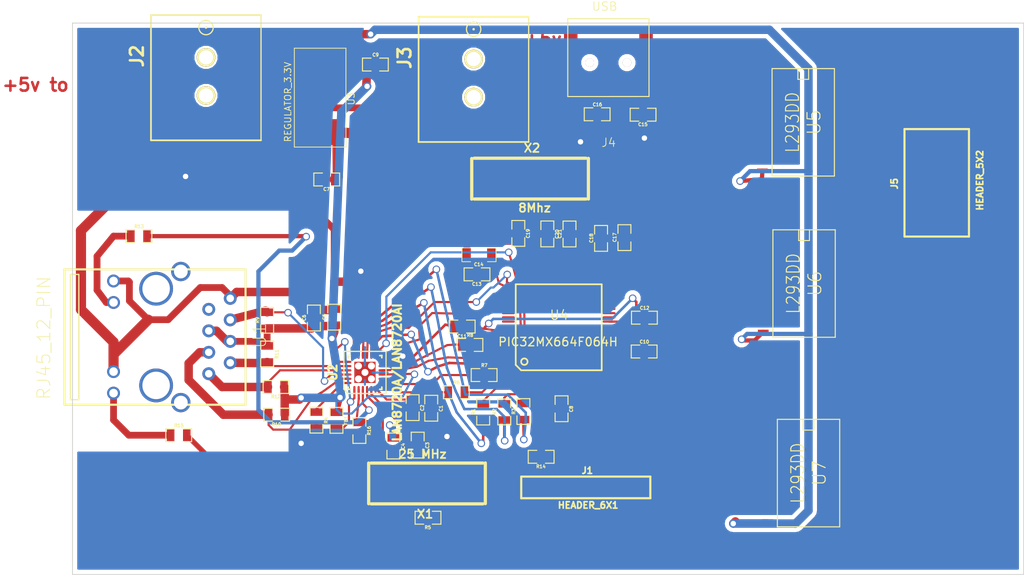
<source format=kicad_pcb>
(kicad_pcb (version 3) (host pcbnew "(2013-08-24 BZR 4298)-stable")

  (general
    (links 181)
    (no_connects 73)
    (area 24.632144 57.192667 145.500001 130.650001)
    (thickness 1.6)
    (drawings 12)
    (tracks 569)
    (zones 0)
    (modules 52)
    (nets 62)
  )

  (page A4)
  (layers
    (15 F.Cu signal)
    (0 B.Cu signal)
    (16 B.Adhes user)
    (17 F.Adhes user)
    (18 B.Paste user)
    (19 F.Paste user)
    (20 B.SilkS user)
    (21 F.SilkS user)
    (22 B.Mask user)
    (23 F.Mask user)
    (24 Dwgs.User user)
    (25 Cmts.User user)
    (26 Eco1.User user)
    (27 Eco2.User user)
    (28 Edge.Cuts user)
  )

  (setup
    (last_trace_width 0.2)
    (user_trace_width 0.2)
    (user_trace_width 0.25)
    (user_trace_width 0.3)
    (user_trace_width 0.4)
    (user_trace_width 0.5)
    (user_trace_width 0.6)
    (user_trace_width 0.7)
    (user_trace_width 0.8)
    (user_trace_width 0.9)
    (user_trace_width 1)
    (user_trace_width 1.1)
    (user_trace_width 1.2)
    (trace_clearance 0.2)
    (zone_clearance 0.508)
    (zone_45_only no)
    (trace_min 0.2)
    (segment_width 0.2)
    (edge_width 0.1)
    (via_size 0.889)
    (via_drill 0.635)
    (via_min_size 0.889)
    (via_min_drill 0.508)
    (uvia_size 0.508)
    (uvia_drill 0.127)
    (uvias_allowed no)
    (uvia_min_size 0.508)
    (uvia_min_drill 0.127)
    (pcb_text_width 0.3)
    (pcb_text_size 1.5 1.5)
    (mod_edge_width 0.15)
    (mod_text_size 1 1)
    (mod_text_width 0.15)
    (pad_size 0.8001 0.8001)
    (pad_drill 0.8001)
    (pad_to_mask_clearance 0)
    (aux_axis_origin 0 0)
    (visible_elements 7FFFFFFF)
    (pcbplotparams
      (layerselection 3178497)
      (usegerberextensions true)
      (excludeedgelayer true)
      (linewidth 0.150000)
      (plotframeref false)
      (viasonmask false)
      (mode 1)
      (useauxorigin false)
      (hpglpennumber 1)
      (hpglpenspeed 20)
      (hpglpendiameter 15)
      (hpglpenoverlay 2)
      (psnegative false)
      (psa4output false)
      (plotreference true)
      (plotvalue true)
      (plotothertext true)
      (plotinvisibletext false)
      (padsonsilk false)
      (subtractmaskfromsilk false)
      (outputformat 1)
      (mirror false)
      (drillshape 1)
      (scaleselection 1)
      (outputdirectory ""))
  )

  (net 0 "")
  (net 1 +3.3v)
  (net 2 +5v_Vbus)
  (net 3 AVDD)
  (net 4 D+)
  (net 5 D-)
  (net 6 ECRSDV)
  (net 7 EMDC)
  (net 8 EMDIO)
  (net 9 EREFCLK)
  (net 10 ERXD0)
  (net 11 ERXD1)
  (net 12 ERXERR)
  (net 13 ETXD0)
  (net 14 ETXD1)
  (net 15 ETXEN)
  (net 16 GND)
  (net 17 GreenLED)
  (net 18 ICSPCLK_M1-)
  (net 19 ICSPDAT_M1+)
  (net 20 M2+)
  (net 21 M2-)
  (net 22 M3+)
  (net 23 M3-)
  (net 24 M4+)
  (net 25 M4-)
  (net 26 M5+)
  (net 27 M5-)
  (net 28 Motor1+)
  (net 29 Motor1-)
  (net 30 Motor2+)
  (net 31 Motor2-)
  (net 32 Motor3+)
  (net 33 Motor3-)
  (net 34 Motor4+)
  (net 35 Motor4-)
  (net 36 Motor5+)
  (net 37 Motor5-)
  (net 38 N-000001)
  (net 39 N-0000010)
  (net 40 N-000003)
  (net 41 N-0000038)
  (net 42 N-000004)
  (net 43 N-0000056)
  (net 44 N-0000057)
  (net 45 N-0000058)
  (net 46 N-0000059)
  (net 47 N-0000060)
  (net 48 N-0000062)
  (net 49 N-0000063)
  (net 50 N-0000064)
  (net 51 N-0000079)
  (net 52 N-000008)
  (net 53 N-000009)
  (net 54 RXN)
  (net 55 RXP)
  (net 56 TXN)
  (net 57 TXP)
  (net 58 Vin)
  (net 59 YellowLED)
  (net 60 nRST)
  (net 61 ~MCLR~)

  (net_class Default "This is the default net class."
    (clearance 0.2)
    (trace_width 0.2)
    (via_dia 0.889)
    (via_drill 0.635)
    (uvia_dia 0.508)
    (uvia_drill 0.127)
    (add_net "")
    (add_net +3.3v)
    (add_net +5v_Vbus)
    (add_net AVDD)
    (add_net D+)
    (add_net D-)
    (add_net ECRSDV)
    (add_net EMDC)
    (add_net EMDIO)
    (add_net EREFCLK)
    (add_net ERXD0)
    (add_net ERXD1)
    (add_net ERXERR)
    (add_net ETXD0)
    (add_net ETXD1)
    (add_net ETXEN)
    (add_net GND)
    (add_net GreenLED)
    (add_net ICSPCLK_M1-)
    (add_net ICSPDAT_M1+)
    (add_net M2+)
    (add_net M2-)
    (add_net M3+)
    (add_net M3-)
    (add_net M4+)
    (add_net M4-)
    (add_net M5+)
    (add_net M5-)
    (add_net Motor1+)
    (add_net Motor1-)
    (add_net Motor2+)
    (add_net Motor2-)
    (add_net Motor3+)
    (add_net Motor3-)
    (add_net Motor4+)
    (add_net Motor4-)
    (add_net Motor5+)
    (add_net Motor5-)
    (add_net N-000001)
    (add_net N-0000010)
    (add_net N-000003)
    (add_net N-0000038)
    (add_net N-000004)
    (add_net N-0000056)
    (add_net N-0000057)
    (add_net N-0000058)
    (add_net N-0000059)
    (add_net N-0000060)
    (add_net N-0000062)
    (add_net N-0000063)
    (add_net N-0000064)
    (add_net N-0000079)
    (add_net N-000008)
    (add_net N-000009)
    (add_net RXN)
    (add_net RXP)
    (add_net TXN)
    (add_net TXP)
    (add_net Vin)
    (add_net YellowLED)
    (add_net nRST)
    (add_net ~MCLR~)
  )

  (module TED_SM1206 (layer F.Cu) (tedit 522E5F8D) (tstamp 52467A28)
    (at 81.08 92.82 180)
    (path /523F8B05)
    (attr smd)
    (fp_text reference C14 (at 0.0254 -1.14808 180) (layer F.SilkS)
      (effects (font (size 0.381 0.381) (thickness 0.09398)))
    )
    (fp_text value 10uF (at 0.10668 1.19888 180) (layer F.SilkS) hide
      (effects (font (size 0.381 0.381) (thickness 0.09398)))
    )
    (fp_line (start -1.00076 0.79756) (end -2.01676 0.79756) (layer F.SilkS) (width 0.09906))
    (fp_line (start -2.02184 0.762) (end -2.02184 -0.762) (layer F.SilkS) (width 0.09906))
    (fp_line (start -2.02184 -0.82296) (end -1.00584 -0.82296) (layer F.SilkS) (width 0.09906))
    (fp_line (start 0.98552 -0.82804) (end 2.00152 -0.82804) (layer F.SilkS) (width 0.09906))
    (fp_line (start 2.01676 -0.762) (end 2.01676 0.762) (layer F.SilkS) (width 0.09906))
    (fp_line (start 2.01168 0.81788) (end 0.99568 0.81788) (layer F.SilkS) (width 0.09906))
    (pad 1 smd rect (at -1.46304 -0.01524 180) (size 1.00076 1.50114)
      (layers F.Cu F.Paste F.Mask)
      (net 40 N-000003)
    )
    (pad 2 smd rect (at 1.46304 -0.00508 180) (size 1.00076 1.5494)
      (layers F.Cu F.Paste F.Mask)
      (net 16 GND)
    )
    (model smd/chip_cms.wrl
      (at (xyz 0 0 0))
      (scale (xyz 0.1 0.1 0.1))
      (rotate (xyz 0 0 0))
    )
  )

  (module TED_USB_SMT_MINI (layer F.Cu) (tedit 521A2BF5) (tstamp 52467AEB)
    (at 96.375 69.525 180)
    (path /5241120F)
    (fp_text reference J4 (at -0.0381 -10.04316 180) (layer F.SilkS)
      (effects (font (size 1.00076 1.00076) (thickness 0.09906)))
    )
    (fp_text value USB (at 0.4445 6.0452 180) (layer F.SilkS)
      (effects (font (size 1.00076 1.00076) (thickness 0.09906)))
    )
    (fp_line (start -4.8006 -4.59994) (end 4.8006 -4.60248) (layer F.SilkS) (width 0.127))
    (fp_line (start 4.8006 -4.60248) (end 4.8006 4.59994) (layer F.SilkS) (width 0.127))
    (fp_line (start 4.8006 4.59994) (end -4.8006 4.59994) (layer F.SilkS) (width 0.127))
    (fp_line (start -4.8006 4.59994) (end -4.8006 -4.59994) (layer F.SilkS) (width 0.127))
    (pad GP smd rect (at 4.45008 -3.0988 180) (size 1.6002 1.6002)
      (layers F.Cu F.Paste F.Mask)
    )
    (pad GP smd rect (at 4.45008 2.4003 180) (size 1.6002 1.6002)
      (layers F.Cu F.Paste F.Mask)
    )
    (pad GP smd rect (at -4.45008 -3.0988 180) (size 1.6002 1.6002)
      (layers F.Cu F.Paste F.Mask)
    )
    (pad "" thru_hole circle (at 2.19964 -0.59944 180) (size 1.00076 1.00076) (drill 1.00076)
      (layers *.Cu *.Mask F.SilkS)
    )
    (pad 4 smd rect (at 0.8001 -3.70078 180) (size 0.50038 1.19888)
      (layers F.Cu F.Paste F.Mask)
      (net 16 GND)
    )
    (pad 1 smd rect (at -1.6002 -3.70078 180) (size 0.50038 1.19888)
      (layers F.Cu F.Paste F.Mask)
      (net 2 +5v_Vbus)
    )
    (pad 2 smd rect (at -0.8001 -3.70078 180) (size 0.50038 1.19888)
      (layers F.Cu F.Paste F.Mask)
      (net 5 D-)
    )
    (pad 5 smd rect (at 1.6002 -3.70078 180) (size 0.50038 1.19888)
      (layers F.Cu F.Paste F.Mask)
      (net 41 N-0000038)
    )
    (pad 3 smd rect (at 0.0127 -3.70078 180) (size 0.50038 1.19888)
      (layers F.Cu F.Paste F.Mask)
      (net 4 D+)
    )
    (pad GP smd rect (at -4.45008 2.4003 180) (size 1.6002 1.6002)
      (layers F.Cu F.Paste F.Mask)
    )
    (pad "" thru_hole circle (at -2.19964 -0.59944 180) (size 1.00076 1.00076) (drill 1.00076)
      (layers *.Cu *.Mask F.SilkS)
    )
  )

  (module TQFP_64 (layer F.Cu) (tedit 48A969ED) (tstamp 52467C56)
    (at 90.425 101.475)
    (tags "TQFP64 TQFP SMD IC")
    (path /523BFA34)
    (fp_text reference U4 (at 0.127 -1.524) (layer F.SilkS)
      (effects (font (size 1.09982 1.09982) (thickness 0.127)))
    )
    (fp_text value PIC32MX664F064H (at 0 1.651) (layer F.SilkS)
      (effects (font (size 1.00076 1.00076) (thickness 0.1524)))
    )
    (fp_circle (center -3.98272 3.98272) (end -3.98272 3.60172) (layer F.SilkS) (width 0.2032))
    (fp_line (start 5.16128 -5.16128) (end -4.99872 -5.16128) (layer F.SilkS) (width 0.2032))
    (fp_line (start -4.99872 -5.16128) (end -4.99872 4.36372) (layer F.SilkS) (width 0.2032))
    (fp_line (start -4.99872 4.36372) (end -4.36372 4.99872) (layer F.SilkS) (width 0.2032))
    (fp_line (start -4.36372 4.99872) (end 5.16128 4.99872) (layer F.SilkS) (width 0.2032))
    (fp_line (start 5.16128 4.99872) (end 5.16128 -5.16128) (layer F.SilkS) (width 0.2032))
    (pad 1 smd rect (at -3.74904 5.86994) (size 0.24892 1.524)
      (layers F.Cu F.Paste F.Mask)
      (net 15 ETXEN)
    )
    (pad 2 smd oval (at -3.24866 5.86994) (size 0.24892 1.524)
      (layers F.Cu F.Paste F.Mask)
      (net 13 ETXD0)
    )
    (pad 3 smd oval (at -2.74828 5.86994) (size 0.24892 1.524)
      (layers F.Cu F.Paste F.Mask)
      (net 14 ETXD1)
    )
    (pad 4 smd oval (at -2.2479 5.86994) (size 0.24892 1.524)
      (layers F.Cu F.Paste F.Mask)
    )
    (pad 5 smd oval (at -1.74752 5.86994) (size 0.24892 1.524)
      (layers F.Cu F.Paste F.Mask)
    )
    (pad 6 smd oval (at -1.24968 5.86994) (size 0.24892 1.524)
      (layers F.Cu F.Paste F.Mask)
    )
    (pad 7 smd oval (at -0.7493 5.86994) (size 0.24892 1.524)
      (layers F.Cu F.Paste F.Mask)
      (net 61 ~MCLR~)
    )
    (pad 8 smd oval (at -0.24892 5.86994) (size 0.24892 1.524)
      (layers F.Cu F.Paste F.Mask)
    )
    (pad 9 smd oval (at 0.25146 5.86994) (size 0.24892 1.524)
      (layers F.Cu F.Paste F.Mask)
      (net 16 GND)
    )
    (pad 10 smd oval (at 0.75184 5.86994) (size 0.24892 1.524)
      (layers F.Cu F.Paste F.Mask)
      (net 1 +3.3v)
    )
    (pad 11 smd oval (at 1.25222 5.86994) (size 0.24892 1.524)
      (layers F.Cu F.Paste F.Mask)
      (net 23 M3-)
    )
    (pad 12 smd oval (at 1.75006 5.86994) (size 0.24892 1.524)
      (layers F.Cu F.Paste F.Mask)
      (net 22 M3+)
    )
    (pad 13 smd oval (at 2.25044 5.86994) (size 0.24892 1.524)
      (layers F.Cu F.Paste F.Mask)
      (net 21 M2-)
    )
    (pad 14 smd oval (at 2.75082 5.86994) (size 0.24892 1.524)
      (layers F.Cu F.Paste F.Mask)
      (net 20 M2+)
    )
    (pad 15 smd oval (at 3.2512 5.86994) (size 0.24892 1.524)
      (layers F.Cu F.Paste F.Mask)
      (net 18 ICSPCLK_M1-)
    )
    (pad 16 smd oval (at 3.75158 5.86994) (size 0.24892 1.524)
      (layers F.Cu F.Paste F.Mask)
      (net 19 ICSPDAT_M1+)
    )
    (pad 17 smd oval (at 6.0325 3.74904) (size 1.524 0.24892)
      (layers F.Cu F.Paste F.Mask)
      (net 24 M4+)
    )
    (pad 18 smd oval (at 6.0325 3.24866) (size 1.524 0.24892)
      (layers F.Cu F.Paste F.Mask)
      (net 25 M4-)
    )
    (pad 19 smd oval (at 6.0325 2.74828) (size 1.524 0.24892)
      (layers F.Cu F.Paste F.Mask)
      (net 1 +3.3v)
    )
    (pad 20 smd oval (at 6.0325 2.2479) (size 1.524 0.24892)
      (layers F.Cu F.Paste F.Mask)
      (net 16 GND)
    )
    (pad 21 smd oval (at 6.0325 1.74752) (size 1.524 0.24892)
      (layers F.Cu F.Paste F.Mask)
      (net 26 M5+)
    )
    (pad 22 smd oval (at 6.0325 1.24968) (size 1.524 0.24892)
      (layers F.Cu F.Paste F.Mask)
      (net 27 M5-)
    )
    (pad 23 smd oval (at 6.0325 0.7493) (size 1.524 0.24892)
      (layers F.Cu F.Paste F.Mask)
    )
    (pad 24 smd oval (at 6.0325 0.24892) (size 1.524 0.24892)
      (layers F.Cu F.Paste F.Mask)
    )
    (pad 25 smd oval (at 6.0325 -0.25146) (size 1.524 0.24892)
      (layers F.Cu F.Paste F.Mask)
      (net 16 GND)
    )
    (pad 26 smd oval (at 6.0325 -0.75184) (size 1.524 0.24892)
      (layers F.Cu F.Paste F.Mask)
      (net 1 +3.3v)
    )
    (pad 27 smd oval (at 6.0325 -1.25222) (size 1.524 0.24892)
      (layers F.Cu F.Paste F.Mask)
    )
    (pad 28 smd oval (at 6.0325 -1.75006) (size 1.524 0.24892)
      (layers F.Cu F.Paste F.Mask)
    )
    (pad 29 smd oval (at 6.0325 -2.25044) (size 1.524 0.24892)
      (layers F.Cu F.Paste F.Mask)
    )
    (pad 30 smd oval (at 6.0325 -2.75082) (size 1.524 0.24892)
      (layers F.Cu F.Paste F.Mask)
      (net 7 EMDC)
    )
    (pad 31 smd oval (at 6.0325 -3.2512) (size 1.524 0.24892)
      (layers F.Cu F.Paste F.Mask)
    )
    (pad 32 smd oval (at 6.0325 -3.75158) (size 1.524 0.24892)
      (layers F.Cu F.Paste F.Mask)
    )
    (pad 33 smd oval (at 3.75158 -6.0325) (size 0.24892 1.524)
      (layers F.Cu F.Paste F.Mask)
    )
    (pad 34 smd oval (at 3.2512 -6.0325) (size 0.24892 1.524)
      (layers F.Cu F.Paste F.Mask)
      (net 2 +5v_Vbus)
    )
    (pad 35 smd oval (at 2.75082 -6.0325) (size 0.24892 1.524)
      (layers F.Cu F.Paste F.Mask)
      (net 1 +3.3v)
    )
    (pad 36 smd oval (at 2.25044 -6.0325) (size 0.24892 1.524)
      (layers F.Cu F.Paste F.Mask)
      (net 5 D-)
    )
    (pad 37 smd oval (at 1.75006 -6.0325) (size 0.24892 1.524)
      (layers F.Cu F.Paste F.Mask)
      (net 4 D+)
    )
    (pad 38 smd oval (at 1.25222 -6.0325) (size 0.24892 1.524)
      (layers F.Cu F.Paste F.Mask)
      (net 1 +3.3v)
    )
    (pad 39 smd oval (at 0.75184 -6.0325) (size 0.24892 1.524)
      (layers F.Cu F.Paste F.Mask)
      (net 51 N-0000079)
    )
    (pad 40 smd oval (at 0.25146 -6.0325) (size 0.24892 1.524)
      (layers F.Cu F.Paste F.Mask)
      (net 38 N-000001)
    )
    (pad 41 smd oval (at -0.24892 -6.0325) (size 0.24892 1.524)
      (layers F.Cu F.Paste F.Mask)
      (net 16 GND)
    )
    (pad 42 smd oval (at -0.7493 -6.0325) (size 0.24892 1.524)
      (layers F.Cu F.Paste F.Mask)
    )
    (pad 43 smd oval (at -1.24968 -6.0325) (size 0.24892 1.524)
      (layers F.Cu F.Paste F.Mask)
    )
    (pad 44 smd oval (at -1.74752 -6.0325) (size 0.24892 1.524)
      (layers F.Cu F.Paste F.Mask)
    )
    (pad 45 smd oval (at -2.2479 -6.0325) (size 0.24892 1.524)
      (layers F.Cu F.Paste F.Mask)
    )
    (pad 46 smd oval (at -2.74828 -6.0325) (size 0.24892 1.524)
      (layers F.Cu F.Paste F.Mask)
    )
    (pad 47 smd oval (at -3.24866 -6.0325) (size 0.24892 1.524)
      (layers F.Cu F.Paste F.Mask)
    )
    (pad 48 smd oval (at -3.74904 -6.0325) (size 0.24892 1.524)
      (layers F.Cu F.Paste F.Mask)
    )
    (pad 49 smd oval (at -5.86994 -3.75158) (size 1.524 0.24892)
      (layers F.Cu F.Paste F.Mask)
      (net 8 EMDIO)
    )
    (pad 50 smd oval (at -5.86994 -3.2512) (size 1.524 0.24892)
      (layers F.Cu F.Paste F.Mask)
    )
    (pad 52 smd oval (at -5.86994 -2.25044) (size 1.524 0.24892)
      (layers F.Cu F.Paste F.Mask)
    )
    (pad 51 smd oval (at -5.88772 -2.75082) (size 1.524 0.24892)
      (layers F.Cu F.Paste F.Mask)
    )
    (pad 53 smd oval (at -5.86994 -1.75006) (size 1.524 0.24892)
      (layers F.Cu F.Paste F.Mask)
    )
    (pad 54 smd oval (at -5.86994 -1.25222) (size 1.524 0.24892)
      (layers F.Cu F.Paste F.Mask)
    )
    (pad 55 smd oval (at -5.86994 -0.75184) (size 1.524 0.24892)
      (layers F.Cu F.Paste F.Mask)
    )
    (pad 56 smd oval (at -5.86994 -0.25146) (size 1.524 0.24892)
      (layers F.Cu F.Paste F.Mask)
      (net 40 N-000003)
    )
    (pad 57 smd oval (at -5.86994 0.24892) (size 1.524 0.24892)
      (layers F.Cu F.Paste F.Mask)
      (net 1 +3.3v)
    )
    (pad 58 smd oval (at -5.86994 0.7493) (size 1.524 0.24892)
      (layers F.Cu F.Paste F.Mask)
      (net 60 nRST)
    )
    (pad 59 smd oval (at -5.86994 1.24206) (size 1.524 0.24892)
      (layers F.Cu F.Paste F.Mask)
    )
    (pad 60 smd oval (at -5.86994 1.74244) (size 1.524 0.24892)
      (layers F.Cu F.Paste F.Mask)
      (net 11 ERXD1)
    )
    (pad 61 smd oval (at -5.86994 2.24282) (size 1.524 0.24892)
      (layers F.Cu F.Paste F.Mask)
      (net 10 ERXD0)
    )
    (pad 62 smd oval (at -5.86994 2.7432) (size 1.524 0.24892)
      (layers F.Cu F.Paste F.Mask)
      (net 6 ECRSDV)
    )
    (pad 63 smd oval (at -5.86994 3.24104) (size 1.524 0.24892)
      (layers F.Cu F.Paste F.Mask)
      (net 9 EREFCLK)
    )
    (pad 64 smd oval (at -5.86994 3.74142) (size 1.524 0.24892)
      (layers F.Cu F.Paste F.Mask)
      (net 12 ERXERR)
    )
    (model smd/TQFP_64.wrl
      (at (xyz 0 0 0.001))
      (scale (xyz 0.3937 0.3937 0.3937))
      (rotate (xyz 0 0 0))
    )
  )

  (module SO20 (layer F.Cu) (tedit 5243B514) (tstamp 52467C75)
    (at 119.4 77.175 270)
    (descr "Cms SOJ 20 pins large")
    (tags "CMS SOJ")
    (path /52412D40/524270E7)
    (attr smd)
    (fp_text reference U5 (at 0 -1.27 270) (layer F.SilkS)
      (effects (font (thickness 0.127)))
    )
    (fp_text value L293DD (at 0 1.27 270) (layer F.SilkS)
      (effects (font (size 1.524 1.27) (thickness 0.127)))
    )
    (fp_line (start 6.35 3.683) (end 6.35 -3.683) (layer F.SilkS) (width 0.127))
    (fp_line (start -6.35 -3.683) (end -6.35 3.683) (layer F.SilkS) (width 0.127))
    (fp_line (start 6.35 3.683) (end -6.35 3.683) (layer F.SilkS) (width 0.127))
    (fp_line (start -6.35 -3.683) (end 6.35 -3.683) (layer F.SilkS) (width 0.127))
    (fp_line (start -6.35 -0.635) (end -5.08 -0.635) (layer F.SilkS) (width 0.127))
    (fp_line (start -5.08 -0.635) (end -5.08 0.635) (layer F.SilkS) (width 0.127))
    (fp_line (start -5.08 0.635) (end -6.35 0.635) (layer F.SilkS) (width 0.127))
    (pad 11 smd rect (at 5.715 -4.826 270) (size 0.508 1.27)
      (layers F.Cu F.Paste F.Mask)
      (net 2 +5v_Vbus)
    )
    (pad 12 smd rect (at 4.445 -4.826 270) (size 0.508 1.27)
      (layers F.Cu F.Paste F.Mask)
      (net 26 M5+)
    )
    (pad 13 smd rect (at 3.175 -4.826 270) (size 0.508 1.27)
      (layers F.Cu F.Paste F.Mask)
      (net 36 Motor5+)
    )
    (pad 14 smd rect (at 1.905 -4.826 270) (size 0.508 1.27)
      (layers F.Cu F.Paste F.Mask)
      (net 16 GND)
    )
    (pad 15 smd rect (at 0.635 -4.826 270) (size 0.508 1.27)
      (layers F.Cu F.Paste F.Mask)
      (net 16 GND)
    )
    (pad 16 smd rect (at -0.635 -4.826 270) (size 0.508 1.27)
      (layers F.Cu F.Paste F.Mask)
      (net 16 GND)
    )
    (pad 17 smd rect (at -1.905 -4.826 270) (size 0.508 1.27)
      (layers F.Cu F.Paste F.Mask)
      (net 16 GND)
    )
    (pad 18 smd rect (at -3.175 -4.826 270) (size 0.508 1.27)
      (layers F.Cu F.Paste F.Mask)
      (net 37 Motor5-)
    )
    (pad 19 smd rect (at -4.445 -4.826 270) (size 0.508 1.27)
      (layers F.Cu F.Paste F.Mask)
      (net 27 M5-)
    )
    (pad 20 smd rect (at -5.715 -4.826 270) (size 0.508 1.27)
      (layers F.Cu F.Paste F.Mask)
      (net 2 +5v_Vbus)
    )
    (pad 1 smd rect (at -5.715 4.826 270) (size 0.508 1.27)
      (layers F.Cu F.Paste F.Mask)
      (net 2 +5v_Vbus)
    )
    (pad 2 smd rect (at -4.445 4.826 270) (size 0.508 1.27)
      (layers F.Cu F.Paste F.Mask)
      (net 26 M5+)
    )
    (pad 3 smd rect (at -3.175 4.826 270) (size 0.508 1.27)
      (layers F.Cu F.Paste F.Mask)
      (net 36 Motor5+)
    )
    (pad 4 smd rect (at -1.905 4.826 270) (size 0.508 1.27)
      (layers F.Cu F.Paste F.Mask)
      (net 16 GND)
    )
    (pad 5 smd rect (at -0.635 4.826 270) (size 0.508 1.27)
      (layers F.Cu F.Paste F.Mask)
      (net 16 GND)
    )
    (pad 6 smd rect (at 0.635 4.826 270) (size 0.508 1.27)
      (layers F.Cu F.Paste F.Mask)
      (net 16 GND)
    )
    (pad 7 smd rect (at 1.905 4.826 270) (size 0.508 1.27)
      (layers F.Cu F.Paste F.Mask)
      (net 16 GND)
    )
    (pad 8 smd rect (at 3.175 4.826 270) (size 0.508 1.27)
      (layers F.Cu F.Paste F.Mask)
      (net 37 Motor5-)
    )
    (pad 9 smd rect (at 4.445 4.826 270) (size 0.508 1.27)
      (layers F.Cu F.Paste F.Mask)
      (net 27 M5-)
    )
    (pad 10 smd rect (at 5.715 4.826 270) (size 0.508 1.27)
      (layers F.Cu F.Paste F.Mask)
      (net 58 Vin)
    )
    (model smd/cms_so20.wrl
      (at (xyz 0 0 0))
      (scale (xyz 0.5 0.6 0.5))
      (rotate (xyz 0 0 0))
    )
  )

  (module SO20 (layer F.Cu) (tedit 5243B514) (tstamp 52467C94)
    (at 119.5 96.225 270)
    (descr "Cms SOJ 20 pins large")
    (tags "CMS SOJ")
    (path /52412D40/524270B5)
    (attr smd)
    (fp_text reference U6 (at 0 -1.27 270) (layer F.SilkS)
      (effects (font (thickness 0.127)))
    )
    (fp_text value L293DD (at 0 1.27 270) (layer F.SilkS)
      (effects (font (size 1.524 1.27) (thickness 0.127)))
    )
    (fp_line (start 6.35 3.683) (end 6.35 -3.683) (layer F.SilkS) (width 0.127))
    (fp_line (start -6.35 -3.683) (end -6.35 3.683) (layer F.SilkS) (width 0.127))
    (fp_line (start 6.35 3.683) (end -6.35 3.683) (layer F.SilkS) (width 0.127))
    (fp_line (start -6.35 -3.683) (end 6.35 -3.683) (layer F.SilkS) (width 0.127))
    (fp_line (start -6.35 -0.635) (end -5.08 -0.635) (layer F.SilkS) (width 0.127))
    (fp_line (start -5.08 -0.635) (end -5.08 0.635) (layer F.SilkS) (width 0.127))
    (fp_line (start -5.08 0.635) (end -6.35 0.635) (layer F.SilkS) (width 0.127))
    (pad 11 smd rect (at 5.715 -4.826 270) (size 0.508 1.27)
      (layers F.Cu F.Paste F.Mask)
      (net 2 +5v_Vbus)
    )
    (pad 12 smd rect (at 4.445 -4.826 270) (size 0.508 1.27)
      (layers F.Cu F.Paste F.Mask)
      (net 20 M2+)
    )
    (pad 13 smd rect (at 3.175 -4.826 270) (size 0.508 1.27)
      (layers F.Cu F.Paste F.Mask)
      (net 30 Motor2+)
    )
    (pad 14 smd rect (at 1.905 -4.826 270) (size 0.508 1.27)
      (layers F.Cu F.Paste F.Mask)
      (net 16 GND)
    )
    (pad 15 smd rect (at 0.635 -4.826 270) (size 0.508 1.27)
      (layers F.Cu F.Paste F.Mask)
      (net 16 GND)
    )
    (pad 16 smd rect (at -0.635 -4.826 270) (size 0.508 1.27)
      (layers F.Cu F.Paste F.Mask)
      (net 16 GND)
    )
    (pad 17 smd rect (at -1.905 -4.826 270) (size 0.508 1.27)
      (layers F.Cu F.Paste F.Mask)
      (net 16 GND)
    )
    (pad 18 smd rect (at -3.175 -4.826 270) (size 0.508 1.27)
      (layers F.Cu F.Paste F.Mask)
      (net 31 Motor2-)
    )
    (pad 19 smd rect (at -4.445 -4.826 270) (size 0.508 1.27)
      (layers F.Cu F.Paste F.Mask)
      (net 21 M2-)
    )
    (pad 20 smd rect (at -5.715 -4.826 270) (size 0.508 1.27)
      (layers F.Cu F.Paste F.Mask)
      (net 2 +5v_Vbus)
    )
    (pad 1 smd rect (at -5.715 4.826 270) (size 0.508 1.27)
      (layers F.Cu F.Paste F.Mask)
      (net 2 +5v_Vbus)
    )
    (pad 2 smd rect (at -4.445 4.826 270) (size 0.508 1.27)
      (layers F.Cu F.Paste F.Mask)
      (net 19 ICSPDAT_M1+)
    )
    (pad 3 smd rect (at -3.175 4.826 270) (size 0.508 1.27)
      (layers F.Cu F.Paste F.Mask)
      (net 28 Motor1+)
    )
    (pad 4 smd rect (at -1.905 4.826 270) (size 0.508 1.27)
      (layers F.Cu F.Paste F.Mask)
      (net 16 GND)
    )
    (pad 5 smd rect (at -0.635 4.826 270) (size 0.508 1.27)
      (layers F.Cu F.Paste F.Mask)
      (net 16 GND)
    )
    (pad 6 smd rect (at 0.635 4.826 270) (size 0.508 1.27)
      (layers F.Cu F.Paste F.Mask)
      (net 16 GND)
    )
    (pad 7 smd rect (at 1.905 4.826 270) (size 0.508 1.27)
      (layers F.Cu F.Paste F.Mask)
      (net 16 GND)
    )
    (pad 8 smd rect (at 3.175 4.826 270) (size 0.508 1.27)
      (layers F.Cu F.Paste F.Mask)
      (net 29 Motor1-)
    )
    (pad 9 smd rect (at 4.445 4.826 270) (size 0.508 1.27)
      (layers F.Cu F.Paste F.Mask)
      (net 18 ICSPCLK_M1-)
    )
    (pad 10 smd rect (at 5.715 4.826 270) (size 0.508 1.27)
      (layers F.Cu F.Paste F.Mask)
      (net 58 Vin)
    )
    (model smd/cms_so20.wrl
      (at (xyz 0 0 0))
      (scale (xyz 0.5 0.6 0.5))
      (rotate (xyz 0 0 0))
    )
  )

  (module SO20 (layer F.Cu) (tedit 5243B514) (tstamp 52467CB3)
    (at 120.025 118.625 270)
    (descr "Cms SOJ 20 pins large")
    (tags "CMS SOJ")
    (path /52412D40/524270C9)
    (attr smd)
    (fp_text reference U7 (at 0 -1.27 270) (layer F.SilkS)
      (effects (font (thickness 0.127)))
    )
    (fp_text value L293DD (at 0 1.27 270) (layer F.SilkS)
      (effects (font (size 1.524 1.27) (thickness 0.127)))
    )
    (fp_line (start 6.35 3.683) (end 6.35 -3.683) (layer F.SilkS) (width 0.127))
    (fp_line (start -6.35 -3.683) (end -6.35 3.683) (layer F.SilkS) (width 0.127))
    (fp_line (start 6.35 3.683) (end -6.35 3.683) (layer F.SilkS) (width 0.127))
    (fp_line (start -6.35 -3.683) (end 6.35 -3.683) (layer F.SilkS) (width 0.127))
    (fp_line (start -6.35 -0.635) (end -5.08 -0.635) (layer F.SilkS) (width 0.127))
    (fp_line (start -5.08 -0.635) (end -5.08 0.635) (layer F.SilkS) (width 0.127))
    (fp_line (start -5.08 0.635) (end -6.35 0.635) (layer F.SilkS) (width 0.127))
    (pad 11 smd rect (at 5.715 -4.826 270) (size 0.508 1.27)
      (layers F.Cu F.Paste F.Mask)
      (net 2 +5v_Vbus)
    )
    (pad 12 smd rect (at 4.445 -4.826 270) (size 0.508 1.27)
      (layers F.Cu F.Paste F.Mask)
      (net 24 M4+)
    )
    (pad 13 smd rect (at 3.175 -4.826 270) (size 0.508 1.27)
      (layers F.Cu F.Paste F.Mask)
      (net 34 Motor4+)
    )
    (pad 14 smd rect (at 1.905 -4.826 270) (size 0.508 1.27)
      (layers F.Cu F.Paste F.Mask)
      (net 16 GND)
    )
    (pad 15 smd rect (at 0.635 -4.826 270) (size 0.508 1.27)
      (layers F.Cu F.Paste F.Mask)
      (net 16 GND)
    )
    (pad 16 smd rect (at -0.635 -4.826 270) (size 0.508 1.27)
      (layers F.Cu F.Paste F.Mask)
      (net 16 GND)
    )
    (pad 17 smd rect (at -1.905 -4.826 270) (size 0.508 1.27)
      (layers F.Cu F.Paste F.Mask)
      (net 16 GND)
    )
    (pad 18 smd rect (at -3.175 -4.826 270) (size 0.508 1.27)
      (layers F.Cu F.Paste F.Mask)
      (net 35 Motor4-)
    )
    (pad 19 smd rect (at -4.445 -4.826 270) (size 0.508 1.27)
      (layers F.Cu F.Paste F.Mask)
      (net 25 M4-)
    )
    (pad 20 smd rect (at -5.715 -4.826 270) (size 0.508 1.27)
      (layers F.Cu F.Paste F.Mask)
      (net 2 +5v_Vbus)
    )
    (pad 1 smd rect (at -5.715 4.826 270) (size 0.508 1.27)
      (layers F.Cu F.Paste F.Mask)
      (net 2 +5v_Vbus)
    )
    (pad 2 smd rect (at -4.445 4.826 270) (size 0.508 1.27)
      (layers F.Cu F.Paste F.Mask)
      (net 22 M3+)
    )
    (pad 3 smd rect (at -3.175 4.826 270) (size 0.508 1.27)
      (layers F.Cu F.Paste F.Mask)
      (net 32 Motor3+)
    )
    (pad 4 smd rect (at -1.905 4.826 270) (size 0.508 1.27)
      (layers F.Cu F.Paste F.Mask)
      (net 16 GND)
    )
    (pad 5 smd rect (at -0.635 4.826 270) (size 0.508 1.27)
      (layers F.Cu F.Paste F.Mask)
      (net 16 GND)
    )
    (pad 6 smd rect (at 0.635 4.826 270) (size 0.508 1.27)
      (layers F.Cu F.Paste F.Mask)
      (net 16 GND)
    )
    (pad 7 smd rect (at 1.905 4.826 270) (size 0.508 1.27)
      (layers F.Cu F.Paste F.Mask)
      (net 16 GND)
    )
    (pad 8 smd rect (at 3.175 4.826 270) (size 0.508 1.27)
      (layers F.Cu F.Paste F.Mask)
      (net 33 Motor3-)
    )
    (pad 9 smd rect (at 4.445 4.826 270) (size 0.508 1.27)
      (layers F.Cu F.Paste F.Mask)
      (net 23 M3-)
    )
    (pad 10 smd rect (at 5.715 4.826 270) (size 0.508 1.27)
      (layers F.Cu F.Paste F.Mask)
      (net 58 Vin)
    )
    (model smd/cms_so20.wrl
      (at (xyz 0 0 0))
      (scale (xyz 0.5 0.6 0.5))
      (rotate (xyz 0 0 0))
    )
  )

  (module TED_crystal_SMT_13x5mm (layer F.Cu) (tedit 4C13C050) (tstamp 52467CBD)
    (at 74.94 119.86 180)
    (path /523E7BF0)
    (fp_text reference X1 (at 0.2286 -3.60172 180) (layer F.SilkS)
      (effects (font (size 1.00076 1.00076) (thickness 0.20066)))
    )
    (fp_text value "25 MHz" (at 0.5334 3.47472 180) (layer F.SilkS)
      (effects (font (size 1.00076 1.00076) (thickness 0.20066)))
    )
    (fp_line (start 6.89356 -2.3876) (end 6.89356 2.41808) (layer F.SilkS) (width 0.381))
    (fp_line (start -6.89356 -2.37236) (end -6.89356 2.43332) (layer F.SilkS) (width 0.381))
    (fp_line (start -6.59892 2.41808) (end 6.61416 2.41808) (layer F.SilkS) (width 0.381))
    (fp_line (start -6.604 -2.40284) (end 6.60908 -2.40284) (layer F.SilkS) (width 0.381))
    (pad 1 smd rect (at -5.08 0.03556 180) (size 3.79984 2.10058)
      (layers F.Cu F.Paste F.Mask)
      (net 50 N-0000064)
    )
    (pad 2 smd rect (at 5.08 -0.06096 180) (size 3.79984 2.10058)
      (layers F.Cu F.Paste F.Mask)
      (net 46 N-0000059)
    )
  )

  (module TED_crystal_SMT_13x5mm (layer F.Cu) (tedit 4C13C050) (tstamp 52467CC7)
    (at 87.12 83.82)
    (path /523F7B39)
    (fp_text reference X2 (at 0.2286 -3.60172) (layer F.SilkS)
      (effects (font (size 1.00076 1.00076) (thickness 0.20066)))
    )
    (fp_text value 8Mhz (at 0.5334 3.47472) (layer F.SilkS)
      (effects (font (size 1.00076 1.00076) (thickness 0.20066)))
    )
    (fp_line (start 6.89356 -2.3876) (end 6.89356 2.41808) (layer F.SilkS) (width 0.381))
    (fp_line (start -6.89356 -2.37236) (end -6.89356 2.43332) (layer F.SilkS) (width 0.381))
    (fp_line (start -6.59892 2.41808) (end 6.61416 2.41808) (layer F.SilkS) (width 0.381))
    (fp_line (start -6.604 -2.40284) (end 6.60908 -2.40284) (layer F.SilkS) (width 0.381))
    (pad 1 smd rect (at -5.08 0.03556) (size 3.79984 2.10058)
      (layers F.Cu F.Paste F.Mask)
      (net 38 N-000001)
    )
    (pad 2 smd rect (at 5.08 -0.06096) (size 3.79984 2.10058)
      (layers F.Cu F.Paste F.Mask)
      (net 51 N-0000079)
    )
  )

  (module TED_RJ45_12pin_Bottom (layer F.Cu) (tedit 5244FBB3) (tstamp 52467EB3)
    (at 42.8 102.55 270)
    (path /5245188F)
    (fp_text reference U1 (at -0.1524 -12.36472 270) (layer F.SilkS)
      (effects (font (thickness 0.09906)))
    )
    (fp_text value RJ45_12_PIN (at 0.1016 13.13688 270) (layer F.SilkS)
      (effects (font (thickness 0.09906)))
    )
    (fp_line (start -7.4 9) (end -7.4 10) (layer F.SilkS) (width 0.15))
    (fp_line (start -7.4 10) (end 7.4 10) (layer F.SilkS) (width 0.15))
    (fp_line (start 7.4 10) (end 7.4 9) (layer F.SilkS) (width 0.15))
    (fp_line (start 7.4 9) (end -7.4 9) (layer F.SilkS) (width 0.15))
    (fp_line (start -8 -10.7) (end 8 -10.7) (layer F.SilkS) (width 0.254))
    (fp_line (start 8 -10.7) (end 8 10.7) (layer F.SilkS) (width 0.254))
    (fp_line (start 8 10.7) (end -8 10.7) (layer F.SilkS) (width 0.254))
    (fp_line (start -8 10.7) (end -8 -10.7) (layer F.SilkS) (width 0.254))
    (pad 12 thru_hole circle (at -6.625 4.9 270) (size 1.524 1.524) (drill 1.02)
      (layers F.Cu)
      (net 16 GND)
      (clearance 0.2)
    )
    (pad 11 thru_hole circle (at -4.085 4.9 270) (size 1.524 1.524) (drill 1.02)
      (layers F.Cu)
      (net 59 YellowLED)
      (clearance 0.2)
    )
    (pad 10 thru_hole circle (at 4.085 4.9 270) (size 1.524 1.524) (drill 1.02)
      (layers F.Cu)
      (net 16 GND)
      (clearance 0.2)
    )
    (pad 9 thru_hole circle (at 6.625 4.9 270) (size 1.524 1.524) (drill 1.02)
      (layers F.Cu)
      (net 17 GreenLED)
      (clearance 0.2)
    )
    (pad 7 thru_hole circle (at -3.2766 -6.35 270) (size 1.524 1.524) (drill 0.89)
      (layers F.Cu)
    )
    (pad 3 thru_hole circle (at 1.8034 -6.35 270) (size 1.524 1.524) (drill 0.89)
      (layers F.Cu)
      (net 55 RXP)
    )
    (pad 5 thru_hole circle (at -0.7366 -6.35 270) (size 1.524 1.524) (drill 0.89)
      (layers F.Cu)
      (net 1 +3.3v)
    )
    (pad 1 thru_hole circle (at 4.33324 -6.35 270) (size 1.524 1.524) (drill 0.89)
      (layers F.Cu)
      (net 57 TXP)
    )
    (pad 2 thru_hole circle (at 3.03784 -8.89 270) (size 1.524 1.524) (drill 0.89)
      (layers F.Cu)
      (net 56 TXN)
    )
    (pad 6 thru_hole circle (at -2.032 -8.89 270) (size 1.524 1.524) (drill 0.89)
      (layers F.Cu)
      (net 54 RXN)
    )
    (pad 4 thru_hole circle (at 0.508 -8.89 270) (size 1.524 1.524) (drill 0.89)
      (layers F.Cu)
      (net 1 +3.3v)
    )
    (pad "" thru_hole circle (at 5.715 -0.13208 270) (size 4 4) (drill 3.25)
      (layers F.Cu)
    )
    (pad "" thru_hole circle (at -5.715 -0.13208 270) (size 4 4) (drill 3.25)
      (layers F.Cu)
      (clearance 0.3)
    )
    (pad "" thru_hole circle (at -7.745 -3.05 270) (size 2.286 2.286) (drill 1.63)
      (layers F.Cu)
      (clearance 0.3)
    )
    (pad "" thru_hole circle (at 7.745 -3.05 270) (size 2.286 2.286) (drill 1.63)
      (layers F.Cu)
      (clearance 0.3)
    )
    (pad 8 thru_hole circle (at -4.572 -8.89 270) (size 1.524 1.524) (drill 0.89)
      (layers F.Cu)
      (net 16 GND)
    )
  )

  (module TED_DC_2.1mm_SMT (layer F.Cu) (tedit 52450317) (tstamp 5246829E)
    (at 80.45 69.7 90)
    (path /523E218E)
    (fp_text reference J3 (at 0.15748 -8.15848 90) (layer F.SilkS)
      (effects (font (thickness 0.3048)))
    )
    (fp_text value "Logic DC_2.1MM" (at 0.1016 8.49884 90) (layer F.SilkS) hide
      (effects (font (thickness 0.3048)))
    )
    (fp_circle (center 3.525 0) (end 3.525 -0.075) (layer F.SilkS) (width 0.15))
    (fp_circle (center 3.525 0) (end 3.55 -0.85) (layer F.SilkS) (width 0.15))
    (fp_line (start -9.8 -6.5024) (end 5 -6.5024) (layer F.SilkS) (width 0.20066))
    (fp_line (start 5 -6.5024) (end 5 6.5024) (layer F.SilkS) (width 0.20066))
    (fp_line (start 5 6.5024) (end -9.8 6.5024) (layer F.SilkS) (width 0.15))
    (fp_line (start -9.8 6.5024) (end -9.8 -6.5024) (layer F.SilkS) (width 0.20066))
    (pad 4 thru_hole circle (at -4.5 0 90) (size 2.2 2.2) (drill 1.7)
      (layers F.Cu F.SilkS)
      (clearance 0.2)
    )
    (pad 3 smd rect (at 0 5.4 90) (size 1.99898 1.99898)
      (layers F.Cu F.Paste F.Mask)
      (clearance 0.2)
    )
    (pad 3 smd rect (at -6.1 5.4 90) (size 1.99898 1.99898)
      (layers F.Cu F.Paste F.Mask)
    )
    (pad 2 smd rect (at 0 -5.41528 90) (size 1.99898 1.99898)
      (layers F.Cu F.Paste F.Mask)
      (net 16 GND)
      (clearance 0.2)
    )
    (pad 1 smd rect (at -6.1 -5.4 90) (size 1.99898 1.99898)
      (layers F.Cu F.Paste F.Mask)
      (net 2 +5v_Vbus)
      (clearance 0.2)
    )
    (pad 4 thru_hole circle (at 0 0 90) (size 2.2 2.2) (drill 1.7)
      (layers *.Mask F.Cu F.SilkS)
      (clearance 0.2)
    )
  )

  (module TED_DC_2.1mm_SMT (layer F.Cu) (tedit 52450317) (tstamp 5246828E)
    (at 48.825 69.5 90)
    (path /52410CE1)
    (fp_text reference J2 (at 0.15748 -8.15848 90) (layer F.SilkS)
      (effects (font (thickness 0.3048)))
    )
    (fp_text value "Motor DC_2.1MM" (at 0.1016 8.49884 90) (layer F.SilkS) hide
      (effects (font (thickness 0.3048)))
    )
    (fp_circle (center 3.525 0) (end 3.525 -0.075) (layer F.SilkS) (width 0.15))
    (fp_circle (center 3.525 0) (end 3.55 -0.85) (layer F.SilkS) (width 0.15))
    (fp_line (start -9.8 -6.5024) (end 5 -6.5024) (layer F.SilkS) (width 0.20066))
    (fp_line (start 5 -6.5024) (end 5 6.5024) (layer F.SilkS) (width 0.20066))
    (fp_line (start 5 6.5024) (end -9.8 6.5024) (layer F.SilkS) (width 0.15))
    (fp_line (start -9.8 6.5024) (end -9.8 -6.5024) (layer F.SilkS) (width 0.20066))
    (pad 4 thru_hole circle (at -4.5 0 90) (size 2.2 2.2) (drill 1.7)
      (layers F.Cu F.SilkS)
      (clearance 0.2)
    )
    (pad 3 smd rect (at 0 5.4 90) (size 1.99898 1.99898)
      (layers F.Cu F.Paste F.Mask)
      (clearance 0.2)
    )
    (pad 3 smd rect (at -6.1 5.4 90) (size 1.99898 1.99898)
      (layers F.Cu F.Paste F.Mask)
    )
    (pad 2 smd rect (at 0 -5.41528 90) (size 1.99898 1.99898)
      (layers F.Cu F.Paste F.Mask)
      (net 16 GND)
      (clearance 0.2)
    )
    (pad 1 smd rect (at -6.1 -5.4 90) (size 1.99898 1.99898)
      (layers F.Cu F.Paste F.Mask)
      (net 58 Vin)
      (clearance 0.2)
    )
    (pad 4 thru_hole circle (at 0 0 90) (size 2.2 2.2) (drill 1.7)
      (layers *.Mask F.Cu F.SilkS)
      (clearance 0.2)
    )
  )

  (module TED_HEADER_5x2_SMT (layer F.Cu) (tedit 52450644) (tstamp 52467AFD)
    (at 135.175 84.325 90)
    (path /52412D40/52427105)
    (fp_text reference J5 (at -0.1 -5 90) (layer F.SilkS)
      (effects (font (size 0.762 0.762) (thickness 0.1905)))
    )
    (fp_text value HEADER_5X2 (at 0.3 5.1 90) (layer F.SilkS)
      (effects (font (size 0.762 0.762) (thickness 0.1905)))
    )
    (fp_line (start 6.35 -3.81) (end -6.35 -3.81) (layer F.SilkS) (width 0.254))
    (fp_line (start 6.35 -3.81) (end 6.35 3.81) (layer F.SilkS) (width 0.254))
    (fp_line (start 6.35 3.81) (end -6.35 3.81) (layer F.SilkS) (width 0.254))
    (fp_line (start -6.35 3.81) (end -6.35 -3.81) (layer F.SilkS) (width 0.254))
    (pad 10 smd rect (at -5.08 2.54 90) (size 0.9906 2.54)
      (layers F.Cu F.Paste F.Mask)
      (net 29 Motor1-)
      (clearance 0.508)
    )
    (pad 9 smd rect (at -2.54 2.54 90) (size 0.9906 2.54)
      (layers F.Cu F.Paste F.Mask)
      (net 31 Motor2-)
      (clearance 0.508)
    )
    (pad 8 smd rect (at 0 2.54 90) (size 0.9906 2.54)
      (layers F.Cu F.Paste F.Mask)
      (net 33 Motor3-)
      (clearance 0.508)
    )
    (pad 7 smd rect (at 2.54 2.54 90) (size 0.9906 2.54)
      (layers F.Cu F.Paste F.Mask)
      (net 35 Motor4-)
      (clearance 0.508)
    )
    (pad 6 smd rect (at 5.08 2.54 90) (size 0.9906 2.54)
      (layers F.Cu F.Paste F.Mask)
      (net 37 Motor5-)
      (clearance 0.508)
    )
    (pad 5 smd rect (at 5.08 -2.54 90) (size 0.9906 2.54)
      (layers F.Cu F.Paste F.Mask)
      (net 36 Motor5+)
      (clearance 0.508)
    )
    (pad 4 smd rect (at 2.54 -2.54 90) (size 0.9906 2.54)
      (layers F.Cu F.Paste F.Mask)
      (net 34 Motor4+)
      (clearance 0.508)
    )
    (pad 3 smd rect (at 0 -2.54 90) (size 0.9906 2.54)
      (layers F.Cu F.Paste F.Mask)
      (net 32 Motor3+)
      (clearance 0.508)
    )
    (pad 2 smd rect (at -2.54 -2.54 90) (size 0.9906 2.54)
      (layers F.Cu F.Paste F.Mask)
      (net 30 Motor2+)
      (clearance 0.508)
    )
    (pad 1 smd rect (at -5.08 -2.54 90) (size 0.9906 2.54)
      (layers F.Cu F.Paste F.Mask)
      (net 28 Motor1+)
      (clearance 0.508)
    )
  )

  (module TED_SM0805 (layer F.Cu) (tedit 522E5F71) (tstamp 52467BBD)
    (at 66.95 113.59 270)
    (path /523E8A3C)
    (attr smd)
    (fp_text reference R16 (at 0.0254 -1.14808 270) (layer F.SilkS)
      (effects (font (size 0.381 0.381) (thickness 0.09398)))
    )
    (fp_text value "10k 1%" (at 0.10668 1.19888 270) (layer F.SilkS) hide
      (effects (font (size 0.381 0.381) (thickness 0.09398)))
    )
    (fp_line (start -0.508 0.762) (end -1.524 0.762) (layer F.SilkS) (width 0.127))
    (fp_line (start -1.524 0.762) (end -1.524 -0.762) (layer F.SilkS) (width 0.127))
    (fp_line (start -1.524 -0.762) (end -0.508 -0.762) (layer F.SilkS) (width 0.127))
    (fp_line (start 0.508 -0.762) (end 1.524 -0.762) (layer F.SilkS) (width 0.127))
    (fp_line (start 1.524 -0.762) (end 1.524 0.762) (layer F.SilkS) (width 0.127))
    (fp_line (start 1.524 0.762) (end 0.508 0.762) (layer F.SilkS) (width 0.127))
    (pad 1 smd rect (at -0.9525 0 270) (size 0.889 1.397)
      (layers F.Cu F.Paste F.Mask)
      (net 49 N-0000063)
    )
    (pad 2 smd rect (at 0.9525 0 270) (size 0.889 1.397)
      (layers F.Cu F.Paste F.Mask)
      (net 16 GND)
    )
    (model smd/chip_cms.wrl
      (at (xyz 0 0 0))
      (scale (xyz 0.1 0.1 0.1))
      (rotate (xyz 0 0 0))
    )
  )

  (module TED_SM0805 (layer F.Cu) (tedit 522E5F71) (tstamp 52467BB1)
    (at 45.6 114.15)
    (path /523E8044)
    (attr smd)
    (fp_text reference R15 (at 0.0254 -1.14808) (layer F.SilkS)
      (effects (font (size 0.381 0.381) (thickness 0.09398)))
    )
    (fp_text value 255 (at 0.10668 1.19888) (layer F.SilkS) hide
      (effects (font (size 0.381 0.381) (thickness 0.09398)))
    )
    (fp_line (start -0.508 0.762) (end -1.524 0.762) (layer F.SilkS) (width 0.127))
    (fp_line (start -1.524 0.762) (end -1.524 -0.762) (layer F.SilkS) (width 0.127))
    (fp_line (start -1.524 -0.762) (end -0.508 -0.762) (layer F.SilkS) (width 0.127))
    (fp_line (start 0.508 -0.762) (end 1.524 -0.762) (layer F.SilkS) (width 0.127))
    (fp_line (start 1.524 -0.762) (end 1.524 0.762) (layer F.SilkS) (width 0.127))
    (fp_line (start 1.524 0.762) (end 0.508 0.762) (layer F.SilkS) (width 0.127))
    (pad 1 smd rect (at -0.9525 0) (size 0.889 1.397)
      (layers F.Cu F.Paste F.Mask)
      (net 17 GreenLED)
    )
    (pad 2 smd rect (at 0.9525 0) (size 0.889 1.397)
      (layers F.Cu F.Paste F.Mask)
      (net 49 N-0000063)
    )
    (model smd/chip_cms.wrl
      (at (xyz 0 0 0))
      (scale (xyz 0.1 0.1 0.1))
      (rotate (xyz 0 0 0))
    )
  )

  (module TED_SM0805 (layer F.Cu) (tedit 522E5F71) (tstamp 52467BA5)
    (at 88.43 116.7 180)
    (path /523F485A)
    (attr smd)
    (fp_text reference R14 (at 0.0254 -1.14808 180) (layer F.SilkS)
      (effects (font (size 0.381 0.381) (thickness 0.09398)))
    )
    (fp_text value 4.7k (at 0.10668 1.19888 180) (layer F.SilkS) hide
      (effects (font (size 0.381 0.381) (thickness 0.09398)))
    )
    (fp_line (start -0.508 0.762) (end -1.524 0.762) (layer F.SilkS) (width 0.127))
    (fp_line (start -1.524 0.762) (end -1.524 -0.762) (layer F.SilkS) (width 0.127))
    (fp_line (start -1.524 -0.762) (end -0.508 -0.762) (layer F.SilkS) (width 0.127))
    (fp_line (start 0.508 -0.762) (end 1.524 -0.762) (layer F.SilkS) (width 0.127))
    (fp_line (start 1.524 -0.762) (end 1.524 0.762) (layer F.SilkS) (width 0.127))
    (fp_line (start 1.524 0.762) (end 0.508 0.762) (layer F.SilkS) (width 0.127))
    (pad 1 smd rect (at -0.9525 0 180) (size 0.889 1.397)
      (layers F.Cu F.Paste F.Mask)
      (net 1 +3.3v)
    )
    (pad 2 smd rect (at 0.9525 0 180) (size 0.889 1.397)
      (layers F.Cu F.Paste F.Mask)
      (net 61 ~MCLR~)
    )
    (model smd/chip_cms.wrl
      (at (xyz 0 0 0))
      (scale (xyz 0.1 0.1 0.1))
      (rotate (xyz 0 0 0))
    )
  )

  (module TED_SM0805 (layer F.Cu) (tedit 522E5F71) (tstamp 52467B8D)
    (at 57.1 108.45 180)
    (path /523F1FBF)
    (attr smd)
    (fp_text reference R12 (at 0.0254 -1.14808 180) (layer F.SilkS)
      (effects (font (size 0.381 0.381) (thickness 0.09398)))
    )
    (fp_text value 49.9 (at 0.10668 1.19888 180) (layer F.SilkS) hide
      (effects (font (size 0.381 0.381) (thickness 0.09398)))
    )
    (fp_line (start -0.508 0.762) (end -1.524 0.762) (layer F.SilkS) (width 0.127))
    (fp_line (start -1.524 0.762) (end -1.524 -0.762) (layer F.SilkS) (width 0.127))
    (fp_line (start -1.524 -0.762) (end -0.508 -0.762) (layer F.SilkS) (width 0.127))
    (fp_line (start 0.508 -0.762) (end 1.524 -0.762) (layer F.SilkS) (width 0.127))
    (fp_line (start 1.524 -0.762) (end 1.524 0.762) (layer F.SilkS) (width 0.127))
    (fp_line (start 1.524 0.762) (end 0.508 0.762) (layer F.SilkS) (width 0.127))
    (pad 1 smd rect (at -0.9525 0 180) (size 0.889 1.397)
      (layers F.Cu F.Paste F.Mask)
      (net 1 +3.3v)
    )
    (pad 2 smd rect (at 0.9525 0 180) (size 0.889 1.397)
      (layers F.Cu F.Paste F.Mask)
      (net 57 TXP)
    )
    (model smd/chip_cms.wrl
      (at (xyz 0 0 0))
      (scale (xyz 0.1 0.1 0.1))
      (rotate (xyz 0 0 0))
    )
  )

  (module TED_SM0805 (layer F.Cu) (tedit 522E5F71) (tstamp 524A440A)
    (at 56.05 104.55 270)
    (path /523F1FD6)
    (attr smd)
    (fp_text reference R11 (at 0.0254 -1.14808 270) (layer F.SilkS)
      (effects (font (size 0.381 0.381) (thickness 0.09398)))
    )
    (fp_text value 49.9 (at 0.10668 1.19888 270) (layer F.SilkS) hide
      (effects (font (size 0.381 0.381) (thickness 0.09398)))
    )
    (fp_line (start -0.508 0.762) (end -1.524 0.762) (layer F.SilkS) (width 0.127))
    (fp_line (start -1.524 0.762) (end -1.524 -0.762) (layer F.SilkS) (width 0.127))
    (fp_line (start -1.524 -0.762) (end -0.508 -0.762) (layer F.SilkS) (width 0.127))
    (fp_line (start 0.508 -0.762) (end 1.524 -0.762) (layer F.SilkS) (width 0.127))
    (fp_line (start 1.524 -0.762) (end 1.524 0.762) (layer F.SilkS) (width 0.127))
    (fp_line (start 1.524 0.762) (end 0.508 0.762) (layer F.SilkS) (width 0.127))
    (pad 1 smd rect (at -0.9525 0 270) (size 0.889 1.397)
      (layers F.Cu F.Paste F.Mask)
      (net 1 +3.3v)
    )
    (pad 2 smd rect (at 0.9525 0 270) (size 0.889 1.397)
      (layers F.Cu F.Paste F.Mask)
      (net 56 TXN)
    )
    (model smd/chip_cms.wrl
      (at (xyz 0 0 0))
      (scale (xyz 0.1 0.1 0.1))
      (rotate (xyz 0 0 0))
    )
  )

  (module TED_SM0805 (layer F.Cu) (tedit 522E5F71) (tstamp 52467B75)
    (at 57.175 111.725 180)
    (path /523F1FDC)
    (attr smd)
    (fp_text reference R10 (at 0.0254 -1.14808 180) (layer F.SilkS)
      (effects (font (size 0.381 0.381) (thickness 0.09398)))
    )
    (fp_text value 49.9 (at 0.10668 1.19888 180) (layer F.SilkS) hide
      (effects (font (size 0.381 0.381) (thickness 0.09398)))
    )
    (fp_line (start -0.508 0.762) (end -1.524 0.762) (layer F.SilkS) (width 0.127))
    (fp_line (start -1.524 0.762) (end -1.524 -0.762) (layer F.SilkS) (width 0.127))
    (fp_line (start -1.524 -0.762) (end -0.508 -0.762) (layer F.SilkS) (width 0.127))
    (fp_line (start 0.508 -0.762) (end 1.524 -0.762) (layer F.SilkS) (width 0.127))
    (fp_line (start 1.524 -0.762) (end 1.524 0.762) (layer F.SilkS) (width 0.127))
    (fp_line (start 1.524 0.762) (end 0.508 0.762) (layer F.SilkS) (width 0.127))
    (pad 1 smd rect (at -0.9525 0 180) (size 0.889 1.397)
      (layers F.Cu F.Paste F.Mask)
      (net 1 +3.3v)
    )
    (pad 2 smd rect (at 0.9525 0 180) (size 0.889 1.397)
      (layers F.Cu F.Paste F.Mask)
      (net 55 RXP)
    )
    (model smd/chip_cms.wrl
      (at (xyz 0 0 0))
      (scale (xyz 0.1 0.1 0.1))
      (rotate (xyz 0 0 0))
    )
  )

  (module TED_SM0805 (layer F.Cu) (tedit 522E5F71) (tstamp 524A4417)
    (at 56.05 100.575 90)
    (path /523F1FE2)
    (attr smd)
    (fp_text reference R9 (at 0.0254 -1.14808 90) (layer F.SilkS)
      (effects (font (size 0.381 0.381) (thickness 0.09398)))
    )
    (fp_text value 49.9 (at 0.10668 1.19888 90) (layer F.SilkS) hide
      (effects (font (size 0.381 0.381) (thickness 0.09398)))
    )
    (fp_line (start -0.508 0.762) (end -1.524 0.762) (layer F.SilkS) (width 0.127))
    (fp_line (start -1.524 0.762) (end -1.524 -0.762) (layer F.SilkS) (width 0.127))
    (fp_line (start -1.524 -0.762) (end -0.508 -0.762) (layer F.SilkS) (width 0.127))
    (fp_line (start 0.508 -0.762) (end 1.524 -0.762) (layer F.SilkS) (width 0.127))
    (fp_line (start 1.524 -0.762) (end 1.524 0.762) (layer F.SilkS) (width 0.127))
    (fp_line (start 1.524 0.762) (end 0.508 0.762) (layer F.SilkS) (width 0.127))
    (pad 1 smd rect (at -0.9525 0 90) (size 0.889 1.397)
      (layers F.Cu F.Paste F.Mask)
      (net 1 +3.3v)
    )
    (pad 2 smd rect (at 0.9525 0 90) (size 0.889 1.397)
      (layers F.Cu F.Paste F.Mask)
      (net 54 RXN)
    )
    (model smd/chip_cms.wrl
      (at (xyz 0 0 0))
      (scale (xyz 0.1 0.1 0.1))
      (rotate (xyz 0 0 0))
    )
  )

  (module TED_SM0805 (layer F.Cu) (tedit 522E5F71) (tstamp 52467B5D)
    (at 80.01 103.48)
    (path /523F3E09)
    (attr smd)
    (fp_text reference R8 (at 0.0254 -1.14808) (layer F.SilkS)
      (effects (font (size 0.381 0.381) (thickness 0.09398)))
    )
    (fp_text value 33 (at 0.10668 1.19888) (layer F.SilkS) hide
      (effects (font (size 0.381 0.381) (thickness 0.09398)))
    )
    (fp_line (start -0.508 0.762) (end -1.524 0.762) (layer F.SilkS) (width 0.127))
    (fp_line (start -1.524 0.762) (end -1.524 -0.762) (layer F.SilkS) (width 0.127))
    (fp_line (start -1.524 -0.762) (end -0.508 -0.762) (layer F.SilkS) (width 0.127))
    (fp_line (start 0.508 -0.762) (end 1.524 -0.762) (layer F.SilkS) (width 0.127))
    (fp_line (start 1.524 -0.762) (end 1.524 0.762) (layer F.SilkS) (width 0.127))
    (fp_line (start 1.524 0.762) (end 0.508 0.762) (layer F.SilkS) (width 0.127))
    (pad 1 smd rect (at -0.9525 0) (size 0.889 1.397)
      (layers F.Cu F.Paste F.Mask)
      (net 42 N-000004)
    )
    (pad 2 smd rect (at 0.9525 0) (size 0.889 1.397)
      (layers F.Cu F.Paste F.Mask)
      (net 6 ECRSDV)
    )
    (model smd/chip_cms.wrl
      (at (xyz 0 0 0))
      (scale (xyz 0.1 0.1 0.1))
      (rotate (xyz 0 0 0))
    )
  )

  (module TED_SM0805 (layer F.Cu) (tedit 522E5F71) (tstamp 52467B51)
    (at 81.69 107.04)
    (path /523E8470)
    (attr smd)
    (fp_text reference R7 (at 0.0254 -1.14808) (layer F.SilkS)
      (effects (font (size 0.381 0.381) (thickness 0.09398)))
    )
    (fp_text value 33 (at 0.10668 1.19888) (layer F.SilkS) hide
      (effects (font (size 0.381 0.381) (thickness 0.09398)))
    )
    (fp_line (start -0.508 0.762) (end -1.524 0.762) (layer F.SilkS) (width 0.127))
    (fp_line (start -1.524 0.762) (end -1.524 -0.762) (layer F.SilkS) (width 0.127))
    (fp_line (start -1.524 -0.762) (end -0.508 -0.762) (layer F.SilkS) (width 0.127))
    (fp_line (start 0.508 -0.762) (end 1.524 -0.762) (layer F.SilkS) (width 0.127))
    (fp_line (start 1.524 -0.762) (end 1.524 0.762) (layer F.SilkS) (width 0.127))
    (fp_line (start 1.524 0.762) (end 0.508 0.762) (layer F.SilkS) (width 0.127))
    (pad 1 smd rect (at -0.9525 0) (size 0.889 1.397)
      (layers F.Cu F.Paste F.Mask)
      (net 43 N-0000056)
    )
    (pad 2 smd rect (at 0.9525 0) (size 0.889 1.397)
      (layers F.Cu F.Paste F.Mask)
      (net 10 ERXD0)
    )
    (model smd/chip_cms.wrl
      (at (xyz 0 0 0))
      (scale (xyz 0.1 0.1 0.1))
      (rotate (xyz 0 0 0))
    )
  )

  (module TED_SM0805 (layer F.Cu) (tedit 522E5F71) (tstamp 52467B45)
    (at 78.41 109.07)
    (path /523E8497)
    (attr smd)
    (fp_text reference R6 (at 0.0254 -1.14808) (layer F.SilkS)
      (effects (font (size 0.381 0.381) (thickness 0.09398)))
    )
    (fp_text value 33 (at 0.10668 1.19888) (layer F.SilkS) hide
      (effects (font (size 0.381 0.381) (thickness 0.09398)))
    )
    (fp_line (start -0.508 0.762) (end -1.524 0.762) (layer F.SilkS) (width 0.127))
    (fp_line (start -1.524 0.762) (end -1.524 -0.762) (layer F.SilkS) (width 0.127))
    (fp_line (start -1.524 -0.762) (end -0.508 -0.762) (layer F.SilkS) (width 0.127))
    (fp_line (start 0.508 -0.762) (end 1.524 -0.762) (layer F.SilkS) (width 0.127))
    (fp_line (start 1.524 -0.762) (end 1.524 0.762) (layer F.SilkS) (width 0.127))
    (fp_line (start 1.524 0.762) (end 0.508 0.762) (layer F.SilkS) (width 0.127))
    (pad 1 smd rect (at -0.9525 0) (size 0.889 1.397)
      (layers F.Cu F.Paste F.Mask)
      (net 44 N-0000057)
    )
    (pad 2 smd rect (at 0.9525 0) (size 0.889 1.397)
      (layers F.Cu F.Paste F.Mask)
      (net 11 ERXD1)
    )
    (model smd/chip_cms.wrl
      (at (xyz 0 0 0))
      (scale (xyz 0.1 0.1 0.1))
      (rotate (xyz 0 0 0))
    )
  )

  (module TED_SM0805 (layer F.Cu) (tedit 522E5F71) (tstamp 52467B39)
    (at 75.06 123.9 180)
    (path /523E7C54)
    (attr smd)
    (fp_text reference R5 (at 0.0254 -1.14808 180) (layer F.SilkS)
      (effects (font (size 0.381 0.381) (thickness 0.09398)))
    )
    (fp_text value 1M (at 0.10668 1.19888 180) (layer F.SilkS) hide
      (effects (font (size 0.381 0.381) (thickness 0.09398)))
    )
    (fp_line (start -0.508 0.762) (end -1.524 0.762) (layer F.SilkS) (width 0.127))
    (fp_line (start -1.524 0.762) (end -1.524 -0.762) (layer F.SilkS) (width 0.127))
    (fp_line (start -1.524 -0.762) (end -0.508 -0.762) (layer F.SilkS) (width 0.127))
    (fp_line (start 0.508 -0.762) (end 1.524 -0.762) (layer F.SilkS) (width 0.127))
    (fp_line (start 1.524 -0.762) (end 1.524 0.762) (layer F.SilkS) (width 0.127))
    (fp_line (start 1.524 0.762) (end 0.508 0.762) (layer F.SilkS) (width 0.127))
    (pad 1 smd rect (at -0.9525 0 180) (size 0.889 1.397)
      (layers F.Cu F.Paste F.Mask)
      (net 50 N-0000064)
    )
    (pad 2 smd rect (at 0.9525 0 180) (size 0.889 1.397)
      (layers F.Cu F.Paste F.Mask)
      (net 46 N-0000059)
    )
    (model smd/chip_cms.wrl
      (at (xyz 0 0 0))
      (scale (xyz 0.1 0.1 0.1))
      (rotate (xyz 0 0 0))
    )
  )

  (module TED_SM0805 (layer F.Cu) (tedit 522E5F71) (tstamp 52467B2D)
    (at 61.87 112.37 270)
    (path /523E8D57)
    (attr smd)
    (fp_text reference R4 (at 0.0254 -1.14808 270) (layer F.SilkS)
      (effects (font (size 0.381 0.381) (thickness 0.09398)))
    )
    (fp_text value "12.1k 1%" (at 0.10668 1.19888 270) (layer F.SilkS) hide
      (effects (font (size 0.381 0.381) (thickness 0.09398)))
    )
    (fp_line (start -0.508 0.762) (end -1.524 0.762) (layer F.SilkS) (width 0.127))
    (fp_line (start -1.524 0.762) (end -1.524 -0.762) (layer F.SilkS) (width 0.127))
    (fp_line (start -1.524 -0.762) (end -0.508 -0.762) (layer F.SilkS) (width 0.127))
    (fp_line (start 0.508 -0.762) (end 1.524 -0.762) (layer F.SilkS) (width 0.127))
    (fp_line (start 1.524 -0.762) (end 1.524 0.762) (layer F.SilkS) (width 0.127))
    (fp_line (start 1.524 0.762) (end 0.508 0.762) (layer F.SilkS) (width 0.127))
    (pad 1 smd rect (at -0.9525 0 270) (size 0.889 1.397)
      (layers F.Cu F.Paste F.Mask)
      (net 45 N-0000058)
    )
    (pad 2 smd rect (at 0.9525 0 270) (size 0.889 1.397)
      (layers F.Cu F.Paste F.Mask)
      (net 16 GND)
    )
    (model smd/chip_cms.wrl
      (at (xyz 0 0 0))
      (scale (xyz 0.1 0.1 0.1))
      (rotate (xyz 0 0 0))
    )
  )

  (module TED_SM0805 (layer F.Cu) (tedit 522E5F71) (tstamp 52467B21)
    (at 86.33 111.35 90)
    (path /523F2E2D)
    (attr smd)
    (fp_text reference R3 (at 0.0254 -1.14808 90) (layer F.SilkS)
      (effects (font (size 0.381 0.381) (thickness 0.09398)))
    )
    (fp_text value 33 (at 0.10668 1.19888 90) (layer F.SilkS) hide
      (effects (font (size 0.381 0.381) (thickness 0.09398)))
    )
    (fp_line (start -0.508 0.762) (end -1.524 0.762) (layer F.SilkS) (width 0.127))
    (fp_line (start -1.524 0.762) (end -1.524 -0.762) (layer F.SilkS) (width 0.127))
    (fp_line (start -1.524 -0.762) (end -0.508 -0.762) (layer F.SilkS) (width 0.127))
    (fp_line (start 0.508 -0.762) (end 1.524 -0.762) (layer F.SilkS) (width 0.127))
    (fp_line (start 1.524 -0.762) (end 1.524 0.762) (layer F.SilkS) (width 0.127))
    (fp_line (start 1.524 0.762) (end 0.508 0.762) (layer F.SilkS) (width 0.127))
    (pad 1 smd rect (at -0.9525 0 90) (size 0.889 1.397)
      (layers F.Cu F.Paste F.Mask)
      (net 52 N-000008)
    )
    (pad 2 smd rect (at 0.9525 0 90) (size 0.889 1.397)
      (layers F.Cu F.Paste F.Mask)
      (net 14 ETXD1)
    )
    (model smd/chip_cms.wrl
      (at (xyz 0 0 0))
      (scale (xyz 0.1 0.1 0.1))
      (rotate (xyz 0 0 0))
    )
  )

  (module TED_SM0805 (layer F.Cu) (tedit 522E5F71) (tstamp 52467B15)
    (at 84.07 111.4 90)
    (path /523F2C6C)
    (attr smd)
    (fp_text reference R2 (at 0.0254 -1.14808 90) (layer F.SilkS)
      (effects (font (size 0.381 0.381) (thickness 0.09398)))
    )
    (fp_text value 33 (at 0.10668 1.19888 90) (layer F.SilkS) hide
      (effects (font (size 0.381 0.381) (thickness 0.09398)))
    )
    (fp_line (start -0.508 0.762) (end -1.524 0.762) (layer F.SilkS) (width 0.127))
    (fp_line (start -1.524 0.762) (end -1.524 -0.762) (layer F.SilkS) (width 0.127))
    (fp_line (start -1.524 -0.762) (end -0.508 -0.762) (layer F.SilkS) (width 0.127))
    (fp_line (start 0.508 -0.762) (end 1.524 -0.762) (layer F.SilkS) (width 0.127))
    (fp_line (start 1.524 -0.762) (end 1.524 0.762) (layer F.SilkS) (width 0.127))
    (fp_line (start 1.524 0.762) (end 0.508 0.762) (layer F.SilkS) (width 0.127))
    (pad 1 smd rect (at -0.9525 0 90) (size 0.889 1.397)
      (layers F.Cu F.Paste F.Mask)
      (net 53 N-000009)
    )
    (pad 2 smd rect (at 0.9525 0 90) (size 0.889 1.397)
      (layers F.Cu F.Paste F.Mask)
      (net 13 ETXD0)
    )
    (model smd/chip_cms.wrl
      (at (xyz 0 0 0))
      (scale (xyz 0.1 0.1 0.1))
      (rotate (xyz 0 0 0))
    )
  )

  (module TED_SM0805 (layer F.Cu) (tedit 522E5F71) (tstamp 52467B09)
    (at 81.58 111.41 90)
    (path /523F2C72)
    (attr smd)
    (fp_text reference R1 (at 0.0254 -1.14808 90) (layer F.SilkS)
      (effects (font (size 0.381 0.381) (thickness 0.09398)))
    )
    (fp_text value 33 (at 0.10668 1.19888 90) (layer F.SilkS) hide
      (effects (font (size 0.381 0.381) (thickness 0.09398)))
    )
    (fp_line (start -0.508 0.762) (end -1.524 0.762) (layer F.SilkS) (width 0.127))
    (fp_line (start -1.524 0.762) (end -1.524 -0.762) (layer F.SilkS) (width 0.127))
    (fp_line (start -1.524 -0.762) (end -0.508 -0.762) (layer F.SilkS) (width 0.127))
    (fp_line (start 0.508 -0.762) (end 1.524 -0.762) (layer F.SilkS) (width 0.127))
    (fp_line (start 1.524 -0.762) (end 1.524 0.762) (layer F.SilkS) (width 0.127))
    (fp_line (start 1.524 0.762) (end 0.508 0.762) (layer F.SilkS) (width 0.127))
    (pad 1 smd rect (at -0.9525 0 90) (size 0.889 1.397)
      (layers F.Cu F.Paste F.Mask)
      (net 39 N-0000010)
    )
    (pad 2 smd rect (at 0.9525 0 90) (size 0.889 1.397)
      (layers F.Cu F.Paste F.Mask)
      (net 15 ETXEN)
    )
    (model smd/chip_cms.wrl
      (at (xyz 0 0 0))
      (scale (xyz 0.1 0.1 0.1))
      (rotate (xyz 0 0 0))
    )
  )

  (module TED_SM0805 (layer F.Cu) (tedit 522E5F71) (tstamp 52467AA0)
    (at 64.24 112.39 270)
    (path /523E9D9F)
    (attr smd)
    (fp_text reference FB1 (at 0.0254 -1.14808 270) (layer F.SilkS)
      (effects (font (size 0.381 0.381) (thickness 0.09398)))
    )
    (fp_text value 500mA (at 0.10668 1.19888 270) (layer F.SilkS) hide
      (effects (font (size 0.381 0.381) (thickness 0.09398)))
    )
    (fp_line (start -0.508 0.762) (end -1.524 0.762) (layer F.SilkS) (width 0.127))
    (fp_line (start -1.524 0.762) (end -1.524 -0.762) (layer F.SilkS) (width 0.127))
    (fp_line (start -1.524 -0.762) (end -0.508 -0.762) (layer F.SilkS) (width 0.127))
    (fp_line (start 0.508 -0.762) (end 1.524 -0.762) (layer F.SilkS) (width 0.127))
    (fp_line (start 1.524 -0.762) (end 1.524 0.762) (layer F.SilkS) (width 0.127))
    (fp_line (start 1.524 0.762) (end 0.508 0.762) (layer F.SilkS) (width 0.127))
    (pad 1 smd rect (at -0.9525 0 270) (size 0.889 1.397)
      (layers F.Cu F.Paste F.Mask)
      (net 1 +3.3v)
    )
    (pad 2 smd rect (at 0.9525 0 270) (size 0.889 1.397)
      (layers F.Cu F.Paste F.Mask)
      (net 3 AVDD)
    )
    (model smd/chip_cms.wrl
      (at (xyz 0 0 0))
      (scale (xyz 0.1 0.1 0.1))
      (rotate (xyz 0 0 0))
    )
  )

  (module TED_SM0805 (layer F.Cu) (tedit 522E5F71) (tstamp 52467A7C)
    (at 91.78 90.37 90)
    (path /523E5206)
    (attr smd)
    (fp_text reference C21 (at 0.0254 -1.14808 90) (layer F.SilkS)
      (effects (font (size 0.381 0.381) (thickness 0.09398)))
    )
    (fp_text value .1uF (at 0.10668 1.19888 90) (layer F.SilkS) hide
      (effects (font (size 0.381 0.381) (thickness 0.09398)))
    )
    (fp_line (start -0.508 0.762) (end -1.524 0.762) (layer F.SilkS) (width 0.127))
    (fp_line (start -1.524 0.762) (end -1.524 -0.762) (layer F.SilkS) (width 0.127))
    (fp_line (start -1.524 -0.762) (end -0.508 -0.762) (layer F.SilkS) (width 0.127))
    (fp_line (start 0.508 -0.762) (end 1.524 -0.762) (layer F.SilkS) (width 0.127))
    (fp_line (start 1.524 -0.762) (end 1.524 0.762) (layer F.SilkS) (width 0.127))
    (fp_line (start 1.524 0.762) (end 0.508 0.762) (layer F.SilkS) (width 0.127))
    (pad 1 smd rect (at -0.9525 0 90) (size 0.889 1.397)
      (layers F.Cu F.Paste F.Mask)
      (net 1 +3.3v)
    )
    (pad 2 smd rect (at 0.9525 0 90) (size 0.889 1.397)
      (layers F.Cu F.Paste F.Mask)
      (net 16 GND)
    )
    (model smd/chip_cms.wrl
      (at (xyz 0 0 0))
      (scale (xyz 0.1 0.1 0.1))
      (rotate (xyz 0 0 0))
    )
  )

  (module TED_SM0805 (layer F.Cu) (tedit 522E5F71) (tstamp 52467A70)
    (at 89.16 90.36 270)
    (path /523F7B88)
    (attr smd)
    (fp_text reference C20 (at 0.0254 -1.14808 270) (layer F.SilkS)
      (effects (font (size 0.381 0.381) (thickness 0.09398)))
    )
    (fp_text value 18pF (at 0.10668 1.19888 270) (layer F.SilkS) hide
      (effects (font (size 0.381 0.381) (thickness 0.09398)))
    )
    (fp_line (start -0.508 0.762) (end -1.524 0.762) (layer F.SilkS) (width 0.127))
    (fp_line (start -1.524 0.762) (end -1.524 -0.762) (layer F.SilkS) (width 0.127))
    (fp_line (start -1.524 -0.762) (end -0.508 -0.762) (layer F.SilkS) (width 0.127))
    (fp_line (start 0.508 -0.762) (end 1.524 -0.762) (layer F.SilkS) (width 0.127))
    (fp_line (start 1.524 -0.762) (end 1.524 0.762) (layer F.SilkS) (width 0.127))
    (fp_line (start 1.524 0.762) (end 0.508 0.762) (layer F.SilkS) (width 0.127))
    (pad 1 smd rect (at -0.9525 0 270) (size 0.889 1.397)
      (layers F.Cu F.Paste F.Mask)
      (net 51 N-0000079)
    )
    (pad 2 smd rect (at 0.9525 0 270) (size 0.889 1.397)
      (layers F.Cu F.Paste F.Mask)
      (net 16 GND)
    )
    (model smd/chip_cms.wrl
      (at (xyz 0 0 0))
      (scale (xyz 0.1 0.1 0.1))
      (rotate (xyz 0 0 0))
    )
  )

  (module TED_SM0805 (layer F.Cu) (tedit 522E5F71) (tstamp 52467A64)
    (at 85.73 90.3 270)
    (path /523F7B67)
    (attr smd)
    (fp_text reference C19 (at 0.0254 -1.14808 270) (layer F.SilkS)
      (effects (font (size 0.381 0.381) (thickness 0.09398)))
    )
    (fp_text value 18pF (at 0.10668 1.19888 270) (layer F.SilkS) hide
      (effects (font (size 0.381 0.381) (thickness 0.09398)))
    )
    (fp_line (start -0.508 0.762) (end -1.524 0.762) (layer F.SilkS) (width 0.127))
    (fp_line (start -1.524 0.762) (end -1.524 -0.762) (layer F.SilkS) (width 0.127))
    (fp_line (start -1.524 -0.762) (end -0.508 -0.762) (layer F.SilkS) (width 0.127))
    (fp_line (start 0.508 -0.762) (end 1.524 -0.762) (layer F.SilkS) (width 0.127))
    (fp_line (start 1.524 -0.762) (end 1.524 0.762) (layer F.SilkS) (width 0.127))
    (fp_line (start 1.524 0.762) (end 0.508 0.762) (layer F.SilkS) (width 0.127))
    (pad 1 smd rect (at -0.9525 0 270) (size 0.889 1.397)
      (layers F.Cu F.Paste F.Mask)
      (net 38 N-000001)
    )
    (pad 2 smd rect (at 0.9525 0 270) (size 0.889 1.397)
      (layers F.Cu F.Paste F.Mask)
      (net 16 GND)
    )
    (model smd/chip_cms.wrl
      (at (xyz 0 0 0))
      (scale (xyz 0.1 0.1 0.1))
      (rotate (xyz 0 0 0))
    )
  )

  (module TED_SM0805 (layer F.Cu) (tedit 522E5F71) (tstamp 52467A58)
    (at 95.51 90.89 90)
    (path /523F7895)
    (attr smd)
    (fp_text reference C18 (at 0.0254 -1.14808 90) (layer F.SilkS)
      (effects (font (size 0.381 0.381) (thickness 0.09398)))
    )
    (fp_text value .1uF (at 0.10668 1.19888 90) (layer F.SilkS) hide
      (effects (font (size 0.381 0.381) (thickness 0.09398)))
    )
    (fp_line (start -0.508 0.762) (end -1.524 0.762) (layer F.SilkS) (width 0.127))
    (fp_line (start -1.524 0.762) (end -1.524 -0.762) (layer F.SilkS) (width 0.127))
    (fp_line (start -1.524 -0.762) (end -0.508 -0.762) (layer F.SilkS) (width 0.127))
    (fp_line (start 0.508 -0.762) (end 1.524 -0.762) (layer F.SilkS) (width 0.127))
    (fp_line (start 1.524 -0.762) (end 1.524 0.762) (layer F.SilkS) (width 0.127))
    (fp_line (start 1.524 0.762) (end 0.508 0.762) (layer F.SilkS) (width 0.127))
    (pad 1 smd rect (at -0.9525 0 90) (size 0.889 1.397)
      (layers F.Cu F.Paste F.Mask)
      (net 1 +3.3v)
    )
    (pad 2 smd rect (at 0.9525 0 90) (size 0.889 1.397)
      (layers F.Cu F.Paste F.Mask)
      (net 16 GND)
    )
    (model smd/chip_cms.wrl
      (at (xyz 0 0 0))
      (scale (xyz 0.1 0.1 0.1))
      (rotate (xyz 0 0 0))
    )
  )

  (module TED_SM0805 (layer F.Cu) (tedit 522E5F71) (tstamp 52467A4C)
    (at 98.27 90.8 90)
    (path /52439DE3)
    (attr smd)
    (fp_text reference C17 (at 0.0254 -1.14808 90) (layer F.SilkS)
      (effects (font (size 0.381 0.381) (thickness 0.09398)))
    )
    (fp_text value .47uF (at 0.10668 1.19888 90) (layer F.SilkS) hide
      (effects (font (size 0.381 0.381) (thickness 0.09398)))
    )
    (fp_line (start -0.508 0.762) (end -1.524 0.762) (layer F.SilkS) (width 0.127))
    (fp_line (start -1.524 0.762) (end -1.524 -0.762) (layer F.SilkS) (width 0.127))
    (fp_line (start -1.524 -0.762) (end -0.508 -0.762) (layer F.SilkS) (width 0.127))
    (fp_line (start 0.508 -0.762) (end 1.524 -0.762) (layer F.SilkS) (width 0.127))
    (fp_line (start 1.524 -0.762) (end 1.524 0.762) (layer F.SilkS) (width 0.127))
    (fp_line (start 1.524 0.762) (end 0.508 0.762) (layer F.SilkS) (width 0.127))
    (pad 1 smd rect (at -0.9525 0 90) (size 0.889 1.397)
      (layers F.Cu F.Paste F.Mask)
      (net 2 +5v_Vbus)
    )
    (pad 2 smd rect (at 0.9525 0 90) (size 0.889 1.397)
      (layers F.Cu F.Paste F.Mask)
      (net 16 GND)
    )
    (model smd/chip_cms.wrl
      (at (xyz 0 0 0))
      (scale (xyz 0.1 0.1 0.1))
      (rotate (xyz 0 0 0))
    )
  )

  (module TED_SM0805 (layer F.Cu) (tedit 522E5F71) (tstamp 52467A40)
    (at 95.05 76.225)
    (path /52411254)
    (attr smd)
    (fp_text reference C16 (at 0.0254 -1.14808) (layer F.SilkS)
      (effects (font (size 0.381 0.381) (thickness 0.09398)))
    )
    (fp_text value .1uF (at 0.10668 1.19888) (layer F.SilkS) hide
      (effects (font (size 0.381 0.381) (thickness 0.09398)))
    )
    (fp_line (start -0.508 0.762) (end -1.524 0.762) (layer F.SilkS) (width 0.127))
    (fp_line (start -1.524 0.762) (end -1.524 -0.762) (layer F.SilkS) (width 0.127))
    (fp_line (start -1.524 -0.762) (end -0.508 -0.762) (layer F.SilkS) (width 0.127))
    (fp_line (start 0.508 -0.762) (end 1.524 -0.762) (layer F.SilkS) (width 0.127))
    (fp_line (start 1.524 -0.762) (end 1.524 0.762) (layer F.SilkS) (width 0.127))
    (fp_line (start 1.524 0.762) (end 0.508 0.762) (layer F.SilkS) (width 0.127))
    (pad 1 smd rect (at -0.9525 0) (size 0.889 1.397)
      (layers F.Cu F.Paste F.Mask)
      (net 41 N-0000038)
    )
    (pad 2 smd rect (at 0.9525 0) (size 0.889 1.397)
      (layers F.Cu F.Paste F.Mask)
      (net 16 GND)
    )
    (model smd/chip_cms.wrl
      (at (xyz 0 0 0))
      (scale (xyz 0.1 0.1 0.1))
      (rotate (xyz 0 0 0))
    )
  )

  (module TED_SM0805 (layer F.Cu) (tedit 522E5F71) (tstamp 52467A34)
    (at 100.475 76.275 180)
    (path /52411223)
    (attr smd)
    (fp_text reference C15 (at 0.0254 -1.14808 180) (layer F.SilkS)
      (effects (font (size 0.381 0.381) (thickness 0.09398)))
    )
    (fp_text value 4.7uF (at 0.10668 1.19888 180) (layer F.SilkS) hide
      (effects (font (size 0.381 0.381) (thickness 0.09398)))
    )
    (fp_line (start -0.508 0.762) (end -1.524 0.762) (layer F.SilkS) (width 0.127))
    (fp_line (start -1.524 0.762) (end -1.524 -0.762) (layer F.SilkS) (width 0.127))
    (fp_line (start -1.524 -0.762) (end -0.508 -0.762) (layer F.SilkS) (width 0.127))
    (fp_line (start 0.508 -0.762) (end 1.524 -0.762) (layer F.SilkS) (width 0.127))
    (fp_line (start 1.524 -0.762) (end 1.524 0.762) (layer F.SilkS) (width 0.127))
    (fp_line (start 1.524 0.762) (end 0.508 0.762) (layer F.SilkS) (width 0.127))
    (pad 1 smd rect (at -0.9525 0 180) (size 0.889 1.397)
      (layers F.Cu F.Paste F.Mask)
      (net 2 +5v_Vbus)
    )
    (pad 2 smd rect (at 0.9525 0 180) (size 0.889 1.397)
      (layers F.Cu F.Paste F.Mask)
      (net 16 GND)
    )
    (model smd/chip_cms.wrl
      (at (xyz 0 0 0))
      (scale (xyz 0.1 0.1 0.1))
      (rotate (xyz 0 0 0))
    )
  )

  (module TED_SM0805 (layer F.Cu) (tedit 522E5F71) (tstamp 52467A1C)
    (at 80.85 95.14 180)
    (path /523F8AF6)
    (attr smd)
    (fp_text reference C13 (at 0.0254 -1.14808 180) (layer F.SilkS)
      (effects (font (size 0.381 0.381) (thickness 0.09398)))
    )
    (fp_text value .1uF (at 0.10668 1.19888 180) (layer F.SilkS) hide
      (effects (font (size 0.381 0.381) (thickness 0.09398)))
    )
    (fp_line (start -0.508 0.762) (end -1.524 0.762) (layer F.SilkS) (width 0.127))
    (fp_line (start -1.524 0.762) (end -1.524 -0.762) (layer F.SilkS) (width 0.127))
    (fp_line (start -1.524 -0.762) (end -0.508 -0.762) (layer F.SilkS) (width 0.127))
    (fp_line (start 0.508 -0.762) (end 1.524 -0.762) (layer F.SilkS) (width 0.127))
    (fp_line (start 1.524 -0.762) (end 1.524 0.762) (layer F.SilkS) (width 0.127))
    (fp_line (start 1.524 0.762) (end 0.508 0.762) (layer F.SilkS) (width 0.127))
    (pad 1 smd rect (at -0.9525 0 180) (size 0.889 1.397)
      (layers F.Cu F.Paste F.Mask)
      (net 40 N-000003)
    )
    (pad 2 smd rect (at 0.9525 0 180) (size 0.889 1.397)
      (layers F.Cu F.Paste F.Mask)
      (net 16 GND)
    )
    (model smd/chip_cms.wrl
      (at (xyz 0 0 0))
      (scale (xyz 0.1 0.1 0.1))
      (rotate (xyz 0 0 0))
    )
  )

  (module TED_SM0805 (layer F.Cu) (tedit 522E5F71) (tstamp 52467A10)
    (at 100.63 100.26)
    (path /523E5232)
    (attr smd)
    (fp_text reference C12 (at 0.0254 -1.14808) (layer F.SilkS)
      (effects (font (size 0.381 0.381) (thickness 0.09398)))
    )
    (fp_text value 0.1uF (at 0.10668 1.19888) (layer F.SilkS) hide
      (effects (font (size 0.381 0.381) (thickness 0.09398)))
    )
    (fp_line (start -0.508 0.762) (end -1.524 0.762) (layer F.SilkS) (width 0.127))
    (fp_line (start -1.524 0.762) (end -1.524 -0.762) (layer F.SilkS) (width 0.127))
    (fp_line (start -1.524 -0.762) (end -0.508 -0.762) (layer F.SilkS) (width 0.127))
    (fp_line (start 0.508 -0.762) (end 1.524 -0.762) (layer F.SilkS) (width 0.127))
    (fp_line (start 1.524 -0.762) (end 1.524 0.762) (layer F.SilkS) (width 0.127))
    (fp_line (start 1.524 0.762) (end 0.508 0.762) (layer F.SilkS) (width 0.127))
    (pad 1 smd rect (at -0.9525 0) (size 0.889 1.397)
      (layers F.Cu F.Paste F.Mask)
      (net 1 +3.3v)
    )
    (pad 2 smd rect (at 0.9525 0) (size 0.889 1.397)
      (layers F.Cu F.Paste F.Mask)
      (net 16 GND)
    )
    (model smd/chip_cms.wrl
      (at (xyz 0 0 0))
      (scale (xyz 0.1 0.1 0.1))
      (rotate (xyz 0 0 0))
    )
  )

  (module TED_SM0805 (layer F.Cu) (tedit 522E5F71) (tstamp 52467A04)
    (at 79.1 101.31 180)
    (path /523E51D1)
    (attr smd)
    (fp_text reference C11 (at 0.0254 -1.14808 180) (layer F.SilkS)
      (effects (font (size 0.381 0.381) (thickness 0.09398)))
    )
    (fp_text value 0.1uF (at 0.10668 1.19888 180) (layer F.SilkS) hide
      (effects (font (size 0.381 0.381) (thickness 0.09398)))
    )
    (fp_line (start -0.508 0.762) (end -1.524 0.762) (layer F.SilkS) (width 0.127))
    (fp_line (start -1.524 0.762) (end -1.524 -0.762) (layer F.SilkS) (width 0.127))
    (fp_line (start -1.524 -0.762) (end -0.508 -0.762) (layer F.SilkS) (width 0.127))
    (fp_line (start 0.508 -0.762) (end 1.524 -0.762) (layer F.SilkS) (width 0.127))
    (fp_line (start 1.524 -0.762) (end 1.524 0.762) (layer F.SilkS) (width 0.127))
    (fp_line (start 1.524 0.762) (end 0.508 0.762) (layer F.SilkS) (width 0.127))
    (pad 1 smd rect (at -0.9525 0 180) (size 0.889 1.397)
      (layers F.Cu F.Paste F.Mask)
      (net 1 +3.3v)
    )
    (pad 2 smd rect (at 0.9525 0 180) (size 0.889 1.397)
      (layers F.Cu F.Paste F.Mask)
      (net 16 GND)
    )
    (model smd/chip_cms.wrl
      (at (xyz 0 0 0))
      (scale (xyz 0.1 0.1 0.1))
      (rotate (xyz 0 0 0))
    )
  )

  (module TED_SM0805 (layer F.Cu) (tedit 522E5F71) (tstamp 524679F8)
    (at 100.6 104.26)
    (path /523F9CE6)
    (attr smd)
    (fp_text reference C10 (at 0.0254 -1.14808) (layer F.SilkS)
      (effects (font (size 0.381 0.381) (thickness 0.09398)))
    )
    (fp_text value 0.1uF (at 0.10668 1.19888) (layer F.SilkS) hide
      (effects (font (size 0.381 0.381) (thickness 0.09398)))
    )
    (fp_line (start -0.508 0.762) (end -1.524 0.762) (layer F.SilkS) (width 0.127))
    (fp_line (start -1.524 0.762) (end -1.524 -0.762) (layer F.SilkS) (width 0.127))
    (fp_line (start -1.524 -0.762) (end -0.508 -0.762) (layer F.SilkS) (width 0.127))
    (fp_line (start 0.508 -0.762) (end 1.524 -0.762) (layer F.SilkS) (width 0.127))
    (fp_line (start 1.524 -0.762) (end 1.524 0.762) (layer F.SilkS) (width 0.127))
    (fp_line (start 1.524 0.762) (end 0.508 0.762) (layer F.SilkS) (width 0.127))
    (pad 1 smd rect (at -0.9525 0) (size 0.889 1.397)
      (layers F.Cu F.Paste F.Mask)
      (net 1 +3.3v)
    )
    (pad 2 smd rect (at 0.9525 0) (size 0.889 1.397)
      (layers F.Cu F.Paste F.Mask)
      (net 16 GND)
    )
    (model smd/chip_cms.wrl
      (at (xyz 0 0 0))
      (scale (xyz 0.1 0.1 0.1))
      (rotate (xyz 0 0 0))
    )
  )

  (module TED_SM0805 (layer F.Cu) (tedit 522E5F71) (tstamp 524679EC)
    (at 68.84 70.35)
    (path /523F8DC7)
    (attr smd)
    (fp_text reference C9 (at 0.0254 -1.14808) (layer F.SilkS)
      (effects (font (size 0.381 0.381) (thickness 0.09398)))
    )
    (fp_text value 4.7uF (at 0.10668 1.19888) (layer F.SilkS) hide
      (effects (font (size 0.381 0.381) (thickness 0.09398)))
    )
    (fp_line (start -0.508 0.762) (end -1.524 0.762) (layer F.SilkS) (width 0.127))
    (fp_line (start -1.524 0.762) (end -1.524 -0.762) (layer F.SilkS) (width 0.127))
    (fp_line (start -1.524 -0.762) (end -0.508 -0.762) (layer F.SilkS) (width 0.127))
    (fp_line (start 0.508 -0.762) (end 1.524 -0.762) (layer F.SilkS) (width 0.127))
    (fp_line (start 1.524 -0.762) (end 1.524 0.762) (layer F.SilkS) (width 0.127))
    (fp_line (start 1.524 0.762) (end 0.508 0.762) (layer F.SilkS) (width 0.127))
    (pad 1 smd rect (at -0.9525 0) (size 0.889 1.397)
      (layers F.Cu F.Paste F.Mask)
      (net 1 +3.3v)
    )
    (pad 2 smd rect (at 0.9525 0) (size 0.889 1.397)
      (layers F.Cu F.Paste F.Mask)
      (net 16 GND)
    )
    (model smd/chip_cms.wrl
      (at (xyz 0 0 0))
      (scale (xyz 0.1 0.1 0.1))
      (rotate (xyz 0 0 0))
    )
  )

  (module TED_SM0805 (layer F.Cu) (tedit 522E5F71) (tstamp 524679E0)
    (at 90.84 111.02 270)
    (path /523E525D)
    (attr smd)
    (fp_text reference C8 (at 0.0254 -1.14808 270) (layer F.SilkS)
      (effects (font (size 0.381 0.381) (thickness 0.09398)))
    )
    (fp_text value 0.1uF (at 0.10668 1.19888 270) (layer F.SilkS) hide
      (effects (font (size 0.381 0.381) (thickness 0.09398)))
    )
    (fp_line (start -0.508 0.762) (end -1.524 0.762) (layer F.SilkS) (width 0.127))
    (fp_line (start -1.524 0.762) (end -1.524 -0.762) (layer F.SilkS) (width 0.127))
    (fp_line (start -1.524 -0.762) (end -0.508 -0.762) (layer F.SilkS) (width 0.127))
    (fp_line (start 0.508 -0.762) (end 1.524 -0.762) (layer F.SilkS) (width 0.127))
    (fp_line (start 1.524 -0.762) (end 1.524 0.762) (layer F.SilkS) (width 0.127))
    (fp_line (start 1.524 0.762) (end 0.508 0.762) (layer F.SilkS) (width 0.127))
    (pad 1 smd rect (at -0.9525 0 270) (size 0.889 1.397)
      (layers F.Cu F.Paste F.Mask)
      (net 1 +3.3v)
    )
    (pad 2 smd rect (at 0.9525 0 270) (size 0.889 1.397)
      (layers F.Cu F.Paste F.Mask)
      (net 16 GND)
    )
    (model smd/chip_cms.wrl
      (at (xyz 0 0 0))
      (scale (xyz 0.1 0.1 0.1))
      (rotate (xyz 0 0 0))
    )
  )

  (module TED_SM0805 (layer F.Cu) (tedit 522E5F71) (tstamp 524679D4)
    (at 63.09 83.93 180)
    (path /523F8DA4)
    (attr smd)
    (fp_text reference C7 (at 0.0254 -1.14808 180) (layer F.SilkS)
      (effects (font (size 0.381 0.381) (thickness 0.09398)))
    )
    (fp_text value 4.7uF (at 0.10668 1.19888 180) (layer F.SilkS) hide
      (effects (font (size 0.381 0.381) (thickness 0.09398)))
    )
    (fp_line (start -0.508 0.762) (end -1.524 0.762) (layer F.SilkS) (width 0.127))
    (fp_line (start -1.524 0.762) (end -1.524 -0.762) (layer F.SilkS) (width 0.127))
    (fp_line (start -1.524 -0.762) (end -0.508 -0.762) (layer F.SilkS) (width 0.127))
    (fp_line (start 0.508 -0.762) (end 1.524 -0.762) (layer F.SilkS) (width 0.127))
    (fp_line (start 1.524 -0.762) (end 1.524 0.762) (layer F.SilkS) (width 0.127))
    (fp_line (start 1.524 0.762) (end 0.508 0.762) (layer F.SilkS) (width 0.127))
    (pad 1 smd rect (at -0.9525 0 180) (size 0.889 1.397)
      (layers F.Cu F.Paste F.Mask)
      (net 2 +5v_Vbus)
    )
    (pad 2 smd rect (at 0.9525 0 180) (size 0.889 1.397)
      (layers F.Cu F.Paste F.Mask)
      (net 16 GND)
    )
    (model smd/chip_cms.wrl
      (at (xyz 0 0 0))
      (scale (xyz 0.1 0.1 0.1))
      (rotate (xyz 0 0 0))
    )
  )

  (module TED_SM0805 (layer F.Cu) (tedit 522E5F71) (tstamp 524679C8)
    (at 61.575 100.3 90)
    (path /523F200B)
    (attr smd)
    (fp_text reference C6 (at 0.0254 -1.14808 90) (layer F.SilkS)
      (effects (font (size 0.381 0.381) (thickness 0.09398)))
    )
    (fp_text value .1uF (at 0.10668 1.19888 90) (layer F.SilkS) hide
      (effects (font (size 0.381 0.381) (thickness 0.09398)))
    )
    (fp_line (start -0.508 0.762) (end -1.524 0.762) (layer F.SilkS) (width 0.127))
    (fp_line (start -1.524 0.762) (end -1.524 -0.762) (layer F.SilkS) (width 0.127))
    (fp_line (start -1.524 -0.762) (end -0.508 -0.762) (layer F.SilkS) (width 0.127))
    (fp_line (start 0.508 -0.762) (end 1.524 -0.762) (layer F.SilkS) (width 0.127))
    (fp_line (start 1.524 -0.762) (end 1.524 0.762) (layer F.SilkS) (width 0.127))
    (fp_line (start 1.524 0.762) (end 0.508 0.762) (layer F.SilkS) (width 0.127))
    (pad 1 smd rect (at -0.9525 0 90) (size 0.889 1.397)
      (layers F.Cu F.Paste F.Mask)
      (net 1 +3.3v)
    )
    (pad 2 smd rect (at 0.9525 0 90) (size 0.889 1.397)
      (layers F.Cu F.Paste F.Mask)
      (net 16 GND)
    )
    (model smd/chip_cms.wrl
      (at (xyz 0 0 0))
      (scale (xyz 0.1 0.1 0.1))
      (rotate (xyz 0 0 0))
    )
  )

  (module TED_SM0805 (layer F.Cu) (tedit 522E5F71) (tstamp 524679BC)
    (at 63.975 100.2 90)
    (path /523F1FEA)
    (attr smd)
    (fp_text reference C5 (at 0.0254 -1.14808 90) (layer F.SilkS)
      (effects (font (size 0.381 0.381) (thickness 0.09398)))
    )
    (fp_text value .1uF (at 0.10668 1.19888 90) (layer F.SilkS) hide
      (effects (font (size 0.381 0.381) (thickness 0.09398)))
    )
    (fp_line (start -0.508 0.762) (end -1.524 0.762) (layer F.SilkS) (width 0.127))
    (fp_line (start -1.524 0.762) (end -1.524 -0.762) (layer F.SilkS) (width 0.127))
    (fp_line (start -1.524 -0.762) (end -0.508 -0.762) (layer F.SilkS) (width 0.127))
    (fp_line (start 0.508 -0.762) (end 1.524 -0.762) (layer F.SilkS) (width 0.127))
    (fp_line (start 1.524 -0.762) (end 1.524 0.762) (layer F.SilkS) (width 0.127))
    (fp_line (start 1.524 0.762) (end 0.508 0.762) (layer F.SilkS) (width 0.127))
    (pad 1 smd rect (at -0.9525 0 90) (size 0.889 1.397)
      (layers F.Cu F.Paste F.Mask)
      (net 1 +3.3v)
    )
    (pad 2 smd rect (at 0.9525 0 90) (size 0.889 1.397)
      (layers F.Cu F.Paste F.Mask)
      (net 16 GND)
    )
    (model smd/chip_cms.wrl
      (at (xyz 0 0 0))
      (scale (xyz 0.1 0.1 0.1))
      (rotate (xyz 0 0 0))
    )
  )

  (module TED_SM0805 (layer F.Cu) (tedit 522E5F71) (tstamp 524679B0)
    (at 70.97 115.42 270)
    (path /523E7C13)
    (attr smd)
    (fp_text reference C4 (at 0.0254 -1.14808 270) (layer F.SilkS)
      (effects (font (size 0.381 0.381) (thickness 0.09398)))
    )
    (fp_text value 18pF (at 0.10668 1.19888 270) (layer F.SilkS) hide
      (effects (font (size 0.381 0.381) (thickness 0.09398)))
    )
    (fp_line (start -0.508 0.762) (end -1.524 0.762) (layer F.SilkS) (width 0.127))
    (fp_line (start -1.524 0.762) (end -1.524 -0.762) (layer F.SilkS) (width 0.127))
    (fp_line (start -1.524 -0.762) (end -0.508 -0.762) (layer F.SilkS) (width 0.127))
    (fp_line (start 0.508 -0.762) (end 1.524 -0.762) (layer F.SilkS) (width 0.127))
    (fp_line (start 1.524 -0.762) (end 1.524 0.762) (layer F.SilkS) (width 0.127))
    (fp_line (start 1.524 0.762) (end 0.508 0.762) (layer F.SilkS) (width 0.127))
    (pad 1 smd rect (at -0.9525 0 270) (size 0.889 1.397)
      (layers F.Cu F.Paste F.Mask)
      (net 16 GND)
    )
    (pad 2 smd rect (at 0.9525 0 270) (size 0.889 1.397)
      (layers F.Cu F.Paste F.Mask)
      (net 46 N-0000059)
    )
    (model smd/chip_cms.wrl
      (at (xyz 0 0 0))
      (scale (xyz 0.1 0.1 0.1))
      (rotate (xyz 0 0 0))
    )
  )

  (module TED_SM0805 (layer F.Cu) (tedit 522E5F71) (tstamp 524679A4)
    (at 73.84 115.32 270)
    (path /523E7C3E)
    (attr smd)
    (fp_text reference C3 (at 0.0254 -1.14808 270) (layer F.SilkS)
      (effects (font (size 0.381 0.381) (thickness 0.09398)))
    )
    (fp_text value 18pF (at 0.10668 1.19888 270) (layer F.SilkS) hide
      (effects (font (size 0.381 0.381) (thickness 0.09398)))
    )
    (fp_line (start -0.508 0.762) (end -1.524 0.762) (layer F.SilkS) (width 0.127))
    (fp_line (start -1.524 0.762) (end -1.524 -0.762) (layer F.SilkS) (width 0.127))
    (fp_line (start -1.524 -0.762) (end -0.508 -0.762) (layer F.SilkS) (width 0.127))
    (fp_line (start 0.508 -0.762) (end 1.524 -0.762) (layer F.SilkS) (width 0.127))
    (fp_line (start 1.524 -0.762) (end 1.524 0.762) (layer F.SilkS) (width 0.127))
    (fp_line (start 1.524 0.762) (end 0.508 0.762) (layer F.SilkS) (width 0.127))
    (pad 1 smd rect (at -0.9525 0 270) (size 0.889 1.397)
      (layers F.Cu F.Paste F.Mask)
      (net 16 GND)
    )
    (pad 2 smd rect (at 0.9525 0 270) (size 0.889 1.397)
      (layers F.Cu F.Paste F.Mask)
      (net 50 N-0000064)
    )
    (model smd/chip_cms.wrl
      (at (xyz 0 0 0))
      (scale (xyz 0.1 0.1 0.1))
      (rotate (xyz 0 0 0))
    )
  )

  (module TED_SM0805 (layer F.Cu) (tedit 522E5F71) (tstamp 52467998)
    (at 73.24 110.89 270)
    (path /523E76E3)
    (attr smd)
    (fp_text reference C2 (at 0.0254 -1.14808 270) (layer F.SilkS)
      (effects (font (size 0.381 0.381) (thickness 0.09398)))
    )
    (fp_text value 1uF (at 0.10668 1.19888 270) (layer F.SilkS) hide
      (effects (font (size 0.381 0.381) (thickness 0.09398)))
    )
    (fp_line (start -0.508 0.762) (end -1.524 0.762) (layer F.SilkS) (width 0.127))
    (fp_line (start -1.524 0.762) (end -1.524 -0.762) (layer F.SilkS) (width 0.127))
    (fp_line (start -1.524 -0.762) (end -0.508 -0.762) (layer F.SilkS) (width 0.127))
    (fp_line (start 0.508 -0.762) (end 1.524 -0.762) (layer F.SilkS) (width 0.127))
    (fp_line (start 1.524 -0.762) (end 1.524 0.762) (layer F.SilkS) (width 0.127))
    (fp_line (start 1.524 0.762) (end 0.508 0.762) (layer F.SilkS) (width 0.127))
    (pad 1 smd rect (at -0.9525 0 270) (size 0.889 1.397)
      (layers F.Cu F.Paste F.Mask)
      (net 47 N-0000060)
    )
    (pad 2 smd rect (at 0.9525 0 270) (size 0.889 1.397)
      (layers F.Cu F.Paste F.Mask)
      (net 16 GND)
    )
    (model smd/chip_cms.wrl
      (at (xyz 0 0 0))
      (scale (xyz 0.1 0.1 0.1))
      (rotate (xyz 0 0 0))
    )
  )

  (module TED_SM0805 (layer F.Cu) (tedit 522E5F71) (tstamp 5246798C)
    (at 75.44 110.96 270)
    (path /523E76F7)
    (attr smd)
    (fp_text reference C1 (at 0.0254 -1.14808 270) (layer F.SilkS)
      (effects (font (size 0.381 0.381) (thickness 0.09398)))
    )
    (fp_text value 0.1uF (at 0.10668 1.19888 270) (layer F.SilkS) hide
      (effects (font (size 0.381 0.381) (thickness 0.09398)))
    )
    (fp_line (start -0.508 0.762) (end -1.524 0.762) (layer F.SilkS) (width 0.127))
    (fp_line (start -1.524 0.762) (end -1.524 -0.762) (layer F.SilkS) (width 0.127))
    (fp_line (start -1.524 -0.762) (end -0.508 -0.762) (layer F.SilkS) (width 0.127))
    (fp_line (start 0.508 -0.762) (end 1.524 -0.762) (layer F.SilkS) (width 0.127))
    (fp_line (start 1.524 -0.762) (end 1.524 0.762) (layer F.SilkS) (width 0.127))
    (fp_line (start 1.524 0.762) (end 0.508 0.762) (layer F.SilkS) (width 0.127))
    (pad 1 smd rect (at -0.9525 0 270) (size 0.889 1.397)
      (layers F.Cu F.Paste F.Mask)
      (net 47 N-0000060)
    )
    (pad 2 smd rect (at 0.9525 0 270) (size 0.889 1.397)
      (layers F.Cu F.Paste F.Mask)
      (net 16 GND)
    )
    (model smd/chip_cms.wrl
      (at (xyz 0 0 0))
      (scale (xyz 0.1 0.1 0.1))
      (rotate (xyz 0 0 0))
    )
  )

  (module TED_SM0805 (layer F.Cu) (tedit 522E5F71) (tstamp 52468DF6)
    (at 40.9 90.625)
    (path /523E8065)
    (attr smd)
    (fp_text reference R13 (at 0.0254 -1.14808) (layer F.SilkS)
      (effects (font (size 0.381 0.381) (thickness 0.09398)))
    )
    (fp_text value 255 (at 0.10668 1.19888) (layer F.SilkS) hide
      (effects (font (size 0.381 0.381) (thickness 0.09398)))
    )
    (fp_line (start -0.508 0.762) (end -1.524 0.762) (layer F.SilkS) (width 0.127))
    (fp_line (start -1.524 0.762) (end -1.524 -0.762) (layer F.SilkS) (width 0.127))
    (fp_line (start -1.524 -0.762) (end -0.508 -0.762) (layer F.SilkS) (width 0.127))
    (fp_line (start 0.508 -0.762) (end 1.524 -0.762) (layer F.SilkS) (width 0.127))
    (fp_line (start 1.524 -0.762) (end 1.524 0.762) (layer F.SilkS) (width 0.127))
    (fp_line (start 1.524 0.762) (end 0.508 0.762) (layer F.SilkS) (width 0.127))
    (pad 1 smd rect (at -0.9525 0) (size 0.889 1.397)
      (layers F.Cu F.Paste F.Mask)
      (net 59 YellowLED)
    )
    (pad 2 smd rect (at 0.9525 0) (size 0.889 1.397)
      (layers F.Cu F.Paste F.Mask)
      (net 48 N-0000062)
    )
    (model smd/chip_cms.wrl
      (at (xyz 0 0 0))
      (scale (xyz 0.1 0.1 0.1))
      (rotate (xyz 0 0 0))
    )
  )

  (module TED_3v_DPAK (layer F.Cu) (tedit 4A62B802) (tstamp 524A3D24)
    (at 62.31 74.26 270)
    (path /523E24F8)
    (fp_text reference U3 (at 0.127 -3.683 270) (layer F.SilkS)
      (effects (font (size 0.762 0.762) (thickness 0.09906)))
    )
    (fp_text value REGULATOR_3.3V (at 0.508 3.81 270) (layer F.SilkS)
      (effects (font (size 0.762 0.762) (thickness 0.09906)))
    )
    (fp_line (start -5.842 -3.048) (end 5.842 -3.048) (layer F.SilkS) (width 0.09906))
    (fp_line (start 5.842 -3.048) (end 5.842 3.048) (layer F.SilkS) (width 0.09906))
    (fp_line (start 5.842 3.048) (end -5.842 3.048) (layer F.SilkS) (width 0.09906))
    (fp_line (start -5.842 3.048) (end -5.842 -3.048) (layer F.SilkS) (width 0.09906))
    (pad 1 smd rect (at 4.064 2.032 270) (size 3.048 1.524)
      (layers F.Cu F.Paste F.Mask)
      (net 16 GND)
    )
    (pad 3 smd rect (at 4.064 -2.032 270) (size 3.048 1.524)
      (layers F.Cu F.Paste F.Mask)
      (net 2 +5v_Vbus)
    )
    (pad 2 smd rect (at -3.048 0 270) (size 5.334 5.08)
      (layers F.Cu F.Paste F.Mask)
      (net 1 +3.3v)
    )
  )

  (module TED_HEADER_6x1_SMT (layer F.Cu) (tedit 5243A090) (tstamp 524BAA59)
    (at 93.71 120.31)
    (path /523E1759)
    (fp_text reference J1 (at 0.1778 -1.98628) (layer F.SilkS)
      (effects (font (size 0.762 0.762) (thickness 0.1905)))
    )
    (fp_text value HEADER_6X1 (at 0.26924 2.11328) (layer F.SilkS)
      (effects (font (size 0.762 0.762) (thickness 0.1905)))
    )
    (fp_line (start 7.62 -1.27) (end -7.62 -1.27) (layer F.SilkS) (width 0.254))
    (fp_line (start 7.62 -1.27) (end 7.62 1.27) (layer F.SilkS) (width 0.254))
    (fp_line (start 7.63524 1.28524) (end -7.63524 1.28524) (layer F.SilkS) (width 0.254))
    (fp_line (start -7.63524 1.28524) (end -7.63524 -1.27508) (layer F.SilkS) (width 0.254))
    (pad 6 smd rect (at 6.35 1.27) (size 0.9906 2.54)
      (layers F.Cu F.Paste F.Mask)
    )
    (pad 5 smd rect (at 3.81 -1.27) (size 0.9906 2.54)
      (layers F.Cu F.Paste F.Mask)
      (net 18 ICSPCLK_M1-)
    )
    (pad 4 smd rect (at 1.27 1.27) (size 0.9906 2.54)
      (layers F.Cu F.Paste F.Mask)
      (net 19 ICSPDAT_M1+)
    )
    (pad 3 smd rect (at -1.27 -1.27) (size 0.9906 2.54)
      (layers F.Cu F.Paste F.Mask)
      (net 16 GND)
    )
    (pad 2 smd rect (at -3.81 1.27) (size 0.9906 2.54)
      (layers F.Cu F.Paste F.Mask)
      (net 1 +3.3v)
    )
    (pad 1 smd rect (at -6.35 -1.27) (size 0.9906 2.54)
      (layers F.Cu F.Paste F.Mask)
      (net 61 ~MCLR~)
    )
  )

  (module TED_QFN24 (layer F.Cu) (tedit 524CEACC) (tstamp 524D57C4)
    (at 67.61 106.73 90)
    (path /523D3809)
    (fp_text reference U2 (at 0 -3.81 90) (layer F.SilkS)
      (effects (font (size 1.00076 1.00076) (thickness 0.3048)))
    )
    (fp_text value LAN8720A/LAN8720AI (at 0 3.81 90) (layer F.SilkS)
      (effects (font (size 1.00076 1.00076) (thickness 0.3048)))
    )
    (fp_line (start -1.99136 -2.4892) (end 2.4892 -2.4892) (layer F.SilkS) (width 0.14986))
    (fp_line (start -2.4892 -1.99136) (end -2.4892 2.4892) (layer F.SilkS) (width 0.14986))
    (fp_line (start -2.4892 -1.99136) (end -1.99136 -2.4892) (layer F.SilkS) (width 0.14986))
    (fp_line (start -1.99136 -1.74244) (end -1.99136 -1.99136) (layer F.SilkS) (width 0.20066))
    (fp_line (start -1.99136 -1.99136) (end -1.74244 -1.99136) (layer F.SilkS) (width 0.20066))
    (fp_line (start -1.74244 1.99136) (end -1.99136 1.99136) (layer F.SilkS) (width 0.20066))
    (fp_line (start -1.99136 1.99136) (end -1.99136 1.74244) (layer F.SilkS) (width 0.20066))
    (fp_line (start 1.99136 1.74244) (end 1.99136 1.99136) (layer F.SilkS) (width 0.20066))
    (fp_line (start 1.99136 1.99136) (end 1.74244 1.99136) (layer F.SilkS) (width 0.20066))
    (fp_line (start 1.74244 -1.99136) (end 1.99136 -1.99136) (layer F.SilkS) (width 0.20066))
    (fp_line (start 1.99136 -1.99136) (end 1.99136 -1.74244) (layer F.SilkS) (width 0.20066))
    (fp_line (start 2.4892 2.4892) (end -2.4892 2.4892) (layer F.SilkS) (width 0.14986))
    (fp_line (start 2.4892 -2.4892) (end 2.4892 2.4892) (layer F.SilkS) (width 0.14986))
    (pad 25 smd rect (at 0 0) (size 2.49936 2.49936)
      (layers F.Cu F.Paste)
      (net 16 GND)
      (zone_connect 1)
    )
    (pad 1 smd oval (at -1.99898 -1.24968 90) (size 0.8001 0.24892)
      (layers F.Cu F.Paste F.Mask)
      (net 3 AVDD)
    )
    (pad 2 smd oval (at -1.99898 -0.7493 90) (size 0.8001 0.24892)
      (layers F.Cu F.Paste F.Mask)
      (net 49 N-0000063)
    )
    (pad 3 smd oval (at -1.99898 -0.24892 90) (size 0.8001 0.24892)
      (layers F.Cu F.Paste F.Mask)
      (net 48 N-0000062)
    )
    (pad 4 smd oval (at -1.99898 0.24892 90) (size 0.8001 0.24892)
      (layers F.Cu F.Paste F.Mask)
      (net 46 N-0000059)
    )
    (pad 5 smd oval (at -1.99898 0.7493 90) (size 0.8001 0.24892)
      (layers F.Cu F.Paste F.Mask)
      (net 50 N-0000064)
    )
    (pad 6 smd oval (at -1.99898 1.24968 90) (size 0.8001 0.24892)
      (layers F.Cu F.Paste F.Mask)
      (net 47 N-0000060)
    )
    (pad 7 smd oval (at -1.24968 1.99898 180) (size 0.8001 0.24892)
      (layers F.Cu F.Paste F.Mask)
      (net 44 N-0000057)
    )
    (pad 8 smd oval (at -0.7493 1.99898 180) (size 0.8001 0.24892)
      (layers F.Cu F.Paste F.Mask)
      (net 43 N-0000056)
    )
    (pad 9 smd oval (at -0.24892 1.99898 180) (size 0.8001 0.24892)
      (layers F.Cu F.Paste F.Mask)
      (net 1 +3.3v)
    )
    (pad 10 smd oval (at 0.24892 1.99898 180) (size 0.8001 0.24892)
      (layers F.Cu F.Paste F.Mask)
      (net 12 ERXERR)
    )
    (pad 11 smd oval (at 0.7493 1.99898 180) (size 0.8001 0.24892)
      (layers F.Cu F.Paste F.Mask)
      (net 42 N-000004)
    )
    (pad 12 smd oval (at 1.24968 1.99898 180) (size 0.8001 0.24892)
      (layers F.Cu F.Paste F.Mask)
      (net 8 EMDIO)
    )
    (pad 13 smd oval (at 1.99898 1.24968 270) (size 0.8001 0.24892)
      (layers F.Cu F.Paste F.Mask)
      (net 7 EMDC)
    )
    (pad 14 smd oval (at 1.99898 0.7493 270) (size 0.8001 0.24892)
      (layers F.Cu F.Paste F.Mask)
      (net 9 EREFCLK)
    )
    (pad 15 smd oval (at 1.99898 0.24892 270) (size 0.8001 0.24892)
      (layers F.Cu F.Paste F.Mask)
      (net 60 nRST)
    )
    (pad 16 smd oval (at 1.99898 -0.24892 270) (size 0.8001 0.24892)
      (layers F.Cu F.Paste F.Mask)
      (net 39 N-0000010)
    )
    (pad 17 smd oval (at 1.99898 -0.7493 270) (size 0.8001 0.24892)
      (layers F.Cu F.Paste F.Mask)
      (net 53 N-000009)
    )
    (pad 18 smd oval (at 1.99898 -1.24968 270) (size 0.8001 0.24892)
      (layers F.Cu F.Paste F.Mask)
      (net 52 N-000008)
    )
    (pad 19 smd oval (at 1.24968 -1.99898) (size 0.8001 0.24892)
      (layers F.Cu F.Paste F.Mask)
      (net 3 AVDD)
    )
    (pad 20 smd oval (at 0.7493 -1.99898) (size 0.8001 0.24892)
      (layers F.Cu F.Paste F.Mask)
      (net 56 TXN)
    )
    (pad 21 smd oval (at 0.24892 -1.99898) (size 0.8001 0.24892)
      (layers F.Cu F.Paste F.Mask)
      (net 57 TXP)
    )
    (pad 22 smd oval (at -0.24892 -1.99898) (size 0.8001 0.24892)
      (layers F.Cu F.Paste F.Mask)
      (net 54 RXN)
    )
    (pad 23 smd oval (at -0.7493 -1.99898) (size 0.8001 0.24892)
      (layers F.Cu F.Paste F.Mask)
      (net 55 RXP)
    )
    (pad 24 smd oval (at -1.24968 -1.99898) (size 0.8001 0.24892)
      (layers F.Cu F.Paste F.Mask)
      (net 45 N-0000058)
    )
    (pad "" np_thru_hole circle (at 0 0) (size 0.8001 0.8001) (drill 0.8001)
      (layers *.Cu *.SilkS *.Mask)
    )
    (pad "" np_thru_hole circle (at 0.762 -0.762) (size 0.8001 0.8001) (drill 0.8001)
      (layers *.Cu *.SilkS *.Mask)
    )
    (pad "" np_thru_hole circle (at -0.762 -0.762) (size 0.8001 0.8001) (drill 0.8001)
      (layers *.Cu *.SilkS *.Mask)
    )
    (pad "" np_thru_hole circle (at 0.762 0.762) (size 0.8001 0.8001) (drill 0.8001)
      (layers *.Cu *.SilkS *.Mask)
    )
    (pad "" np_thru_hole circle (at -0.762 0.762) (size 0.8001 0.8001) (drill 0.8001)
      (layers *.Cu *.SilkS *.Mask)
    )
    (pad 25 smd rect (at 0 0) (size 2.49936 2.49936)
      (layers F.Cu F.Paste F.Mask)
      (net 16 GND)
      (zone_connect 1)
    )
    (model smd/qfn24.wrl
      (at (xyz 0 0 0))
      (scale (xyz 1 1 1))
      (rotate (xyz 0 0 0))
    )
  )

  (gr_text <- (at 88.98 69.06) (layer F.Cu)
    (effects (font (size 1.5 1.5) (thickness 0.3)))
  )
  (gr_line (start 145.45 65.45) (end 33.05 65.45) (angle 90) (layer Edge.Cuts) (width 0.1))
  (gr_line (start 145.45 130.6) (end 145.45 65.45) (angle 90) (layer Edge.Cuts) (width 0.1))
  (gr_line (start 33.05 130.6) (end 145.45 130.6) (angle 90) (layer Edge.Cuts) (width 0.1))
  (gr_line (start 33.05 65.45) (end 33.05 130.6) (angle 90) (layer Edge.Cuts) (width 0.1))
  (gr_text +5v (at 88.62 67.36) (layer F.Cu)
    (effects (font (size 1.5 1.5) (thickness 0.3)))
  )
  (gr_text "+5v to +36v" (at 32.175 72.75) (layer F.Cu)
    (effects (font (size 1.5 1.5) (thickness 0.3)))
  )
  (gr_text CLK (at 94.75 123.75) (layer F.Cu) (tstamp 524687A1)
    (effects (font (size 0.8 0.8) (thickness 0.2)))
  )
  (gr_text GND (at 89.875 123.775) (layer F.Cu) (tstamp 52468798)
    (effects (font (size 0.8 0.8) (thickness 0.2)))
  )
  (gr_text DAT (at 92.375 123.725) (layer F.Cu) (tstamp 52468797)
    (effects (font (size 0.8 0.8) (thickness 0.2)))
  )
  (gr_text +3.3v (at 86.6 123.775) (layer F.Cu)
    (effects (font (size 0.8 0.8) (thickness 0.2)))
  )
  (gr_text ~MCLR~ (at 83.05 123.95) (layer F.Cu)
    (effects (font (size 0.8 0.8) (thickness 0.2)))
  )

  (segment (start 69.07 106.75) (end 70.27 106.75) (width 0.25) (layer B.Cu) (net 0))
  (segment (start 68.53 106.74) (end 68.54 106.75) (width 0.25) (layer B.Cu) (net 0) (tstamp 524D5B98))
  (segment (start 69.07 106.75) (end 68.54 106.75) (width 0.25) (layer B.Cu) (net 0))
  (segment (start 70.27 106.75) (end 70.28 106.76) (width 0.25) (layer B.Cu) (net 0) (tstamp 524D5CA1))
  (segment (start 67.6 105.35) (end 67.6 103.77) (width 0.25) (layer B.Cu) (net 0))
  (segment (start 67.59 105.9) (end 67.6 105.89) (width 0.25) (layer B.Cu) (net 0) (tstamp 524D5B96))
  (segment (start 67.6 105.35) (end 67.6 105.89) (width 0.25) (layer B.Cu) (net 0))
  (segment (start 67.6 103.77) (end 67.62 103.75) (width 0.25) (layer B.Cu) (net 0) (tstamp 524D5C9F))
  (segment (start 67.6 108.17) (end 67.6 107.64) (width 0.25) (layer B.Cu) (net 0))
  (segment (start 70.89 114.41) (end 70.89 113.31) (width 0.8) (layer B.Cu) (net 0))
  (segment (start 70.53 112.95) (end 70.56 112.98) (width 0.8) (layer F.Cu) (net 0) (tstamp 524B9F13))
  (via (at 70.53 112.95) (size 0.889) (layers F.Cu B.Cu) (net 0))
  (segment (start 70.89 113.31) (end 70.53 112.95) (width 0.8) (layer B.Cu) (net 0) (tstamp 524B9F0F))
  (segment (start 81.787505 101.576449) (end 81.787505 101.392495) (width 0.3) (layer F.Cu) (net 1))
  (segment (start 99.6775 98.4075) (end 99.6775 100.26) (width 0.3) (layer F.Cu) (net 1) (tstamp 524CDD79))
  (segment (start 99.24 97.97) (end 99.6775 98.4075) (width 0.3) (layer F.Cu) (net 1) (tstamp 524CDD78))
  (via (at 99.24 97.97) (size 0.889) (layers F.Cu B.Cu) (net 1))
  (segment (start 96.8 100.41) (end 99.24 97.97) (width 0.3) (layer B.Cu) (net 1) (tstamp 524CDD6E))
  (segment (start 82.77 100.41) (end 96.8 100.41) (width 0.3) (layer B.Cu) (net 1) (tstamp 524CDD6B))
  (segment (start 82.23 100.95) (end 82.77 100.41) (width 0.3) (layer B.Cu) (net 1) (tstamp 524CDD6A))
  (via (at 82.23 100.95) (size 0.889) (layers F.Cu B.Cu) (net 1))
  (segment (start 81.787505 101.392495) (end 82.23 100.95) (width 0.3) (layer F.Cu) (net 1) (tstamp 524CDD68))
  (segment (start 96.4575 104.22328) (end 99.61078 104.22328) (width 0.25) (layer F.Cu) (net 1))
  (segment (start 99.61078 104.22328) (end 99.6475 104.26) (width 0.25) (layer F.Cu) (net 1) (tstamp 524BAAB4))
  (segment (start 69.60898 106.97892) (end 73.38892 106.88892) (width 0.25) (layer F.Cu) (net 1))
  (segment (start 64.24 110.12) (end 64.67 109.69) (width 0.25) (layer B.Cu) (net 1) (tstamp 524BA8B0))
  (segment (start 64.24 111.1) (end 64.24 110.12) (width 0.25) (layer B.Cu) (net 1) (tstamp 524BA8AF))
  (segment (start 64.73 111.59) (end 64.24 111.1) (width 0.25) (layer B.Cu) (net 1) (tstamp 524BA8AE))
  (segment (start 66.04 111.59) (end 64.73 111.59) (width 0.25) (layer B.Cu) (net 1) (tstamp 524BA8AD))
  (segment (start 68.09 109.54) (end 66.04 111.59) (width 0.25) (layer B.Cu) (net 1) (tstamp 524BA8AB))
  (segment (start 72.09 109.56) (end 68.09 109.54) (width 0.25) (layer B.Cu) (net 1) (tstamp 524BA884))
  (segment (start 73.45 106.95) (end 72.09 109.56) (width 0.25) (layer B.Cu) (net 1) (tstamp 524BA883))
  (via (at 73.45 106.95) (size 0.889) (layers F.Cu B.Cu) (net 1))
  (segment (start 73.38892 106.88892) (end 73.45 106.95) (width 0.25) (layer F.Cu) (net 1) (tstamp 524BA87E))
  (segment (start 91.17684 107.34494) (end 91.17684 109.73066) (width 0.25) (layer F.Cu) (net 1))
  (segment (start 91.17684 109.73066) (end 90.84 110.0675) (width 0.25) (layer F.Cu) (net 1) (tstamp 524B99D3))
  (segment (start 89.3825 116.7) (end 89.31 116.05) (width 0.5) (layer F.Cu) (net 1) (status 10))
  (segment (start 89.31 116.05) (end 89.23 114.49) (width 0.5) (layer F.Cu) (net 1) (tstamp 524B9998))
  (segment (start 89.23 114.49) (end 89.23 110.57) (width 0.5) (layer F.Cu) (net 1) (tstamp 524B999A))
  (segment (start 89.23 110.57) (end 89.7325 110.0675) (width 0.5) (layer F.Cu) (net 1) (tstamp 524B999C))
  (segment (start 89.7325 110.0675) (end 90.84 110.0675) (width 0.5) (layer F.Cu) (net 1) (tstamp 524B999D))
  (segment (start 89.9 120.32524) (end 89.77 117.0875) (width 0.5) (layer F.Cu) (net 1) (status 20))
  (segment (start 89.77 117.0875) (end 89.3825 116.7) (width 0.5) (layer F.Cu) (net 1) (tstamp 524B9993) (status 30))
  (segment (start 96.4575 100.72316) (end 97.60684 100.72316) (width 0.25) (layer F.Cu) (net 1))
  (segment (start 97.60684 100.72316) (end 98.7 100.6) (width 0.25) (layer F.Cu) (net 1) (tstamp 524B9959))
  (segment (start 98.7 100.6) (end 99.6775 100.26) (width 0.25) (layer F.Cu) (net 1) (tstamp 524B995A) (status 20))
  (segment (start 84.55506 101.72392) (end 82.8 101.73) (width 0.25) (layer F.Cu) (net 1) (status 20))
  (segment (start 82.8 101.73) (end 81.787505 101.576449) (width 0.25) (layer F.Cu) (net 1) (tstamp 524CDD43) (status 20))
  (segment (start 81.787505 101.576449) (end 80.05642 101.31392) (width 0.25) (layer F.Cu) (net 1) (tstamp 524CDD66) (status 20))
  (segment (start 80.05642 101.31392) (end 80.0525 101.31) (width 0.25) (layer F.Cu) (net 1) (tstamp 524B9912) (status 30))
  (segment (start 64.24 111.4375) (end 64.72 109.74) (width 0.6) (layer F.Cu) (net 1))
  (segment (start 64.7 109.75) (end 64.27 109.76) (width 0.6) (layer B.Cu) (net 1) (tstamp 524A4F29))
  (segment (start 64.7 109.72) (end 64.7 109.75) (width 0.6) (layer B.Cu) (net 1) (tstamp 524A4F28))
  (segment (start 64.67 109.69) (end 64.7 109.72) (width 0.6) (layer B.Cu) (net 1) (tstamp 524A4F27))
  (via (at 64.67 109.69) (size 0.889) (layers F.Cu B.Cu) (net 1))
  (segment (start 64.72 109.74) (end 64.67 109.69) (width 0.6) (layer F.Cu) (net 1) (tstamp 524A4F25))
  (segment (start 63.975 101.1525) (end 63.975 101.955) (width 1) (layer F.Cu) (net 1))
  (segment (start 63.71 102.71) (end 63.71 102.68) (width 1) (layer B.Cu) (net 1) (tstamp 524A4D1C))
  (segment (start 63.7 102.72) (end 63.71 102.71) (width 1) (layer B.Cu) (net 1) (tstamp 524A4D1B))
  (via (at 63.7 102.72) (size 0.889) (layers F.Cu B.Cu) (net 1))
  (segment (start 63.975 101.955) (end 63.7 102.72) (width 1) (layer F.Cu) (net 1) (tstamp 524A4D11))
  (segment (start 67.8875 70.35) (end 67.7725 72.8325) (width 1) (layer F.Cu) (net 1) (status 10))
  (segment (start 67.7725 72.8325) (end 67.86 72.92) (width 1) (layer F.Cu) (net 1) (tstamp 524A4CD8))
  (via (at 67.86 72.92) (size 0.889) (layers F.Cu B.Cu) (net 1))
  (segment (start 67.86 72.92) (end 64.82 75.96) (width 1) (layer B.Cu) (net 1) (tstamp 524A4CDC))
  (segment (start 64.82 75.96) (end 63.71 102.68) (width 1) (layer B.Cu) (net 1) (tstamp 524A4CDD))
  (segment (start 59.87 109.93) (end 58.1275 109.93) (width 1) (layer F.Cu) (net 1) (tstamp 524A4CF6))
  (segment (start 63.71 102.68) (end 64.82 109.6) (width 1) (layer B.Cu) (net 1) (tstamp 524A4D1E))
  (segment (start 64.82 109.6) (end 64.27 109.76) (width 1) (layer B.Cu) (net 1) (tstamp 524A4CEF))
  (segment (start 64.27 109.76) (end 64.69 109.73) (width 1) (layer B.Cu) (net 1) (tstamp 524A4F2A))
  (segment (start 64.69 109.73) (end 60.07 109.73) (width 1) (layer B.Cu) (net 1) (tstamp 524A4CF1))
  (via (at 60.07 109.73) (size 0.889) (layers F.Cu B.Cu) (net 1))
  (segment (start 60.07 109.73) (end 59.87 109.93) (width 1) (layer F.Cu) (net 1) (tstamp 524A4CF5))
  (segment (start 56.05 101.5275) (end 61.3 101.5275) (width 1) (layer F.Cu) (net 1))
  (segment (start 61.3 101.5275) (end 61.575 101.2525) (width 1) (layer F.Cu) (net 1) (tstamp 524A4C91))
  (segment (start 58.1275 111.725) (end 58.1275 109.93) (width 1) (layer F.Cu) (net 1))
  (segment (start 58.1275 109.93) (end 58.1275 108.525) (width 1) (layer F.Cu) (net 1) (tstamp 524A4CF8))
  (segment (start 58.1275 108.525) (end 58.0525 108.45) (width 1) (layer F.Cu) (net 1) (tstamp 524A4ABF))
  (segment (start 61.575 101.2525) (end 63.875 101.2525) (width 1) (layer F.Cu) (net 1))
  (segment (start 63.875 101.2525) (end 63.975 101.1525) (width 1) (layer F.Cu) (net 1) (tstamp 524A4AA2))
  (segment (start 91.67722 95.4425) (end 91.67722 91.42528) (width 0.25) (layer F.Cu) (net 1))
  (segment (start 91.67722 91.42528) (end 91.78 91.3225) (width 0.25) (layer F.Cu) (net 1) (tstamp 524A495D))
  (segment (start 93.17582 95.4425) (end 93.17582 94.08418) (width 0.25) (layer F.Cu) (net 1))
  (segment (start 93.17582 94.08418) (end 95.4175 91.8425) (width 0.25) (layer F.Cu) (net 1) (tstamp 524A47B1))
  (segment (start 95.4175 91.8425) (end 95.51 91.8425) (width 0.25) (layer F.Cu) (net 1) (tstamp 524A47B4))
  (segment (start 62.31 71.212) (end 67.7395 70.202) (width 1.2) (layer F.Cu) (net 1) (status 20))
  (segment (start 67.7395 70.202) (end 67.8875 70.35) (width 1.2) (layer F.Cu) (net 1) (tstamp 524A44D6) (status 30))
  (segment (start 56.05 103.5975) (end 56.05 101.5275) (width 0.8) (layer F.Cu) (net 1))
  (segment (start 51.69 103.058) (end 55.5105 103.058) (width 0.8) (layer F.Cu) (net 1))
  (segment (start 55.5105 103.058) (end 56.05 103.5975) (width 0.8) (layer F.Cu) (net 1) (tstamp 524A441F))
  (segment (start 51.69 103.058) (end 51.308 103.058) (width 1) (layer F.Cu) (net 1))
  (segment (start 50.0634 101.8134) (end 49.15 101.8134) (width 1) (layer F.Cu) (net 1) (tstamp 524A431E))
  (segment (start 51.308 103.058) (end 50.0634 101.8134) (width 1) (layer F.Cu) (net 1) (tstamp 524A431A))
  (segment (start 93.6762 95.4425) (end 93.6762 94.3438) (width 0.25) (layer F.Cu) (net 2))
  (segment (start 93.6762 94.3438) (end 93.93 94.09) (width 0.25) (layer F.Cu) (net 2) (tstamp 524A47A1))
  (segment (start 93.93 94.09) (end 97.38 94.09) (width 0.25) (layer F.Cu) (net 2) (tstamp 524A47A5))
  (segment (start 97.38 94.09) (end 98.27 93.2) (width 0.25) (layer F.Cu) (net 2) (tstamp 524A47A9))
  (segment (start 98.27 93.2) (end 98.27 91.7525) (width 0.25) (layer F.Cu) (net 2) (tstamp 524A47AA))
  (segment (start 114.574 71.46) (end 108.12 71.46) (width 0.5) (layer F.Cu) (net 2))
  (segment (start 103.305 76.275) (end 101.4275 76.275) (width 0.5) (layer F.Cu) (net 2) (tstamp 524A46C4))
  (segment (start 108.12 71.46) (end 103.305 76.275) (width 0.5) (layer F.Cu) (net 2) (tstamp 524A46BD))
  (segment (start 97.9752 73.22578) (end 97.9752 71.7852) (width 0.5) (layer F.Cu) (net 2))
  (segment (start 97.9752 71.7852) (end 96.47 70.28) (width 0.8) (layer F.Cu) (net 2) (tstamp 524A467B))
  (segment (start 96.47 70.28) (end 96.47 70.09) (width 0.8) (layer F.Cu) (net 2) (tstamp 524A467F))
  (segment (start 96.47 70.09) (end 95.39 68.6) (width 0.8) (layer F.Cu) (net 2) (tstamp 524A4680))
  (segment (start 95.39 68.6) (end 93.15 68.63) (width 0.8) (layer F.Cu) (net 2) (tstamp 524A4681))
  (segment (start 93.15 68.63) (end 92.04 69.74) (width 0.8) (layer F.Cu) (net 2) (tstamp 524A4685))
  (segment (start 92.04 69.74) (end 92.08 69.98) (width 0.8) (layer F.Cu) (net 2) (tstamp 524A4686))
  (segment (start 92.08 69.98) (end 91.89 70.45) (width 0.8) (layer F.Cu) (net 2) (tstamp 524A4687))
  (segment (start 91.89 70.45) (end 89.38 70.45) (width 0.8) (layer F.Cu) (net 2) (tstamp 524A4688))
  (segment (start 89.38 70.45) (end 88.4 72.24) (width 0.8) (layer F.Cu) (net 2) (tstamp 524A468B))
  (segment (start 88.4 72.24) (end 77.68 72.24) (width 0.8) (layer F.Cu) (net 2) (tstamp 524A468C))
  (segment (start 77.68 72.24) (end 75.05 74.87) (width 0.8) (layer F.Cu) (net 2) (tstamp 524A4692))
  (segment (start 75.05 74.87) (end 75.05 75.8) (width 0.8) (layer F.Cu) (net 2) (tstamp 524A4693))
  (segment (start 97.9752 73.22578) (end 98.16578 73.22578) (width 0.5) (layer F.Cu) (net 2))
  (segment (start 101.4275 75.0075) (end 101.4275 76.275) (width 0.5) (layer F.Cu) (net 2) (tstamp 524A4672))
  (segment (start 100.86 74.44) (end 101.4275 75.0075) (width 0.5) (layer F.Cu) (net 2) (tstamp 524A4671))
  (segment (start 99.38 74.44) (end 100.86 74.44) (width 0.5) (layer F.Cu) (net 2) (tstamp 524A4670))
  (segment (start 98.16578 73.22578) (end 99.38 74.44) (width 0.5) (layer F.Cu) (net 2) (tstamp 524A466E))
  (segment (start 75.05 75.8) (end 67.628338 78.608459) (width 1.2) (layer F.Cu) (net 2))
  (segment (start 67.628338 78.608459) (end 64.342 78.324) (width 1.2) (layer F.Cu) (net 2) (tstamp 524A45D4) (status 20))
  (segment (start 64.342 78.324) (end 64.407 83.5655) (width 1.2) (layer F.Cu) (net 2) (status 20))
  (segment (start 64.407 83.5655) (end 64.0425 83.93) (width 1.2) (layer F.Cu) (net 2) (tstamp 524A44D2) (status 30))
  (segment (start 65.61102 105.48032) (end 64.62032 105.48032) (width 0.25) (layer F.Cu) (net 3))
  (segment (start 65.93 110.17) (end 65.95 110.17) (width 0.25) (layer F.Cu) (net 3) (tstamp 524B95A4))
  (segment (start 65.9 110.2) (end 65.93 110.17) (width 0.25) (layer F.Cu) (net 3) (tstamp 524B95A3))
  (via (at 65.9 110.2) (size 0.889) (layers F.Cu B.Cu) (net 3))
  (segment (start 65.329422 105.281227) (end 65.9 110.2) (width 0.25) (layer B.Cu) (net 3) (tstamp 524B9598))
  (segment (start 65.23 103.12) (end 65.329422 105.281227) (width 0.25) (layer B.Cu) (net 3) (tstamp 524B9597))
  (via (at 65.23 103.12) (size 0.889) (layers F.Cu B.Cu) (net 3))
  (segment (start 64.14 104.02) (end 65.23 103.12) (width 0.25) (layer F.Cu) (net 3) (tstamp 524B9591))
  (segment (start 64.14 105) (end 64.14 104.02) (width 0.25) (layer F.Cu) (net 3) (tstamp 524B9590))
  (segment (start 64.62032 105.48032) (end 64.14 105) (width 0.25) (layer F.Cu) (net 3) (tstamp 524B958A))
  (segment (start 64.24 113.3425) (end 64.9775 113.3425) (width 0.25) (layer F.Cu) (net 3))
  (segment (start 66.36032 109.75968) (end 66.36032 108.72898) (width 0.25) (layer F.Cu) (net 3) (tstamp 524A4F60))
  (segment (start 65.72 110.4) (end 65.95 110.17) (width 0.25) (layer F.Cu) (net 3) (tstamp 524A4F5F))
  (segment (start 65.95 110.17) (end 66.36032 109.75968) (width 0.25) (layer F.Cu) (net 3) (tstamp 524B95A6))
  (segment (start 65.72 112.6) (end 65.72 110.4) (width 0.25) (layer F.Cu) (net 3) (tstamp 524A4F5E))
  (segment (start 64.9775 113.3425) (end 65.72 112.6) (width 0.25) (layer F.Cu) (net 3) (tstamp 524A4F5D))
  (segment (start 92.17506 95.4425) (end 92.17506 93.27494) (width 0.25) (layer F.Cu) (net 4))
  (segment (start 92.17506 93.27494) (end 93.7 91.75) (width 0.25) (layer F.Cu) (net 4) (tstamp 524A488B))
  (segment (start 93.7 91.75) (end 93.7 87.94) (width 0.25) (layer F.Cu) (net 4) (tstamp 524A488F))
  (segment (start 93.7 87.94) (end 97.53 84.2) (width 0.25) (layer F.Cu) (net 4) (tstamp 524A4892))
  (segment (start 97.53 84.2) (end 97.48 75.27) (width 0.25) (layer F.Cu) (net 4) (tstamp 524A4896))
  (segment (start 97.48 75.27) (end 96.3623 74.5323) (width 0.25) (layer F.Cu) (net 4) (tstamp 524A489B))
  (segment (start 96.3623 74.5323) (end 96.3623 73.22578) (width 0.25) (layer F.Cu) (net 4) (tstamp 524A489C))
  (segment (start 92.67544 95.4425) (end 92.67544 93.56456) (width 0.25) (layer F.Cu) (net 5))
  (segment (start 97.1751 74.0551) (end 97.1751 73.22578) (width 0.25) (layer F.Cu) (net 5) (tstamp 524A485B))
  (segment (start 98.16 75.04) (end 97.1751 74.0551) (width 0.25) (layer F.Cu) (net 5) (tstamp 524A4859))
  (segment (start 92.67544 93.56456) (end 94.26 91.98) (width 0.25) (layer F.Cu) (net 5) (tstamp 524A4845))
  (segment (start 94.26 91.98) (end 94.26 88.31) (width 0.25) (layer F.Cu) (net 5) (tstamp 524A484A))
  (segment (start 94.26 88.31) (end 98.16 84.41) (width 0.25) (layer F.Cu) (net 5) (tstamp 524A484D))
  (segment (start 98.16 84.41) (end 98.16 75.04) (width 0.25) (layer F.Cu) (net 5) (tstamp 524A4850))
  (segment (start 84.55506 104.2182) (end 82.6782 104.2182) (width 0.25) (layer F.Cu) (net 6))
  (segment (start 81.94 103.48) (end 80.9625 103.48) (width 0.25) (layer F.Cu) (net 6) (tstamp 524BABEC))
  (segment (start 82.6782 104.2182) (end 81.94 103.48) (width 0.25) (layer F.Cu) (net 6) (tstamp 524BABEB))
  (segment (start 85.58 95.98) (end 86.09 96.4) (width 0.25) (layer F.Cu) (net 7))
  (segment (start 68.85968 104.54032) (end 70.11 103.29) (width 0.25) (layer F.Cu) (net 7) (tstamp 524BA52C))
  (via (at 70.11 103.29) (size 0.889) (layers F.Cu B.Cu) (net 7))
  (segment (start 70.11 103.29) (end 70.14 103.26) (width 0.25) (layer B.Cu) (net 7) (tstamp 524BA531))
  (segment (start 70.14 103.26) (end 70.14 97.78) (width 0.25) (layer B.Cu) (net 7) (tstamp 524BA532))
  (segment (start 70.14 97.78) (end 75.38 92.54) (width 0.25) (layer B.Cu) (net 7) (tstamp 524BA539))
  (segment (start 75.38 92.54) (end 84.6 92.54) (width 0.25) (layer B.Cu) (net 7) (tstamp 524BA54D))
  (via (at 84.6 92.54) (size 0.889) (layers F.Cu B.Cu) (net 7))
  (segment (start 84.6 92.54) (end 85.17 94.44) (width 0.25) (layer F.Cu) (net 7) (tstamp 524BA56D))
  (segment (start 85.17 94.44) (end 85.58 95.98) (width 0.25) (layer F.Cu) (net 7) (tstamp 524BA56E))
  (segment (start 68.85968 104.73102) (end 68.85968 104.54032) (width 0.25) (layer F.Cu) (net 7))
  (segment (start 93.62418 98.72418) (end 96.4575 98.72418) (width 0.25) (layer F.Cu) (net 7) (tstamp 524BA61E))
  (segment (start 90.26 98.72) (end 93.62418 98.72418) (width 0.25) (layer F.Cu) (net 7) (tstamp 524BA61A))
  (segment (start 86.45 96.6) (end 90.26 98.72) (width 0.25) (layer F.Cu) (net 7) (tstamp 524BA617))
  (segment (start 86.09 96.4) (end 86.45 96.6) (width 0.25) (layer F.Cu) (net 7) (tstamp 524BA615))
  (segment (start 84.55506 97.72342) (end 83.38658 97.72342) (width 0.25) (layer F.Cu) (net 8))
  (segment (start 73.98 101.33) (end 74.09941 102.817639) (width 0.25) (layer F.Cu) (net 8) (tstamp 524B9943))
  (segment (start 74.09941 102.817639) (end 71.626687 103.52808) (width 0.25) (layer F.Cu) (net 8) (tstamp 524BA68F))
  (segment (start 71.626687 103.52808) (end 69.60898 105.48032) (width 0.25) (layer F.Cu) (net 8) (tstamp 524BA838))
  (segment (start 75.55 99.71) (end 73.98 101.33) (width 0.25) (layer F.Cu) (net 8) (tstamp 524B9941))
  (segment (start 82.05 99.87) (end 75.55 99.71) (width 0.25) (layer F.Cu) (net 8) (tstamp 524B9940))
  (segment (start 82.75 99.48) (end 82.05 99.87) (width 0.25) (layer F.Cu) (net 8) (tstamp 524B993F))
  (segment (start 82.75 98.36) (end 82.75 99.48) (width 0.25) (layer F.Cu) (net 8) (tstamp 524B993E))
  (segment (start 83.38658 97.72342) (end 82.75 98.36) (width 0.25) (layer F.Cu) (net 8) (tstamp 524B993D))
  (segment (start 68.3593 104.73102) (end 68.3593 103.7607) (width 0.25) (layer F.Cu) (net 9))
  (segment (start 68.3593 103.7607) (end 69.67 102.45) (width 0.25) (layer F.Cu) (net 9) (tstamp 524BA3FA))
  (segment (start 69.67 102.45) (end 73.08 102.24) (width 0.3) (layer F.Cu) (net 9) (tstamp 524BA42B))
  (via (at 73.08 102.24) (size 0.889) (layers F.Cu B.Cu) (net 9))
  (segment (start 73.08 102.24) (end 74.68 106.04) (width 0.3) (layer B.Cu) (net 9) (tstamp 524BA43C))
  (segment (start 74.68 106.04) (end 75.05 106.64) (width 0.3) (layer B.Cu) (net 9) (tstamp 524BA43D))
  (via (at 75.05 106.64) (size 0.889) (layers F.Cu B.Cu) (net 9))
  (segment (start 75.05 106.64) (end 76.25 106.02) (width 0.3) (layer F.Cu) (net 9) (tstamp 524BA443))
  (segment (start 76.25 106.02) (end 77.57 105.61) (width 0.3) (layer F.Cu) (net 9) (tstamp 524BA444))
  (segment (start 77.57 105.61) (end 81.73 105.74) (width 0.3) (layer F.Cu) (net 9) (tstamp 524BAD4D))
  (segment (start 81.73 105.74) (end 85.350034 105.738596) (width 0.3) (layer F.Cu) (net 9) (tstamp 524BAC8B))
  (segment (start 85.350034 105.738596) (end 85.681184 105.400547) (width 0.3) (layer F.Cu) (net 9) (tstamp 524BA445))
  (segment (start 85.681184 105.400547) (end 85.74216 104.72688) (width 0.3) (layer F.Cu) (net 9) (tstamp 524BA448))
  (segment (start 85.74216 104.72688) (end 85.74216 104.72688) (width 0.3) (layer F.Cu) (net 9) (tstamp 524BA449))
  (segment (start 85.74216 104.72688) (end 84.55506 104.71604) (width 0.3) (layer F.Cu) (net 9) (tstamp 524BA44A))
  (segment (start 84.55506 103.71782) (end 85.83782 103.71782) (width 0.25) (layer F.Cu) (net 10))
  (segment (start 83.0625 107.22) (end 82.6425 107.04) (width 0.25) (layer F.Cu) (net 10) (tstamp 524BAD0E) (status 30))
  (segment (start 84.49 107.3) (end 83.0625 107.22) (width 0.25) (layer F.Cu) (net 10) (tstamp 524BAD0A) (status 20))
  (segment (start 86.34 105.45) (end 84.49 107.3) (width 0.25) (layer F.Cu) (net 10) (tstamp 524BAD08))
  (segment (start 86.34 104.22) (end 86.34 105.45) (width 0.25) (layer F.Cu) (net 10) (tstamp 524BAD07))
  (segment (start 85.83782 103.71782) (end 86.34 104.22) (width 0.25) (layer F.Cu) (net 10) (tstamp 524BAD06))
  (segment (start 79.3625 109.07) (end 81.45 109.08) (width 0.25) (layer F.Cu) (net 11) (status 10))
  (segment (start 86.660153 103.178198) (end 84.55506 103.21744) (width 0.25) (layer F.Cu) (net 11) (tstamp 524BA730))
  (segment (start 86.86 104.07) (end 86.660153 103.178198) (width 0.25) (layer F.Cu) (net 11) (tstamp 524BA72F))
  (segment (start 86.875 105.615) (end 86.86 104.07) (width 0.25) (layer F.Cu) (net 11) (tstamp 524BA72D))
  (segment (start 84.295002 108.194998) (end 86.875 105.615) (width 0.25) (layer F.Cu) (net 11) (tstamp 524BA729))
  (segment (start 82.330002 108.199998) (end 84.295002 108.194998) (width 0.25) (layer F.Cu) (net 11) (tstamp 524BA728))
  (segment (start 81.45 109.08) (end 82.330002 108.199998) (width 0.25) (layer F.Cu) (net 11) (tstamp 524BA727))
  (segment (start 69.60898 106.48108) (end 71.73 106.42) (width 0.25) (layer F.Cu) (net 12))
  (segment (start 71.73 106.42) (end 73.76 106.06) (width 0.25) (layer F.Cu) (net 12) (tstamp 524BAB32))
  (segment (start 73.76 106.06) (end 75.11 105.36) (width 0.25) (layer F.Cu) (net 12) (tstamp 524BA799))
  (segment (start 75.11 105.36) (end 77.42 104.95) (width 0.25) (layer F.Cu) (net 12) (tstamp 524B9870))
  (segment (start 77.42 104.95) (end 84.55506 105.21642) (width 0.25) (layer F.Cu) (net 12) (tstamp 524BAD46))
  (segment (start 87.17634 107.34494) (end 87.17634 108.69366) (width 0.25) (layer F.Cu) (net 13))
  (segment (start 84.07 109.73) (end 84.07 110.4475) (width 0.25) (layer F.Cu) (net 13) (tstamp 524B9A2A))
  (segment (start 84.5 109.3) (end 84.07 109.73) (width 0.25) (layer F.Cu) (net 13) (tstamp 524B9A29))
  (segment (start 86.57 109.3) (end 84.5 109.3) (width 0.25) (layer F.Cu) (net 13) (tstamp 524B9A28))
  (segment (start 87.17634 108.69366) (end 86.57 109.3) (width 0.25) (layer F.Cu) (net 13) (tstamp 524B9A27))
  (segment (start 87.67672 107.34494) (end 87.67672 109.27328) (width 0.25) (layer F.Cu) (net 14))
  (segment (start 87.1625 109.7875) (end 86.33 110.3975) (width 0.25) (layer F.Cu) (net 14) (tstamp 524B99FA) (status 20))
  (segment (start 87.67672 109.27328) (end 87.1625 109.7875) (width 0.25) (layer F.Cu) (net 14) (tstamp 524B99F8))
  (segment (start 86.67596 107.34494) (end 86.67596 108.30404) (width 0.25) (layer F.Cu) (net 15))
  (segment (start 81.58 110.1) (end 81.58 110.4575) (width 0.25) (layer F.Cu) (net 15) (tstamp 524BA724))
  (segment (start 83.03 108.65) (end 81.58 110.1) (width 0.25) (layer F.Cu) (net 15) (tstamp 524BA723))
  (segment (start 86.33 108.65) (end 83.03 108.65) (width 0.25) (layer F.Cu) (net 15) (tstamp 524BA722))
  (segment (start 86.67596 108.30404) (end 86.33 108.65) (width 0.25) (layer F.Cu) (net 15) (tstamp 524BA721))
  (via (at 93.08 79.48) (size 0.889) (layers F.Cu B.Cu) (net 16))
  (segment (start 96.0025 79.71) (end 93.31 79.71) (width 0.8) (layer F.Cu) (net 16) (tstamp 524CDD07))
  (segment (start 93.31 79.71) (end 93.08 79.48) (width 0.8) (layer F.Cu) (net 16) (tstamp 524CDD06))
  (segment (start 99.5225 76.275) (end 99.5225 77.9325) (width 0.8) (layer F.Cu) (net 16))
  (segment (start 100.63 79.04) (end 100.63 79.07) (width 0.8) (layer B.Cu) (net 16) (tstamp 524CDCFC))
  (via (at 100.63 79.04) (size 0.889) (layers F.Cu B.Cu) (net 16))
  (segment (start 99.5225 77.9325) (end 100.63 79.04) (width 0.8) (layer F.Cu) (net 16) (tstamp 524CDCF9))
  (segment (start 78.1475 101.31) (end 77.11 101.08) (width 0.3) (layer F.Cu) (net 16) (status 10))
  (segment (start 72.07 104.8) (end 72.04 104.8) (width 0.3) (layer B.Cu) (net 16) (tstamp 524CDCB3))
  (segment (start 72.08 104.81) (end 72.07 104.8) (width 0.3) (layer B.Cu) (net 16) (tstamp 524CDCB2))
  (via (at 72.08 104.81) (size 0.889) (layers F.Cu B.Cu) (net 16))
  (segment (start 73.38 104.81) (end 72.08 104.81) (width 0.3) (layer F.Cu) (net 16) (tstamp 524CDCAE))
  (segment (start 77.11 101.08) (end 73.38 104.81) (width 0.3) (layer F.Cu) (net 16) (tstamp 524CDCAB))
  (segment (start 96.4575 103.7229) (end 97.7071 103.7229) (width 0.25) (layer F.Cu) (net 16))
  (segment (start 101.5525 103.1025) (end 101.5525 104.26) (width 0.25) (layer F.Cu) (net 16) (tstamp 524BAAB9))
  (segment (start 101.38 102.93) (end 101.5525 103.1025) (width 0.25) (layer F.Cu) (net 16) (tstamp 524BAAB8))
  (segment (start 98.5 102.93) (end 101.38 102.93) (width 0.25) (layer F.Cu) (net 16) (tstamp 524BAAB7))
  (segment (start 97.7071 103.7229) (end 98.5 102.93) (width 0.25) (layer F.Cu) (net 16) (tstamp 524BAAB6))
  (segment (start 63.975 96.01) (end 65.88 96.01) (width 1) (layer F.Cu) (net 16))
  (segment (start 67.21 94.68) (end 67.21 94.5) (width 1) (layer B.Cu) (net 16) (tstamp 524BA49D))
  (segment (start 67.12 94.77) (end 67.21 94.68) (width 1) (layer B.Cu) (net 16) (tstamp 524BA49C))
  (via (at 67.12 94.77) (size 0.889) (layers F.Cu B.Cu) (net 16))
  (segment (start 65.88 96.01) (end 67.12 94.77) (width 1) (layer F.Cu) (net 16) (tstamp 524BA49A))
  (segment (start 79.61696 92.82508) (end 79.50696 94.74946) (width 0.25) (layer F.Cu) (net 16) (status 20))
  (segment (start 79.50696 94.74946) (end 79.8975 95.14) (width 0.25) (layer F.Cu) (net 16) (tstamp 524B9FD3) (status 30))
  (segment (start 73.84 114.3675) (end 77.2325 114.3675) (width 0.8) (layer F.Cu) (net 16))
  (segment (start 77.27 114.27) (end 77.27 114.26) (width 0.8) (layer B.Cu) (net 16) (tstamp 524B9F3E))
  (segment (start 77.3 114.3) (end 77.27 114.27) (width 0.8) (layer B.Cu) (net 16) (tstamp 524B9F3D))
  (via (at 77.3 114.3) (size 0.889) (layers F.Cu B.Cu) (net 16))
  (segment (start 77.2325 114.3675) (end 77.3 114.3) (width 0.8) (layer F.Cu) (net 16) (tstamp 524B9F39))
  (segment (start 73.24 111.8425) (end 75.37 111.8425) (width 0.8) (layer F.Cu) (net 16))
  (segment (start 75.37 111.8425) (end 75.44 111.9125) (width 0.8) (layer F.Cu) (net 16) (tstamp 524B9F2D))
  (segment (start 73.84 114.3675) (end 73.84 112.4425) (width 0.8) (layer F.Cu) (net 16))
  (segment (start 73.84 112.4425) (end 73.24 111.8425) (width 0.8) (layer F.Cu) (net 16) (tstamp 524B9F2A))
  (segment (start 40.575 83.45) (end 46.29 83.45) (width 0.8) (layer F.Cu) (net 16))
  (via (at 46.41 83.57) (size 0.889) (layers F.Cu B.Cu) (net 16))
  (segment (start 46.29 83.45) (end 46.41 83.57) (width 0.8) (layer F.Cu) (net 16) (tstamp 524B9E87))
  (segment (start 69.7925 70.35) (end 69.7925 74.1775) (width 0.8) (layer F.Cu) (net 16))
  (segment (start 60.278 76.722) (end 60.278 78.324) (width 0.8) (layer F.Cu) (net 16) (tstamp 524B9E34))
  (segment (start 61.54 75.46) (end 60.278 76.722) (width 0.8) (layer F.Cu) (net 16) (tstamp 524B9E32))
  (segment (start 68.51 75.46) (end 61.54 75.46) (width 0.8) (layer F.Cu) (net 16) (tstamp 524B9E31))
  (segment (start 69.7925 74.1775) (end 68.51 75.46) (width 0.8) (layer F.Cu) (net 16) (tstamp 524B9E30))
  (segment (start 62.1375 83.93) (end 62.1375 88.0075) (width 0.8) (layer F.Cu) (net 16))
  (segment (start 63.975 89.845) (end 63.975 96.01) (width 0.8) (layer F.Cu) (net 16) (tstamp 524B9E19))
  (segment (start 63.975 96.01) (end 63.975 99.2475) (width 0.8) (layer F.Cu) (net 16) (tstamp 524BA498))
  (segment (start 62.1375 88.0075) (end 63.975 89.845) (width 0.8) (layer F.Cu) (net 16) (tstamp 524B9E17))
  (segment (start 92.42984 120.32016) (end 91.7 117.24) (width 0.5) (layer F.Cu) (net 16) (status 10))
  (segment (start 90.84 115.4) (end 90.84 111.9725) (width 0.5) (layer F.Cu) (net 16) (tstamp 524B9990))
  (segment (start 91.7 117.24) (end 90.84 115.4) (width 0.5) (layer F.Cu) (net 16) (tstamp 524B998D))
  (segment (start 101.5825 100.26) (end 101.43 101.52) (width 0.25) (layer F.Cu) (net 16) (status 10))
  (segment (start 97.91354 101.22354) (end 96.4575 101.22354) (width 0.25) (layer F.Cu) (net 16) (tstamp 524B995F))
  (segment (start 101.43 101.52) (end 98.59 101.51) (width 0.25) (layer F.Cu) (net 16) (tstamp 524B995E))
  (segment (start 98.59 101.51) (end 97.91354 101.22354) (width 0.25) (layer F.Cu) (net 16) (tstamp 524BAAA2))
  (segment (start 85.73 91.2525) (end 82.9275 91.2525) (width 0.8) (layer F.Cu) (net 16))
  (segment (start 79.67 91.36) (end 79.61696 92.82508) (width 0.8) (layer F.Cu) (net 16) (tstamp 524B967C) (status 20))
  (segment (start 82.9275 91.2525) (end 79.67 91.36) (width 0.8) (layer F.Cu) (net 16) (tstamp 524B967B))
  (segment (start 90.17608 95.4425) (end 90.17608 94.48608) (width 0.25) (layer F.Cu) (net 16))
  (segment (start 85.73 92.05) (end 85.73 91.2525) (width 0.25) (layer F.Cu) (net 16) (tstamp 524B966D))
  (segment (start 87.39 93.71) (end 85.73 92.05) (width 0.25) (layer F.Cu) (net 16) (tstamp 524B966A))
  (segment (start 89.4 93.71) (end 87.39 93.71) (width 0.25) (layer F.Cu) (net 16) (tstamp 524B9668))
  (segment (start 90.17608 94.48608) (end 89.4 93.71) (width 0.25) (layer F.Cu) (net 16) (tstamp 524B9666))
  (segment (start 62.99 115.43) (end 60.39 115.43) (width 0.6) (layer F.Cu) (net 16))
  (segment (start 60.02 115.06) (end 59.94 115.06) (width 0.6) (layer B.Cu) (net 16) (tstamp 524A4FBD))
  (segment (start 60.07 115.11) (end 60.02 115.06) (width 0.6) (layer B.Cu) (net 16) (tstamp 524A4FBC))
  (via (at 60.07 115.11) (size 0.889) (layers F.Cu B.Cu) (net 16))
  (segment (start 60.39 115.43) (end 60.07 115.11) (width 0.6) (layer F.Cu) (net 16) (tstamp 524A4FB6))
  (segment (start 61.87 113.3225) (end 61.87 114.31) (width 1) (layer F.Cu) (net 16))
  (segment (start 67.18 114.22) (end 66.95 114.5425) (width 1) (layer F.Cu) (net 16) (tstamp 524A4F74) (status 20))
  (segment (start 65.97 115.43) (end 67.18 114.22) (width 1) (layer F.Cu) (net 16) (tstamp 524A4F73))
  (segment (start 62.99 115.43) (end 65.97 115.43) (width 1) (layer F.Cu) (net 16) (tstamp 524A4F72))
  (segment (start 61.87 114.31) (end 62.99 115.43) (width 1) (layer F.Cu) (net 16) (tstamp 524A4F71))
  (segment (start 61.575 99.3475) (end 63.875 99.3475) (width 1) (layer F.Cu) (net 16))
  (segment (start 63.875 99.3475) (end 63.975 99.2475) (width 1) (layer F.Cu) (net 16) (tstamp 524A4AAC))
  (segment (start 61.025 97.2275) (end 61.025 98.7975) (width 1) (layer F.Cu) (net 16))
  (segment (start 61.025 98.7975) (end 61.575 99.3475) (width 1) (layer F.Cu) (net 16) (tstamp 524A4A97))
  (segment (start 61.025 97.2275) (end 52.4405 97.2275) (width 1) (layer F.Cu) (net 16))
  (segment (start 52.4405 97.2275) (end 51.69 97.978) (width 1) (layer F.Cu) (net 16) (tstamp 524A4A93))
  (segment (start 91.78 89.4175) (end 91.78 88.5) (width 0.4) (layer F.Cu) (net 16))
  (segment (start 96.0025 84.2775) (end 96.0025 79.71) (width 0.4) (layer F.Cu) (net 16) (tstamp 524A4A09))
  (segment (start 91.78 88.5) (end 96.0025 84.2775) (width 0.4) (layer F.Cu) (net 16) (tstamp 524A49F5))
  (segment (start 96.0025 79.71) (end 96.0025 76.225) (width 0.4) (layer F.Cu) (net 16) (tstamp 524CDD0C))
  (segment (start 89.16 91.3125) (end 89.4975 91.3125) (width 0.25) (layer F.Cu) (net 16))
  (segment (start 91.3925 89.4175) (end 91.78 89.4175) (width 0.25) (layer F.Cu) (net 16) (tstamp 524A49E5))
  (segment (start 89.4975 91.3125) (end 91.3925 89.4175) (width 0.25) (layer F.Cu) (net 16) (tstamp 524A49E0))
  (segment (start 95.5749 73.22578) (end 95.5749 75.7974) (width 0.5) (layer F.Cu) (net 16))
  (segment (start 95.5749 75.7974) (end 96.0025 76.225) (width 0.5) (layer F.Cu) (net 16) (tstamp 524A4712))
  (segment (start 69.7925 70.35) (end 72.86 69.85) (width 1.2) (layer F.Cu) (net 16) (status 10))
  (segment (start 72.86 69.85) (end 74.88472 69.85) (width 1.2) (layer F.Cu) (net 16) (tstamp 524A4509))
  (segment (start 74.88472 69.85) (end 75.03472 69.7) (width 1.2) (layer F.Cu) (net 16) (tstamp 524A44EC))
  (segment (start 60.278 78.324) (end 60.393 79.5155) (width 1.2) (layer F.Cu) (net 16) (status 10))
  (segment (start 60.393 79.5155) (end 62.1375 83.93) (width 1.2) (layer F.Cu) (net 16) (tstamp 524A44CF) (status 20))
  (segment (start 43.40972 69.5) (end 41.625 69.5) (width 1.2) (layer F.Cu) (net 16))
  (segment (start 37.9 103.15) (end 37.9 106.635) (width 1.2) (layer F.Cu) (net 16) (tstamp 524A447C))
  (segment (start 34.05 99.3) (end 37.9 103.15) (width 1.2) (layer F.Cu) (net 16) (tstamp 524A447B))
  (segment (start 34.05 89.975) (end 34.05 99.3) (width 1.2) (layer F.Cu) (net 16) (tstamp 524A4476))
  (segment (start 40.575 83.45) (end 34.05 89.975) (width 1.2) (layer F.Cu) (net 16) (tstamp 524A446C))
  (segment (start 40.575 70.55) (end 40.575 83.45) (width 1.2) (layer F.Cu) (net 16) (tstamp 524A4468))
  (segment (start 41.625 69.5) (end 40.575 70.55) (width 1.2) (layer F.Cu) (net 16) (tstamp 524A4467))
  (segment (start 37.9 106.635) (end 37.9 104.6) (width 0.8) (layer F.Cu) (net 16))
  (segment (start 37.9 104.6) (end 42 100.5) (width 1.2) (layer F.Cu) (net 16) (tstamp 524A4351))
  (segment (start 51.69 97.978) (end 51.69 97.665) (width 0.8) (layer F.Cu) (net 16))
  (segment (start 39.65 95.925) (end 37.9 95.925) (width 0.8) (layer F.Cu) (net 16) (tstamp 524A4345))
  (segment (start 39.775 96.05) (end 39.65 95.925) (width 0.8) (layer F.Cu) (net 16) (tstamp 524A4343))
  (segment (start 39.775 98.275) (end 39.775 96.05) (width 0.8) (layer F.Cu) (net 16) (tstamp 524A4342))
  (segment (start 42 100.5) (end 39.775 98.275) (width 0.8) (layer F.Cu) (net 16) (tstamp 524A4340))
  (segment (start 44.35 100.5) (end 42 100.5) (width 0.8) (layer F.Cu) (net 16) (tstamp 524A433E))
  (segment (start 48.15 96.7) (end 44.35 100.5) (width 0.8) (layer F.Cu) (net 16) (tstamp 524A433C))
  (segment (start 50.725 96.7) (end 48.15 96.7) (width 0.8) (layer F.Cu) (net 16) (tstamp 524A433B))
  (segment (start 51.69 97.665) (end 50.725 96.7) (width 0.8) (layer F.Cu) (net 16) (tstamp 524A4339))
  (segment (start 39.7 114.15) (end 44.6475 114.15) (width 0.8) (layer F.Cu) (net 17) (tstamp 524A4363))
  (segment (start 37.9 112.35) (end 39.7 114.15) (width 0.8) (layer F.Cu) (net 17) (tstamp 524A4360))
  (segment (start 37.9 109.175) (end 37.9 112.35) (width 0.8) (layer F.Cu) (net 17))
  (segment (start 93.6762 107.34494) (end 93.65 113.16) (width 0.25) (layer F.Cu) (net 18))
  (segment (start 94.479229 115.721116) (end 97.589229 118.411596) (width 0.25) (layer F.Cu) (net 18) (tstamp 524B9989) (status 20))
  (segment (start 93.65 113.16) (end 94.479229 115.721116) (width 0.25) (layer F.Cu) (net 18) (tstamp 524B9986))
  (segment (start 94.17658 107.34494) (end 94.17658 112.63658) (width 0.25) (layer F.Cu) (net 19))
  (segment (start 95.71 121.58) (end 94.98 121.58) (width 0.25) (layer F.Cu) (net 19) (tstamp 524BAA7A))
  (segment (start 99.59 125.46) (end 95.71 121.58) (width 0.25) (layer F.Cu) (net 19) (tstamp 524BAA78))
  (segment (start 101.23 125.46) (end 99.59 125.46) (width 0.25) (layer F.Cu) (net 19) (tstamp 524BAA76))
  (segment (start 103.06 123.63) (end 101.23 125.46) (width 0.25) (layer F.Cu) (net 19) (tstamp 524BAA74))
  (segment (start 103.06 118.35) (end 103.06 123.63) (width 0.25) (layer F.Cu) (net 19) (tstamp 524BAA72))
  (segment (start 100.86 116.15) (end 103.06 118.35) (width 0.25) (layer F.Cu) (net 19) (tstamp 524BAA70))
  (segment (start 97.69 116.15) (end 100.86 116.15) (width 0.25) (layer F.Cu) (net 19) (tstamp 524BAA6E))
  (segment (start 94.17658 112.63658) (end 97.69 116.15) (width 0.25) (layer F.Cu) (net 19) (tstamp 524BAA6C))
  (segment (start 85.73 89.3475) (end 86.4775 89.3475) (width 0.25) (layer F.Cu) (net 38))
  (segment (start 90.67646 94.08646) (end 90.67646 95.4425) (width 0.25) (layer F.Cu) (net 38) (tstamp 524A49D6))
  (segment (start 89.68 93.09) (end 90.67646 94.08646) (width 0.25) (layer F.Cu) (net 38) (tstamp 524A49D5))
  (segment (start 88.16 93.09) (end 89.68 93.09) (width 0.25) (layer F.Cu) (net 38) (tstamp 524A49D4))
  (segment (start 87.22 92.15) (end 88.16 93.09) (width 0.25) (layer F.Cu) (net 38) (tstamp 524A49D3))
  (segment (start 87.22 90.09) (end 87.22 92.15) (width 0.25) (layer F.Cu) (net 38) (tstamp 524A49D2))
  (segment (start 86.4775 89.3475) (end 87.22 90.09) (width 0.25) (layer F.Cu) (net 38) (tstamp 524A49D1))
  (segment (start 85.73 89.3475) (end 85.73 86.01) (width 0.4) (layer F.Cu) (net 38))
  (segment (start 85.73 86.01) (end 83.57556 83.85556) (width 0.4) (layer F.Cu) (net 38) (tstamp 524A49BC))
  (segment (start 83.57556 83.85556) (end 82.04 83.85556) (width 0.4) (layer F.Cu) (net 38) (tstamp 524A49BD))
  (segment (start 67.36108 104.73102) (end 67.463569 102.008252) (width 0.25) (layer F.Cu) (net 39))
  (segment (start 67.463569 102.008252) (end 70.16 101.03) (width 0.25) (layer F.Cu) (net 39) (tstamp 524BA25A))
  (segment (start 70.16 101.03) (end 74.57 98.5) (width 0.3) (layer F.Cu) (net 39) (tstamp 524BA25C))
  (via (at 74.57 98.5) (size 0.889) (layers F.Cu B.Cu) (net 39))
  (segment (start 74.57 98.5) (end 75.93 105.41) (width 0.3) (layer B.Cu) (net 39) (tstamp 524BA266))
  (segment (start 75.93 105.41) (end 78.45 111.44) (width 0.3) (layer B.Cu) (net 39) (tstamp 524BA267))
  (segment (start 78.45 111.44) (end 81.36 115.11) (width 0.3) (layer B.Cu) (net 39) (tstamp 524BA26A))
  (via (at 81.36 115.11) (size 0.889) (layers F.Cu B.Cu) (net 39))
  (segment (start 81.36 115.11) (end 81.58 114.89) (width 0.3) (layer F.Cu) (net 39) (tstamp 524BA271))
  (segment (start 81.58 114.89) (end 81.58 112.3625) (width 0.3) (layer F.Cu) (net 39) (tstamp 524BA272))
  (segment (start 82.54304 92.83524) (end 82.54304 93.03696) (width 0.25) (layer F.Cu) (net 40) (status 30))
  (segment (start 81.72 95.06) (end 81.8025 95.14) (width 0.25) (layer F.Cu) (net 40) (tstamp 524B9FD0) (status 20))
  (segment (start 82.54304 93.03696) (end 81.72 95.06) (width 0.25) (layer F.Cu) (net 40) (tstamp 524B9FCD) (status 10))
  (segment (start 84.55506 101.22354) (end 85.92646 101.22354) (width 0.25) (layer F.Cu) (net 40))
  (segment (start 83.44 96.21) (end 82.54304 92.83524) (width 0.25) (layer F.Cu) (net 40) (tstamp 524B9FC9) (status 20))
  (segment (start 85.88 97.38) (end 83.44 96.21) (width 0.25) (layer F.Cu) (net 40) (tstamp 524B9FC8))
  (segment (start 86.01015 101.036435) (end 85.88 97.38) (width 0.25) (layer F.Cu) (net 40) (tstamp 524B9FC5))
  (segment (start 85.92646 101.22354) (end 86.01015 101.036435) (width 0.25) (layer F.Cu) (net 40) (tstamp 524B9FC4))
  (segment (start 94.0975 76.225) (end 94.0975 73.90308) (width 0.5) (layer F.Cu) (net 41))
  (segment (start 94.0975 73.90308) (end 94.7748 73.22578) (width 0.5) (layer F.Cu) (net 41) (tstamp 524A4718))
  (segment (start 69.60898 105.9807) (end 70.4093 105.9807) (width 0.25) (layer F.Cu) (net 42))
  (segment (start 78.32 103.43) (end 77.33 103.5) (width 0.25) (layer F.Cu) (net 42) (tstamp 524BAAD4))
  (segment (start 77.33 103.5) (end 73.73 105.33) (width 0.25) (layer F.Cu) (net 42) (tstamp 524BAAD6))
  (segment (start 73.73 105.33) (end 73.68 105.38) (width 0.25) (layer F.Cu) (net 42) (tstamp 524BAADA))
  (segment (start 73.68 105.38) (end 72.202034 105.769794) (width 0.25) (layer F.Cu) (net 42) (tstamp 524BAADF))
  (segment (start 72.202034 105.769794) (end 72.202034 105.799794) (width 0.25) (layer F.Cu) (net 42) (tstamp 524BAAE1))
  (segment (start 78.32 103.43) (end 79.0575 103.48) (width 0.25) (layer F.Cu) (net 42) (status 20))
  (segment (start 70.4093 105.9807) (end 72.202034 105.799794) (width 0.25) (layer F.Cu) (net 42) (tstamp 524BAB41))
  (segment (start 80.7375 107.04) (end 76.65 107.04) (width 0.25) (layer F.Cu) (net 43))
  (segment (start 70.7393 107.4793) (end 69.60898 107.4793) (width 0.25) (layer F.Cu) (net 43) (tstamp 524BAD5A))
  (segment (start 71.36 108.1) (end 70.7393 107.4793) (width 0.25) (layer F.Cu) (net 43) (tstamp 524BAD59))
  (segment (start 75.59 108.1) (end 71.36 108.1) (width 0.25) (layer F.Cu) (net 43) (tstamp 524BAD57))
  (segment (start 76.65 107.04) (end 75.59 108.1) (width 0.25) (layer F.Cu) (net 43) (tstamp 524BAD55))
  (segment (start 69.60898 107.97968) (end 70.07968 107.97968) (width 0.25) (layer F.Cu) (net 44))
  (segment (start 71.18 109.08) (end 77.4575 109.07) (width 0.25) (layer F.Cu) (net 44) (tstamp 524BA73D) (status 20))
  (segment (start 70.07968 107.97968) (end 71.18 109.08) (width 0.25) (layer F.Cu) (net 44) (tstamp 524BA73B))
  (segment (start 65.61102 107.97968) (end 64.93032 107.97968) (width 0.25) (layer F.Cu) (net 45))
  (segment (start 61.87 111.04) (end 61.87 111.4175) (width 0.25) (layer F.Cu) (net 45) (tstamp 524A4F47))
  (segment (start 64.93032 107.97968) (end 61.87 111.04) (width 0.25) (layer F.Cu) (net 45) (tstamp 524A4F42))
  (segment (start 67.85892 108.72898) (end 67.85892 109.52892) (width 0.25) (layer F.Cu) (net 46))
  (segment (start 67.85892 109.52892) (end 69.72 111.39) (width 0.25) (layer F.Cu) (net 46) (tstamp 524B9B56))
  (segment (start 69.72 111.39) (end 69.72 116.21) (width 0.25) (layer F.Cu) (net 46) (tstamp 524B9B57))
  (segment (start 69.72 116.21) (end 69.8825 116.3725) (width 0.25) (layer F.Cu) (net 46) (tstamp 524B9B62))
  (segment (start 69.8825 116.3725) (end 70.97 116.3725) (width 0.25) (layer F.Cu) (net 46) (tstamp 524B9B63))
  (segment (start 74.1075 123.9) (end 73.83904 123.9) (width 0.5) (layer F.Cu) (net 46))
  (segment (start 73.83904 123.9) (end 69.86 119.92096) (width 0.5) (layer F.Cu) (net 46) (tstamp 524B9BC7))
  (segment (start 70.97 116.3725) (end 70.97 118.81096) (width 0.5) (layer F.Cu) (net 46) (status 10))
  (segment (start 70.97 118.81096) (end 69.86 119.92096) (width 0.5) (layer F.Cu) (net 46) (tstamp 524B9BBC))
  (segment (start 73.24 109.9375) (end 75.37 109.9375) (width 0.25) (layer F.Cu) (net 47))
  (segment (start 75.37 109.9375) (end 75.44 110.0075) (width 0.25) (layer F.Cu) (net 47) (tstamp 524B9F5B))
  (segment (start 68.85968 108.72898) (end 68.96898 108.72898) (width 0.25) (layer F.Cu) (net 47))
  (segment (start 70.1775 109.9375) (end 73.24 109.9375) (width 0.25) (layer F.Cu) (net 47) (tstamp 524B9F57))
  (segment (start 68.96898 108.72898) (end 70.1775 109.9375) (width 0.25) (layer F.Cu) (net 47) (tstamp 524B9F55))
  (segment (start 41.8525 90.625) (end 60.605 90.625) (width 0.5) (layer F.Cu) (net 48))
  (segment (start 60.605 90.625) (end 60.66 90.68) (width 0.5) (layer F.Cu) (net 48) (tstamp 524B9AE7))
  (via (at 60.66 90.68) (size 0.889) (layers F.Cu B.Cu) (net 48))
  (segment (start 60.66 90.68) (end 59.01 92.33) (width 0.5) (layer B.Cu) (net 48) (tstamp 524B9B0E))
  (segment (start 59.01 92.33) (end 57.48 92.33) (width 0.5) (layer B.Cu) (net 48) (tstamp 524B9B0F))
  (segment (start 57.48 92.33) (end 55.02 94.79) (width 0.5) (layer B.Cu) (net 48) (tstamp 524B9B11))
  (segment (start 55.02 94.79) (end 55.02 111.15) (width 0.5) (layer B.Cu) (net 48) (tstamp 524B9B13))
  (segment (start 55.02 111.15) (end 56.49 112.62) (width 0.5) (layer B.Cu) (net 48) (tstamp 524B9B1A))
  (segment (start 56.49 112.62) (end 66.64 112.62) (width 0.5) (layer B.Cu) (net 48) (tstamp 524B9B1C))
  (segment (start 66.64 112.62) (end 68.08 111.18) (width 0.5) (layer B.Cu) (net 48) (tstamp 524B9B1E))
  (via (at 68.08 111.18) (size 0.889) (layers F.Cu B.Cu) (net 48))
  (segment (start 68.08 111.18) (end 67.359781 110.419781) (width 0.25) (layer F.Cu) (net 48) (tstamp 524B9B21))
  (segment (start 67.359781 110.419781) (end 67.359781 108.767757) (width 0.25) (layer F.Cu) (net 48) (tstamp 524B9B22))
  (segment (start 66.95 112.6375) (end 68.38 112.67) (width 0.6) (layer F.Cu) (net 49) (status 10))
  (segment (start 49.5225 117.12) (end 46.5525 114.15) (width 0.6) (layer F.Cu) (net 49) (tstamp 524A4FAB))
  (segment (start 66.54 117.12) (end 49.5225 117.12) (width 0.6) (layer F.Cu) (net 49) (tstamp 524A4FA6))
  (segment (start 68.84 114.82) (end 66.54 117.12) (width 0.6) (layer F.Cu) (net 49) (tstamp 524A4FA5))
  (segment (start 68.83 113.16) (end 68.84 114.82) (width 0.6) (layer F.Cu) (net 49) (tstamp 524A4FA4))
  (segment (start 68.38 112.67) (end 68.83 113.16) (width 0.6) (layer F.Cu) (net 49) (tstamp 524A4FA1))
  (segment (start 66.8607 108.72898) (end 66.88 109.83) (width 0.25) (layer F.Cu) (net 49) (status 20))
  (segment (start 66.88 109.83) (end 66.6307 112.3182) (width 0.25) (layer F.Cu) (net 49) (tstamp 524D59C0) (status 20))
  (segment (start 66.6307 112.3182) (end 66.95 112.6375) (width 0.25) (layer F.Cu) (net 49) (tstamp 524A4F62) (status 30))
  (segment (start 68.3593 108.72898) (end 68.3593 109.2893) (width 0.25) (layer F.Cu) (net 50))
  (segment (start 68.3593 109.2893) (end 72.31 113.45) (width 0.25) (layer F.Cu) (net 50) (tstamp 524B9B67))
  (segment (start 72.31 113.45) (end 72.29 116.26) (width 0.25) (layer F.Cu) (net 50) (tstamp 524B9B69))
  (segment (start 72.29 116.26) (end 72.3825 116.2725) (width 0.25) (layer F.Cu) (net 50) (tstamp 524B9B73))
  (segment (start 72.3825 116.2725) (end 73.84 116.2725) (width 0.25) (layer F.Cu) (net 50) (tstamp 524B9B74) (status 20))
  (segment (start 80.02 119.82444) (end 80.02 119.8925) (width 0.5) (layer F.Cu) (net 50))
  (segment (start 80.02 119.8925) (end 76.0125 123.9) (width 0.5) (layer F.Cu) (net 50) (tstamp 524B9BC5))
  (segment (start 73.84 116.2725) (end 76.46806 116.2725) (width 0.5) (layer F.Cu) (net 50))
  (segment (start 76.46806 116.2725) (end 80.02 119.82444) (width 0.5) (layer F.Cu) (net 50) (tstamp 524B9BC0))
  (segment (start 91.17684 95.4425) (end 91.17684 93.79684) (width 0.25) (layer F.Cu) (net 51))
  (segment (start 88.0125 89.4075) (end 89.16 89.4075) (width 0.25) (layer F.Cu) (net 51) (tstamp 524A49CF))
  (segment (start 87.68 89.74) (end 88.0125 89.4075) (width 0.25) (layer F.Cu) (net 51) (tstamp 524A49CE))
  (segment (start 87.68 91.88) (end 87.68 89.74) (width 0.25) (layer F.Cu) (net 51) (tstamp 524A49CD))
  (segment (start 88.28 92.48) (end 87.68 91.88) (width 0.25) (layer F.Cu) (net 51) (tstamp 524A49CC))
  (segment (start 89.86 92.48) (end 88.28 92.48) (width 0.25) (layer F.Cu) (net 51) (tstamp 524A49CA))
  (segment (start 91.17684 93.79684) (end 89.86 92.48) (width 0.25) (layer F.Cu) (net 51) (tstamp 524A49C7))
  (segment (start 89.16 89.4075) (end 89.16 85.83904) (width 0.4) (layer F.Cu) (net 51))
  (segment (start 89.16 85.83904) (end 92.2 83.75904) (width 0.4) (layer F.Cu) (net 51) (tstamp 524A499F) (status 20))
  (segment (start 66.36032 104.73102) (end 66.29 101.26) (width 0.3) (layer F.Cu) (net 52))
  (segment (start 66.29 101.26) (end 69.24 100.2) (width 0.3) (layer F.Cu) (net 52) (tstamp 524BA108))
  (segment (start 69.24 100.2) (end 76.05 94.55) (width 0.3) (layer F.Cu) (net 52) (tstamp 524BA10C))
  (via (at 76.05 94.55) (size 0.889) (layers F.Cu B.Cu) (net 52))
  (segment (start 76.05 94.55) (end 79.47 109.36) (width 0.3) (layer B.Cu) (net 52) (tstamp 524BA10F))
  (segment (start 79.47 109.36) (end 84.49 109.36) (width 0.3) (layer B.Cu) (net 52) (tstamp 524BA110))
  (segment (start 84.49 109.36) (end 86.61 111.48) (width 0.3) (layer B.Cu) (net 52) (tstamp 524BA11D))
  (segment (start 86.61 111.48) (end 86.61 112.49) (width 0.3) (layer B.Cu) (net 52) (tstamp 524BA11F))
  (segment (start 86.61 112.49) (end 86.38 114.66) (width 0.3) (layer B.Cu) (net 52) (tstamp 524BA121))
  (via (at 86.38 114.66) (size 0.889) (layers F.Cu B.Cu) (net 52))
  (segment (start 86.38 114.66) (end 86.33 112.77) (width 0.3) (layer F.Cu) (net 52) (tstamp 524BA128))
  (segment (start 86.33 112.77) (end 86.33 112.3025) (width 0.3) (layer F.Cu) (net 52) (tstamp 524BA129))
  (segment (start 66.8607 104.73102) (end 66.898603 101.70716) (width 0.3) (layer F.Cu) (net 53))
  (segment (start 66.898603 101.70716) (end 69.68 100.61) (width 0.3) (layer F.Cu) (net 53) (tstamp 524BA1EE))
  (segment (start 69.68 100.61) (end 72.77 98.37) (width 0.3) (layer F.Cu) (net 53) (tstamp 524BA1F2))
  (segment (start 72.77 98.37) (end 75.41 96.65) (width 0.3) (layer F.Cu) (net 53) (tstamp 524BA205))
  (via (at 75.41 96.65) (size 0.889) (layers F.Cu B.Cu) (net 53))
  (segment (start 75.41 96.65) (end 76.2 100.51) (width 0.3) (layer B.Cu) (net 53) (tstamp 524BA20F))
  (segment (start 76.2 100.51) (end 76.96 104.55) (width 0.3) (layer B.Cu) (net 53) (tstamp 524BA210))
  (segment (start 76.96 104.55) (end 77.3 106.21) (width 0.3) (layer B.Cu) (net 53) (tstamp 524BA219))
  (segment (start 77.3 106.21) (end 78.33 108.93) (width 0.3) (layer B.Cu) (net 53) (tstamp 524BA21B))
  (segment (start 78.33 108.93) (end 79.36 111.06) (width 0.3) (layer B.Cu) (net 53) (tstamp 524BA21D))
  (segment (start 79.36 111.06) (end 83.17 111.06) (width 0.3) (layer B.Cu) (net 53) (tstamp 524BA220))
  (segment (start 83.17 111.06) (end 84.12 112.01) (width 0.3) (layer B.Cu) (net 53) (tstamp 524BA222))
  (segment (start 84.12 112.01) (end 84.12 114.8) (width 0.3) (layer B.Cu) (net 53) (tstamp 524BA223))
  (via (at 84.12 114.8) (size 0.889) (layers F.Cu B.Cu) (net 53))
  (segment (start 84.12 114.8) (end 84.07 114.75) (width 0.3) (layer F.Cu) (net 53) (tstamp 524BA225))
  (segment (start 84.07 114.75) (end 84.07 112.3525) (width 0.3) (layer F.Cu) (net 53) (tstamp 524BA226))
  (segment (start 65.61102 106.97892) (end 63.60108 106.97892) (width 0.25) (layer F.Cu) (net 54))
  (segment (start 58.4725 99.6225) (end 56.05 99.6225) (width 0.25) (layer F.Cu) (net 54) (tstamp 524A4C6D))
  (segment (start 58.52 99.67) (end 58.4725 99.6225) (width 0.25) (layer F.Cu) (net 54) (tstamp 524A4C6C))
  (via (at 58.52 99.67) (size 0.889) (layers F.Cu B.Cu) (net 54))
  (segment (start 62.66 103.81) (end 58.52 99.67) (width 0.25) (layer B.Cu) (net 54) (tstamp 524A4C67))
  (segment (start 62.66 107.58) (end 62.66 103.81) (width 0.25) (layer B.Cu) (net 54) (tstamp 524A4C66))
  (segment (start 62.83 107.75) (end 62.66 107.58) (width 0.25) (layer B.Cu) (net 54) (tstamp 524A4C65))
  (via (at 62.83 107.75) (size 0.889) (layers F.Cu B.Cu) (net 54))
  (segment (start 63.60108 106.97892) (end 62.83 107.75) (width 0.25) (layer F.Cu) (net 54) (tstamp 524A4C61))
  (segment (start 51.69 100.518) (end 55.857 99.4295) (width 1) (layer F.Cu) (net 54) (status 20))
  (segment (start 55.857 99.4295) (end 56.05 99.6225) (width 1) (layer F.Cu) (net 54) (tstamp 524A4280) (status 30))
  (segment (start 56.2225 111.725) (end 56.2225 112.9425) (width 0.25) (layer F.Cu) (net 55))
  (segment (start 64.7307 107.4793) (end 65.61102 107.4793) (width 0.25) (layer F.Cu) (net 55) (tstamp 524A4C0C))
  (segment (start 58.72 113.49) (end 61.41 109.7) (width 0.25) (layer F.Cu) (net 55) (tstamp 524A4C09))
  (segment (start 61.41 109.7) (end 62.62 109.01) (width 0.25) (layer F.Cu) (net 55) (tstamp 524A4ED5))
  (segment (start 62.62 109.01) (end 64.7307 107.4793) (width 0.25) (layer F.Cu) (net 55) (tstamp 524A4ECF))
  (segment (start 56.77 113.49) (end 58.72 113.49) (width 0.25) (layer F.Cu) (net 55) (tstamp 524A4C08))
  (segment (start 56.2225 112.9425) (end 56.77 113.49) (width 0.25) (layer F.Cu) (net 55) (tstamp 524A4C05))
  (segment (start 49.15 104.3534) (end 48.0716 104.3534) (width 1) (layer F.Cu) (net 55))
  (segment (start 50.875 111.725) (end 56.2225 111.725) (width 1) (layer F.Cu) (net 55) (tstamp 524A430C))
  (segment (start 46.775 107.625) (end 50.875 111.725) (width 1) (layer F.Cu) (net 55) (tstamp 524A430B))
  (segment (start 46.775 105.65) (end 46.775 107.625) (width 1) (layer F.Cu) (net 55) (tstamp 524A430A))
  (segment (start 48.0716 104.3534) (end 46.775 105.65) (width 1) (layer F.Cu) (net 55) (tstamp 524A4309))
  (segment (start 65.61102 105.9807) (end 56.5282 105.9807) (width 0.25) (layer F.Cu) (net 56))
  (segment (start 56.5282 105.9807) (end 56.05 105.5025) (width 0.25) (layer F.Cu) (net 56) (tstamp 524A4BEB))
  (segment (start 51.69 105.58784) (end 56.18784 105.64034) (width 1) (layer F.Cu) (net 56) (status 20))
  (segment (start 56.18784 105.64034) (end 56.05 105.5025) (width 1) (layer F.Cu) (net 56) (tstamp 524A4275) (status 30))
  (segment (start 56.1475 108.45) (end 56.1475 107.9025) (width 0.25) (layer F.Cu) (net 57))
  (segment (start 57.56892 106.48108) (end 65.61102 106.48108) (width 0.25) (layer F.Cu) (net 57) (tstamp 524A4BCE))
  (segment (start 56.1475 107.9025) (end 57.56892 106.48108) (width 0.25) (layer F.Cu) (net 57) (tstamp 524A4BCC))
  (segment (start 56.1475 108.45) (end 50.71676 108.45) (width 1) (layer F.Cu) (net 57))
  (segment (start 50.71676 108.45) (end 49.15 106.88324) (width 1) (layer F.Cu) (net 57) (tstamp 524A4311))
  (segment (start 120.02 102.18) (end 112.76 102.18) (width 0.5) (layer B.Cu) (net 58))
  (segment (start 113.664 102.95) (end 114.674 101.94) (width 0.5) (layer F.Cu) (net 58) (tstamp 524B9DBE))
  (segment (start 112.25 102.95) (end 113.664 102.95) (width 0.5) (layer F.Cu) (net 58) (tstamp 524B9DBC))
  (segment (start 112.12 102.82) (end 112.25 102.95) (width 0.5) (layer F.Cu) (net 58) (tstamp 524B9DBB))
  (via (at 112.12 102.82) (size 0.889) (layers F.Cu B.Cu) (net 58))
  (segment (start 112.76 102.18) (end 112.12 102.82) (width 0.5) (layer B.Cu) (net 58) (tstamp 524B9DB9))
  (segment (start 114.574 82.89) (end 114.520315 83.894136) (width 0.5) (layer F.Cu) (net 58))
  (segment (start 113.12 82.94) (end 120.02 82.94) (width 0.5) (layer B.Cu) (net 58) (tstamp 524B9DB0))
  (segment (start 111.94 84.12) (end 113.12 82.94) (width 0.5) (layer B.Cu) (net 58) (tstamp 524B9DAF))
  (via (at 111.94 84.12) (size 0.889) (layers F.Cu B.Cu) (net 58))
  (segment (start 114.520315 83.894136) (end 111.94 84.12) (width 0.5) (layer F.Cu) (net 58) (tstamp 524B9DA9))
  (segment (start 43.425 75.6) (end 43.425 74.985) (width 1) (layer F.Cu) (net 58))
  (segment (start 111.38 124.34) (end 115.199 124.34) (width 0.5) (layer F.Cu) (net 58) (tstamp 524B9D65))
  (segment (start 111.13 124.59) (end 111.38 124.34) (width 1) (layer F.Cu) (net 58) (tstamp 524B9D64))
  (via (at 111.13 124.59) (size 0.889) (layers F.Cu B.Cu) (net 58))
  (segment (start 118.49 124.59) (end 111.13 124.59) (width 1) (layer B.Cu) (net 58) (tstamp 524B9D5E))
  (segment (start 120.02 123.06) (end 118.49 124.59) (width 1) (layer B.Cu) (net 58) (tstamp 524B9D5D))
  (segment (start 120.02 70.86) (end 120.02 82.94) (width 1) (layer B.Cu) (net 58) (tstamp 524B9D51))
  (segment (start 120.02 82.94) (end 120.02 102.18) (width 1) (layer B.Cu) (net 58) (tstamp 524B9DB4))
  (segment (start 120.02 102.18) (end 120.02 123.06) (width 1) (layer B.Cu) (net 58) (tstamp 524B9DB7))
  (segment (start 115.4 66.24) (end 120.02 70.86) (width 1) (layer B.Cu) (net 58) (tstamp 524B9D3B))
  (segment (start 68.8 66.24) (end 115.4 66.24) (width 1) (layer B.Cu) (net 58) (tstamp 524B9D38))
  (segment (start 68.28 66.76) (end 68.8 66.24) (width 1) (layer B.Cu) (net 58) (tstamp 524B9D37))
  (via (at 68.28 66.76) (size 0.889) (layers F.Cu B.Cu) (net 58))
  (segment (start 47.74 66.76) (end 68.28 66.76) (width 1) (layer F.Cu) (net 58) (tstamp 524B9D2D))
  (segment (start 46.23 68.27) (end 47.74 66.76) (width 1) (layer F.Cu) (net 58) (tstamp 524B9D2B))
  (segment (start 46.23 72.18) (end 46.23 68.27) (width 1) (layer F.Cu) (net 58) (tstamp 524B9D2A))
  (segment (start 43.425 74.985) (end 46.23 72.18) (width 1) (layer F.Cu) (net 58) (tstamp 524B9D28))
  (segment (start 37.9 90.625) (end 39.9475 90.625) (width 0.8) (layer F.Cu) (net 59) (tstamp 524A435C))
  (segment (start 35.95 93) (end 37.9 90.625) (width 0.8) (layer F.Cu) (net 59) (tstamp 524A435A))
  (segment (start 35.95 97) (end 35.95 93) (width 0.8) (layer F.Cu) (net 59) (tstamp 524A4359))
  (segment (start 37.04 98.465) (end 35.95 97) (width 0.8) (layer F.Cu) (net 59) (tstamp 524A4357))
  (segment (start 37.9 98.465) (end 37.04 98.465) (width 0.8) (layer F.Cu) (net 59))
  (segment (start 67.85892 104.73102) (end 67.959982 102.350424) (width 0.25) (layer F.Cu) (net 60))
  (segment (start 86.4457 102.2243) (end 84.55506 102.2243) (width 0.25) (layer F.Cu) (net 60) (tstamp 524BA3AF))
  (segment (start 86.476487 101.81653) (end 86.4457 102.2243) (width 0.25) (layer F.Cu) (net 60) (tstamp 524BA3AE))
  (segment (start 86.39 97.13) (end 86.476487 101.81653) (width 0.25) (layer F.Cu) (net 60) (tstamp 524BA3AC))
  (segment (start 85.42 96.58) (end 86.39 97.13) (width 0.25) (layer F.Cu) (net 60) (tstamp 524BA3AA))
  (segment (start 84.38 96.07) (end 85.42 96.58) (width 0.25) (layer F.Cu) (net 60) (tstamp 524BA3A9))
  (segment (start 84.42 95.16) (end 84.38 96.07) (width 0.25) (layer F.Cu) (net 60) (tstamp 524BA3A8))
  (via (at 84.42 95.16) (size 0.889) (layers F.Cu B.Cu) (net 60))
  (segment (start 82.79 96.7) (end 84.42 95.16) (width 0.25) (layer B.Cu) (net 60) (tstamp 524BA3A3))
  (segment (start 82.48 96.7) (end 82.79 96.7) (width 0.25) (layer B.Cu) (net 60) (tstamp 524BA390))
  (segment (start 80.77 98.41) (end 82.48 96.7) (width 0.25) (layer B.Cu) (net 60) (tstamp 524BA38F))
  (via (at 80.77 98.41) (size 0.889) (layers F.Cu B.Cu) (net 60))
  (segment (start 75.84 98.41) (end 80.77 98.41) (width 0.25) (layer F.Cu) (net 60) (tstamp 524BA35F))
  (segment (start 72.79 101.46) (end 75.84 98.41) (width 0.25) (layer F.Cu) (net 60) (tstamp 524BA35B))
  (segment (start 70.63 101.46) (end 72.79 101.46) (width 0.25) (layer F.Cu) (net 60) (tstamp 524BA357))
  (segment (start 67.959982 102.350424) (end 70.63 101.46) (width 0.25) (layer F.Cu) (net 60) (tstamp 524BA348))
  (segment (start 89.6757 107.34494) (end 89.6757 108.4543) (width 0.25) (layer F.Cu) (net 61))
  (segment (start 89.6757 108.4543) (end 88.01 110.12) (width 0.5) (layer F.Cu) (net 61) (tstamp 524B99CB))
  (segment (start 88.01 110.12) (end 88.080905 113.515843) (width 0.5) (layer F.Cu) (net 61) (tstamp 524B99CD))
  (segment (start 88.080905 113.515843) (end 87.9 115.18) (width 0.5) (layer F.Cu) (net 61) (tstamp 524B99CF))
  (segment (start 87.9 115.18) (end 87.4775 116.7) (width 0.5) (layer F.Cu) (net 61) (tstamp 524B99D1) (status 20))
  (segment (start 87.36 120.32016) (end 87.23 116.9475) (width 0.5) (layer F.Cu) (net 61) (status 20))
  (segment (start 87.23 116.9475) (end 87.4775 116.7) (width 0.5) (layer F.Cu) (net 61) (tstamp 524B9995) (status 30))

  (zone (net 16) (net_name GND) (layer B.Cu) (tstamp 52475C86) (hatch edge 0.508)
    (connect_pads (clearance 0.508))
    (min_thickness 0.254)
    (fill (arc_segments 16) (thermal_gap 0.508) (thermal_bridge_width 0.508))
    (polygon
      (pts
        (xy 33.075 65.425) (xy 32.525 123.75) (xy 32.575 130.6) (xy 145.375 130.55) (xy 145.5 65.225)
      )
    )
    (filled_polygon
      (pts
        (xy 144.765 129.915) (xy 100.319687 129.915) (xy 100.319687 97.756216) (xy 100.155689 97.359311) (xy 99.852286 97.055378)
        (xy 99.710216 96.996385) (xy 99.710216 69.89959) (xy 99.537729 69.482139) (xy 99.218621 69.162473) (xy 98.801472 68.989258)
        (xy 98.34979 68.988864) (xy 97.932339 69.161351) (xy 97.612673 69.480459) (xy 97.439458 69.897608) (xy 97.439064 70.34929)
        (xy 97.611551 70.766741) (xy 97.930659 71.086407) (xy 98.347808 71.259622) (xy 98.79949 71.260016) (xy 99.216941 71.087529)
        (xy 99.536607 70.768421) (xy 99.709822 70.351272) (xy 99.710216 69.89959) (xy 99.710216 96.996385) (xy 99.455668 96.890687)
        (xy 99.026216 96.890313) (xy 98.629311 97.054311) (xy 98.325378 97.357714) (xy 98.160687 97.754332) (xy 98.160525 97.939316)
        (xy 96.474842 99.625) (xy 95.310936 99.625) (xy 95.310936 69.89959) (xy 95.138449 69.482139) (xy 94.819341 69.162473)
        (xy 94.402192 68.989258) (xy 93.95051 68.988864) (xy 93.533059 69.161351) (xy 93.213393 69.480459) (xy 93.040178 69.897608)
        (xy 93.039784 70.34929) (xy 93.212271 70.766741) (xy 93.531379 71.086407) (xy 93.948528 71.259622) (xy 94.40021 71.260016)
        (xy 94.817661 71.087529) (xy 95.137327 70.768421) (xy 95.310542 70.351272) (xy 95.310936 69.89959) (xy 95.310936 99.625)
        (xy 85.679687 99.625) (xy 85.679687 92.326216) (xy 85.515689 91.929311) (xy 85.212286 91.625378) (xy 84.815668 91.460687)
        (xy 84.386216 91.460313) (xy 83.989311 91.624311) (xy 83.83335 91.78) (xy 81.935257 91.78) (xy 81.935257 73.905911)
        (xy 81.935257 69.405911) (xy 81.709656 68.859914) (xy 81.292283 68.441812) (xy 80.746681 68.215258) (xy 80.155911 68.214743)
        (xy 79.609914 68.440344) (xy 79.191812 68.857717) (xy 78.965258 69.403319) (xy 78.964743 69.994089) (xy 79.190344 70.540086)
        (xy 79.607717 70.958188) (xy 80.153319 71.184742) (xy 80.744089 71.185257) (xy 81.290086 70.959656) (xy 81.708188 70.542283)
        (xy 81.934742 69.996681) (xy 81.935257 69.405911) (xy 81.935257 73.905911) (xy 81.709656 73.359914) (xy 81.292283 72.941812)
        (xy 80.746681 72.715258) (xy 80.155911 72.714743) (xy 79.609914 72.940344) (xy 79.191812 73.357717) (xy 78.965258 73.903319)
        (xy 78.964743 74.494089) (xy 79.190344 75.040086) (xy 79.607717 75.458188) (xy 80.153319 75.684742) (xy 80.744089 75.685257)
        (xy 81.290086 75.459656) (xy 81.708188 75.042283) (xy 81.934742 74.496681) (xy 81.935257 73.905911) (xy 81.935257 91.78)
        (xy 75.38 91.78) (xy 75.089161 91.837852) (xy 74.842599 92.002599) (xy 69.602599 97.242599) (xy 69.437852 97.489161)
        (xy 69.38 97.78) (xy 69.38 102.493413) (xy 69.195378 102.677714) (xy 69.030687 103.074332) (xy 69.030313 103.503784)
        (xy 69.194311 103.900689) (xy 69.497714 104.204622) (xy 69.894332 104.369313) (xy 70.323784 104.369687) (xy 70.720689 104.205689)
        (xy 71.024622 103.902286) (xy 71.189313 103.505668) (xy 71.189687 103.076216) (xy 71.025689 102.679311) (xy 70.9 102.553402)
        (xy 70.9 98.094802) (xy 75.694802 93.3) (xy 83.833361 93.3) (xy 83.987714 93.454622) (xy 84.384332 93.619313)
        (xy 84.813784 93.619687) (xy 85.210689 93.455689) (xy 85.514622 93.152286) (xy 85.679313 92.755668) (xy 85.679687 92.326216)
        (xy 85.679687 99.625) (xy 85.499687 99.625) (xy 85.499687 94.946216) (xy 85.335689 94.549311) (xy 85.032286 94.245378)
        (xy 84.635668 94.080687) (xy 84.206216 94.080313) (xy 83.809311 94.244311) (xy 83.505378 94.547714) (xy 83.340687 94.944332)
        (xy 83.340521 95.134324) (xy 82.487761 95.94) (xy 82.48 95.94) (xy 82.18916 95.997852) (xy 81.942599 96.162599)
        (xy 80.774694 97.330503) (xy 80.556216 97.330313) (xy 80.159311 97.494311) (xy 79.855378 97.797714) (xy 79.690687 98.194332)
        (xy 79.690313 98.623784) (xy 79.854311 99.020689) (xy 80.157714 99.324622) (xy 80.554332 99.489313) (xy 80.983784 99.489687)
        (xy 81.380689 99.325689) (xy 81.684622 99.022286) (xy 81.849313 98.625668) (xy 81.849504 98.405297) (xy 82.795994 97.458807)
        (xy 82.925046 97.433137) (xy 83.060795 97.410119) (xy 83.070082 97.404287) (xy 83.080839 97.402148) (xy 83.195324 97.325651)
        (xy 83.311933 97.252436) (xy 84.384099 96.239469) (xy 84.633784 96.239687) (xy 85.030689 96.075689) (xy 85.334622 95.772286)
        (xy 85.499313 95.375668) (xy 85.499687 94.946216) (xy 85.499687 99.625) (xy 82.77 99.625) (xy 82.469593 99.684755)
        (xy 82.214921 99.854921) (xy 82.199369 99.870472) (xy 82.016216 99.870313) (xy 81.619311 100.034311) (xy 81.315378 100.337714)
        (xy 81.150687 100.734332) (xy 81.150313 101.163784) (xy 81.314311 101.560689) (xy 81.617714 101.864622) (xy 82.014332 102.029313)
        (xy 82.443784 102.029687) (xy 82.840689 101.865689) (xy 83.144622 101.562286) (xy 83.297133 101.195) (xy 96.8 101.195)
        (xy 97.100406 101.135245) (xy 97.100407 101.135245) (xy 97.355079 100.965079) (xy 99.27063 99.049527) (xy 99.453784 99.049687)
        (xy 99.850689 98.885689) (xy 100.154622 98.582286) (xy 100.319313 98.185668) (xy 100.319687 97.756216) (xy 100.319687 129.915)
        (xy 71.925001 129.915) (xy 71.925001 113.31) (xy 71.846215 112.913923) (xy 71.621856 112.578145) (xy 71.621856 112.578144)
        (xy 71.621852 112.578141) (xy 71.489814 112.446103) (xy 71.445689 112.339311) (xy 71.142286 112.035378) (xy 70.745668 111.870687)
        (xy 70.316216 111.870313) (xy 69.919311 112.034311) (xy 69.615378 112.337714) (xy 69.450687 112.734332) (xy 69.450313 113.163784)
        (xy 69.614311 113.560689) (xy 69.855 113.801798) (xy 69.855 114.41) (xy 69.933785 114.806077) (xy 70.158144 115.141856)
        (xy 70.493923 115.366215) (xy 70.89 115.445) (xy 71.286077 115.366215) (xy 71.621856 115.141856) (xy 71.846215 114.806077)
        (xy 71.925 114.41) (xy 71.925 113.310005) (xy 71.925 113.31) (xy 71.925001 113.31) (xy 71.925001 129.915)
        (xy 33.735 129.915) (xy 33.735 116.208) (xy 58.708 116.208) (xy 58.708 113.505) (xy 66.639994 113.505)
        (xy 66.64 113.505001) (xy 66.64 113.505) (xy 66.922484 113.44881) (xy 66.978674 113.437633) (xy 66.978675 113.437633)
        (xy 67.26579 113.24579) (xy 68.251928 112.25965) (xy 68.293784 112.259687) (xy 68.690689 112.095689) (xy 68.994622 111.792286)
        (xy 69.159313 111.395668) (xy 69.159687 110.966216) (xy 68.995689 110.569311) (xy 68.730052 110.30321) (xy 72.0862 110.319991)
        (xy 72.201499 110.297654) (xy 72.318248 110.284916) (xy 72.346123 110.269637) (xy 72.377325 110.263593) (xy 72.475291 110.198839)
        (xy 72.578287 110.142388) (xy 72.598192 110.117606) (xy 72.624707 110.100081) (xy 72.690436 110.002766) (xy 72.763989 109.911197)
        (xy 73.766509 107.987241) (xy 74.060689 107.865689) (xy 74.364622 107.562286) (xy 74.388341 107.505163) (xy 74.437714 107.554622)
        (xy 74.834332 107.719313) (xy 75.263784 107.719687) (xy 75.660689 107.555689) (xy 75.883119 107.333646) (xy 77.725705 111.74269)
        (xy 77.785772 111.831976) (xy 77.834898 111.927724) (xy 80.280584 115.012146) (xy 80.280313 115.323784) (xy 80.444311 115.720689)
        (xy 80.747714 116.024622) (xy 81.144332 116.189313) (xy 81.573784 116.189687) (xy 81.970689 116.025689) (xy 82.274622 115.722286)
        (xy 82.439313 115.325668) (xy 82.439687 114.896216) (xy 82.275689 114.499311) (xy 81.972286 114.195378) (xy 81.575668 114.030687)
        (xy 81.505973 114.030626) (xy 79.772956 111.845) (xy 82.844842 111.845) (xy 83.335 112.335158) (xy 83.335 114.058318)
        (xy 83.205378 114.187714) (xy 83.040687 114.584332) (xy 83.040313 115.013784) (xy 83.204311 115.410689) (xy 83.507714 115.714622)
        (xy 83.904332 115.879313) (xy 84.333784 115.879687) (xy 84.730689 115.715689) (xy 85.034622 115.412286) (xy 85.199313 115.015668)
        (xy 85.199687 114.586216) (xy 85.035689 114.189311) (xy 84.905 114.058393) (xy 84.905 112.01) (xy 84.845245 111.709594)
        (xy 84.675079 111.454921) (xy 83.725079 110.504921) (xy 83.470407 110.334755) (xy 83.17 110.275) (xy 79.852363 110.275)
        (xy 79.789499 110.145) (xy 84.164842 110.145) (xy 85.825 111.805158) (xy 85.825 112.448519) (xy 85.677996 113.835466)
        (xy 85.465378 114.047714) (xy 85.300687 114.444332) (xy 85.300313 114.873784) (xy 85.464311 115.270689) (xy 85.767714 115.574622)
        (xy 86.164332 115.739313) (xy 86.593784 115.739687) (xy 86.990689 115.575689) (xy 87.294622 115.272286) (xy 87.459313 114.875668)
        (xy 87.459687 114.446216) (xy 87.295689 114.049311) (xy 87.240033 113.993558) (xy 87.390627 112.572739) (xy 87.386833 112.531054)
        (xy 87.395 112.49) (xy 87.395 111.48) (xy 87.335245 111.179594) (xy 87.165079 110.924921) (xy 85.045079 108.804921)
        (xy 84.790407 108.634755) (xy 84.49 108.575) (xy 80.094382 108.575) (xy 76.985461 95.112098) (xy 77.129313 94.765668)
        (xy 77.129687 94.336216) (xy 76.965689 93.939311) (xy 76.662286 93.635378) (xy 76.265668 93.470687) (xy 75.836216 93.470313)
        (xy 75.439311 93.634311) (xy 75.135378 93.937714) (xy 74.970687 94.334332) (xy 74.970313 94.763784) (xy 75.134311 95.160689)
        (xy 75.437714 95.464622) (xy 75.457441 95.472813) (xy 75.480014 95.57056) (xy 75.196216 95.570313) (xy 74.799311 95.734311)
        (xy 74.495378 96.037714) (xy 74.330687 96.434332) (xy 74.330313 96.863784) (xy 74.494311 97.260689) (xy 74.653915 97.420572)
        (xy 74.356216 97.420313) (xy 73.959311 97.584311) (xy 73.655378 97.887714) (xy 73.490687 98.284332) (xy 73.490313 98.713784)
        (xy 73.654311 99.110689) (xy 73.948046 99.404937) (xy 75.010093 104.801073) (xy 74.091409 102.619197) (xy 74.159313 102.455668)
        (xy 74.159687 102.026216) (xy 73.995689 101.629311) (xy 73.692286 101.325378) (xy 73.295668 101.160687) (xy 72.866216 101.160313)
        (xy 72.469311 101.324311) (xy 72.165378 101.627714) (xy 72.000687 102.024332) (xy 72.000313 102.453784) (xy 72.164311 102.850689)
        (xy 72.467714 103.154622) (xy 72.644215 103.227912) (xy 73.776306 105.916628) (xy 73.665668 105.870687) (xy 73.236216 105.870313)
        (xy 72.839311 106.034311) (xy 72.535378 106.337714) (xy 72.370687 106.734332) (xy 72.370313 107.163784) (xy 72.419538 107.282917)
        (xy 71.63023 108.797691) (xy 68.0938 108.780009) (xy 68.091897 108.780377) (xy 68.09 108.78) (xy 68.002784 108.797348)
        (xy 68.137401 108.707401) (xy 68.257973 108.52695) (xy 68.576981 108.527229) (xy 68.957543 108.369984) (xy 69.248961 108.079074)
        (xy 69.40687 107.698787) (xy 69.407034 107.51) (xy 70.229727 107.51) (xy 70.28 107.52) (xy 70.570839 107.462148)
        (xy 70.817401 107.297401) (xy 70.982148 107.050839) (xy 71.04 106.76) (xy 70.982148 106.469161) (xy 70.817401 106.222599)
        (xy 70.807401 106.212599) (xy 70.560839 106.047852) (xy 70.27 105.99) (xy 69.407031 105.99) (xy 69.407229 105.763019)
        (xy 69.249984 105.382457) (xy 68.959074 105.091039) (xy 68.578787 104.93313) (xy 68.36 104.932939) (xy 68.36 103.850546)
        (xy 68.38 103.75) (xy 68.322148 103.459161) (xy 68.157401 103.212599) (xy 67.910839 103.047852) (xy 67.62 102.99)
        (xy 67.32916 103.047852) (xy 67.082599 103.212599) (xy 67.062599 103.232599) (xy 66.897852 103.479161) (xy 66.84 103.77)
        (xy 66.84 104.932942) (xy 66.643019 104.932771) (xy 66.262457 105.090016) (xy 66.092068 105.260107) (xy 66.087404 105.219898)
        (xy 66.024487 103.852211) (xy 66.144622 103.732286) (xy 66.309313 103.335668) (xy 66.309687 102.906216) (xy 66.145689 102.509311)
        (xy 65.842286 102.205378) (xy 65.445668 102.040687) (xy 65.016216 102.040313) (xy 64.870043 102.10071) (xy 65.935644 76.449487)
        (xy 68.662566 73.722566) (xy 68.908603 73.354345) (xy 68.995 72.92) (xy 68.908603 72.485655) (xy 68.662566 72.117434)
        (xy 68.294345 71.871397) (xy 67.86 71.785) (xy 67.425655 71.871397) (xy 67.057434 72.117434) (xy 64.017434 75.157434)
        (xy 63.907257 75.322324) (xy 63.790329 75.482505) (xy 63.78469 75.505759) (xy 63.771397 75.525655) (xy 63.732707 75.720157)
        (xy 63.685978 75.91289) (xy 62.575978 102.632891) (xy 62.578769 102.650776) (xy 62.57824 102.653438) (xy 59.599496 99.674694)
        (xy 59.599687 99.456216) (xy 59.435689 99.059311) (xy 59.132286 98.755378) (xy 58.735668 98.590687) (xy 58.708 98.590662)
        (xy 58.708 93.215) (xy 59.009994 93.215) (xy 59.01 93.215001) (xy 59.01 93.215) (xy 59.292484 93.15881)
        (xy 59.348674 93.147633) (xy 59.348675 93.147633) (xy 59.63579 92.95579) (xy 60.831928 91.75965) (xy 60.873784 91.759687)
        (xy 61.270689 91.595689) (xy 61.574622 91.292286) (xy 61.739313 90.895668) (xy 61.739687 90.466216) (xy 61.575689 90.069311)
        (xy 61.272286 89.765378) (xy 60.875668 89.600687) (xy 60.446216 89.600313) (xy 60.049311 89.764311) (xy 59.745378 90.067714)
        (xy 59.580687 90.464332) (xy 59.580649 90.507771) (xy 58.708 91.38042) (xy 58.708 87.492) (xy 50.310257 87.492)
        (xy 50.310257 73.705911) (xy 50.310257 69.205911) (xy 50.084656 68.659914) (xy 49.667283 68.241812) (xy 49.121681 68.015258)
        (xy 48.530911 68.014743) (xy 47.984914 68.240344) (xy 47.566812 68.657717) (xy 47.340258 69.203319) (xy 47.339743 69.794089)
        (xy 47.565344 70.340086) (xy 47.982717 70.758188) (xy 48.528319 70.984742) (xy 49.119089 70.985257) (xy 49.665086 70.759656)
        (xy 50.083188 70.342283) (xy 50.309742 69.796681) (xy 50.310257 69.205911) (xy 50.310257 73.705911) (xy 50.084656 73.159914)
        (xy 49.667283 72.741812) (xy 49.121681 72.515258) (xy 48.530911 72.514743) (xy 47.984914 72.740344) (xy 47.566812 73.157717)
        (xy 47.340258 73.703319) (xy 47.339743 74.294089) (xy 47.565344 74.840086) (xy 47.982717 75.258188) (xy 48.528319 75.484742)
        (xy 49.119089 75.485257) (xy 49.665086 75.259656) (xy 50.083188 74.842283) (xy 50.309742 74.296681) (xy 50.310257 73.705911)
        (xy 50.310257 87.492) (xy 33.735 87.492) (xy 33.735 66.135) (xy 67.358788 66.135) (xy 67.231397 66.325655)
        (xy 67.145 66.76) (xy 67.231397 67.194345) (xy 67.477434 67.562566) (xy 67.845655 67.808603) (xy 68.28 67.895)
        (xy 68.714345 67.808603) (xy 69.082566 67.562566) (xy 69.270132 67.375) (xy 114.929868 67.375) (xy 118.885 71.330132)
        (xy 118.885 82.055) (xy 113.120005 82.055) (xy 113.12 82.054999) (xy 112.837515 82.111189) (xy 112.781325 82.122367)
        (xy 112.49421 82.31421) (xy 112.494207 82.314213) (xy 111.76807 83.040349) (xy 111.726216 83.040313) (xy 111.329311 83.204311)
        (xy 111.025378 83.507714) (xy 110.860687 83.904332) (xy 110.860313 84.333784) (xy 111.024311 84.730689) (xy 111.327714 85.034622)
        (xy 111.724332 85.199313) (xy 112.153784 85.199687) (xy 112.550689 85.035689) (xy 112.854622 84.732286) (xy 113.019313 84.335668)
        (xy 113.01935 84.292228) (xy 113.486579 83.825) (xy 118.885 83.825) (xy 118.885 101.295) (xy 112.760005 101.295)
        (xy 112.76 101.294999) (xy 112.477515 101.351189) (xy 112.421325 101.362367) (xy 112.13421 101.55421) (xy 112.134207 101.554213)
        (xy 111.948071 101.740349) (xy 111.906216 101.740313) (xy 111.509311 101.904311) (xy 111.205378 102.207714) (xy 111.040687 102.604332)
        (xy 111.040313 103.033784) (xy 111.204311 103.430689) (xy 111.507714 103.734622) (xy 111.904332 103.899313) (xy 112.333784 103.899687)
        (xy 112.730689 103.735689) (xy 113.034622 103.432286) (xy 113.187133 103.065) (xy 118.885 103.065) (xy 118.885 122.589868)
        (xy 118.019868 123.455) (xy 111.13 123.455) (xy 110.695654 123.541397) (xy 110.327434 123.787434) (xy 110.081397 124.155654)
        (xy 109.995 124.59) (xy 110.081397 125.024346) (xy 110.327434 125.392566) (xy 110.695654 125.638603) (xy 111.13 125.725)
        (xy 118.49 125.725) (xy 118.924345 125.638603) (xy 118.924346 125.638603) (xy 119.292566 125.392566) (xy 120.822566 123.862566)
        (xy 121.068603 123.494346) (xy 121.068603 123.494345) (xy 121.155 123.06) (xy 121.155 102.18) (xy 121.155 82.94)
        (xy 121.155 70.86) (xy 121.068604 70.425655) (xy 121.068603 70.425654) (xy 120.822566 70.057434) (xy 116.900132 66.135)
        (xy 144.765 66.135) (xy 144.765 129.915)
      )
    )
  )
  (zone (net 0) (net_name "") (layer B.Cu) (tstamp 52475C9F) (hatch edge 0.508)
    (connect_pads (clearance 0.508))
    (min_thickness 0.254)
    (keepout (tracks allowed) (vias allowed) (copperpour not_allowed))
    (fill (arc_segments 16) (thermal_gap 0.508) (thermal_bridge_width 0.508))
    (polygon
      (pts
        (xy 30.25 88) (xy 30.25 115.7) (xy 58.2 115.7) (xy 58.2 88)
      )
    )
  )
)

</source>
